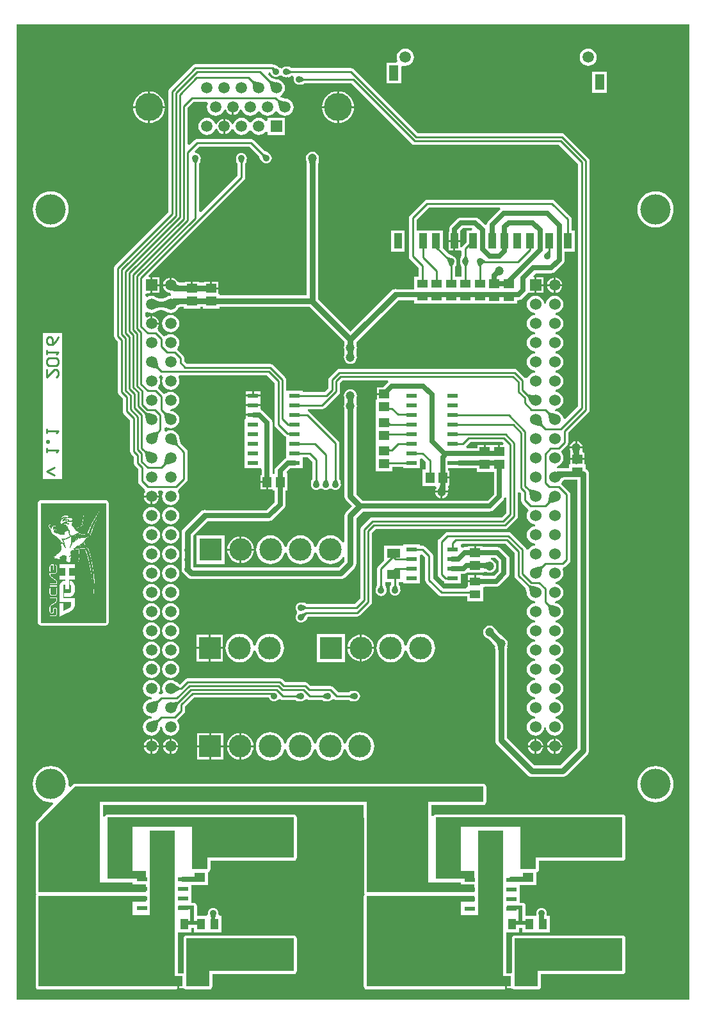
<source format=gbl>
G04 Layer_Physical_Order=2*
G04 Layer_Color=16711680*
%FSAX24Y24*%
%MOIN*%
G70*
G01*
G75*
%ADD10R,0.0551X0.0433*%
%ADD11R,0.0768X0.1201*%
%ADD12C,0.0100*%
%ADD13C,0.0250*%
%ADD14C,0.0300*%
%ADD15C,0.0200*%
%ADD16C,0.1575*%
%ADD17C,0.1181*%
%ADD18R,0.1181X0.1181*%
%ADD19C,0.0591*%
%ADD20C,0.1457*%
%ADD21R,0.0591X0.0591*%
%ADD22C,0.0600*%
%ADD23R,0.0591X0.0591*%
%ADD24C,0.0354*%
%ADD25C,0.0472*%
%ADD26R,0.0571X0.0236*%
%ADD27R,0.0709X0.1358*%
%ADD28R,0.0965X0.0984*%
%ADD29R,0.0551X0.0472*%
%ADD30R,0.0472X0.0551*%
%ADD31R,0.1043X0.1457*%
%ADD32R,0.0433X0.0551*%
%ADD33R,0.0472X0.0787*%
%ADD34R,0.0394X0.0787*%
%ADD35R,0.1024X0.1220*%
%ADD36R,0.0689X0.0492*%
%ADD37C,0.0010*%
G36*
X050402Y011414D02*
X015377D01*
Y062187D01*
X050402D01*
Y011414D01*
D02*
G37*
%LPC*%
G36*
X045134Y060919D02*
X045018Y060904D01*
X044909Y060859D01*
X044816Y060787D01*
X044745Y060694D01*
X044700Y060586D01*
X044685Y060470D01*
X044700Y060353D01*
X044745Y060245D01*
X044816Y060152D01*
X044909Y060081D01*
X045018Y060036D01*
X045134Y060021D01*
X045250Y060036D01*
X045358Y060081D01*
X045451Y060152D01*
X045523Y060245D01*
X045568Y060353D01*
X045583Y060470D01*
X045568Y060586D01*
X045523Y060694D01*
X045451Y060787D01*
X045358Y060859D01*
X045250Y060904D01*
X045134Y060919D01*
D02*
G37*
G36*
X035606D02*
X035490Y060904D01*
X035382Y060859D01*
X035289Y060787D01*
X035217Y060694D01*
X035172Y060586D01*
X035157Y060470D01*
X035172Y060353D01*
X035200Y060287D01*
X035145Y060187D01*
X034630D01*
Y059099D01*
X035402D01*
Y059982D01*
X035465Y060024D01*
X035502Y060034D01*
X035606Y060021D01*
X035723Y060036D01*
X035831Y060081D01*
X035924Y060152D01*
X035995Y060245D01*
X036040Y060353D01*
X036055Y060470D01*
X036040Y060586D01*
X035995Y060694D01*
X035924Y060787D01*
X035831Y060859D01*
X035723Y060904D01*
X035606Y060919D01*
D02*
G37*
G36*
X046111Y059714D02*
X045338D01*
Y058627D01*
X046111D01*
Y059714D01*
D02*
G37*
G36*
X022310Y058691D02*
Y057914D01*
X023087D01*
X023076Y058026D01*
X023029Y058182D01*
X022952Y058326D01*
X022848Y058452D01*
X022722Y058556D01*
X022578Y058633D01*
X022422Y058680D01*
X022310Y058691D01*
D02*
G37*
G36*
X022210D02*
X022097Y058680D01*
X021941Y058633D01*
X021797Y058556D01*
X021671Y058452D01*
X021568Y058326D01*
X021491Y058182D01*
X021443Y058026D01*
X021432Y057914D01*
X022210D01*
Y058691D01*
D02*
G37*
G36*
X023087Y057814D02*
X022310D01*
Y057036D01*
X022422Y057047D01*
X022578Y057095D01*
X022722Y057172D01*
X022848Y057275D01*
X022952Y057401D01*
X023029Y057545D01*
X023076Y057701D01*
X023087Y057814D01*
D02*
G37*
G36*
X022210D02*
X021432D01*
X021443Y057701D01*
X021491Y057545D01*
X021568Y057401D01*
X021671Y057275D01*
X021797Y057172D01*
X021941Y057095D01*
X022097Y057047D01*
X022210Y057036D01*
Y057814D01*
D02*
G37*
G36*
X048638Y053491D02*
X048454Y053473D01*
X048277Y053419D01*
X048114Y053332D01*
X047972Y053215D01*
X047855Y053072D01*
X047768Y052909D01*
X047714Y052733D01*
X047696Y052549D01*
X047714Y052365D01*
X047768Y052188D01*
X047855Y052026D01*
X047972Y051883D01*
X048114Y051766D01*
X048277Y051679D01*
X048454Y051625D01*
X048638Y051607D01*
X048822Y051625D01*
X048998Y051679D01*
X049161Y051766D01*
X049304Y051883D01*
X049421Y052026D01*
X049508Y052188D01*
X049562Y052365D01*
X049580Y052549D01*
X049562Y052733D01*
X049508Y052909D01*
X049421Y053072D01*
X049304Y053215D01*
X049161Y053332D01*
X048998Y053419D01*
X048822Y053473D01*
X048638Y053491D01*
D02*
G37*
G36*
X017142D02*
X016958Y053473D01*
X016781Y053419D01*
X016618Y053332D01*
X016476Y053215D01*
X016359Y053072D01*
X016272Y052909D01*
X016218Y052733D01*
X016200Y052549D01*
X016218Y052365D01*
X016272Y052188D01*
X016359Y052026D01*
X016476Y051883D01*
X016618Y051766D01*
X016781Y051679D01*
X016958Y051625D01*
X017142Y051607D01*
X017326Y051625D01*
X017502Y051679D01*
X017665Y051766D01*
X017808Y051883D01*
X017925Y052026D01*
X018012Y052188D01*
X018066Y052365D01*
X018084Y052549D01*
X018066Y052733D01*
X018012Y052909D01*
X017925Y053072D01*
X017808Y053215D01*
X017665Y053332D01*
X017502Y053419D01*
X017326Y053473D01*
X017142Y053491D01*
D02*
G37*
G36*
X028063Y043068D02*
X027727D01*
Y042900D01*
X028063D01*
Y043068D01*
D02*
G37*
G36*
X027627D02*
X027292D01*
Y042900D01*
X027627D01*
Y043068D01*
D02*
G37*
G36*
X028063Y042800D02*
X027677D01*
X027292D01*
Y042668D01*
X027292Y042568D01*
X027292Y042532D01*
Y042400D01*
X027677D01*
X028063D01*
Y042532D01*
X028063Y042632D01*
X028063Y042668D01*
Y042800D01*
D02*
G37*
G36*
X044554Y040480D02*
Y040197D01*
X044836D01*
X044832Y040235D01*
X044798Y040317D01*
X044744Y040387D01*
X044674Y040441D01*
X044592Y040475D01*
X044554Y040480D01*
D02*
G37*
G36*
X044454D02*
X044416Y040475D01*
X044334Y040441D01*
X044264Y040387D01*
X044210Y040317D01*
X044176Y040235D01*
X044171Y040197D01*
X044454D01*
Y040480D01*
D02*
G37*
G36*
X044836Y040097D02*
X044171D01*
X044176Y040059D01*
X044192Y040022D01*
X044190Y040001D01*
X044186Y039979D01*
X044187Y039971D01*
X044186Y039964D01*
X044198Y039850D01*
Y039595D01*
X044573D01*
X044949D01*
Y039881D01*
X044888D01*
X044829Y039946D01*
X044822Y039979D01*
X044818Y040001D01*
X044816Y040022D01*
X044832Y040059D01*
X044836Y040097D01*
D02*
G37*
G36*
X028683Y060104D02*
X024680D01*
X024602Y060088D01*
X024536Y060044D01*
X024536Y060044D01*
X023329Y058837D01*
X023285Y058771D01*
X023269Y058693D01*
Y052392D01*
X020506Y049628D01*
X020462Y049562D01*
X020446Y049484D01*
Y045946D01*
X020462Y045868D01*
X020506Y045802D01*
X020646Y045662D01*
Y043029D01*
X020662Y042951D01*
X020706Y042885D01*
X020891Y042700D01*
Y042051D01*
X020906Y041973D01*
X020950Y041906D01*
X021269Y041587D01*
Y039955D01*
X021285Y039877D01*
X021329Y039810D01*
X021469Y039670D01*
Y039337D01*
X021485Y039259D01*
X021529Y039193D01*
X021691Y039031D01*
Y038399D01*
X021706Y038321D01*
X021750Y038255D01*
X022040Y037964D01*
X022045Y037962D01*
X022050Y037956D01*
X022068Y037834D01*
X022044Y037803D01*
X022005Y037707D01*
X021998Y037654D01*
X022390D01*
X022782D01*
X022775Y037707D01*
X022735Y037803D01*
X022733Y037806D01*
X022782Y037906D01*
X022948D01*
X022992Y037806D01*
X022956Y037720D01*
X022941Y037604D01*
X022956Y037488D01*
X023001Y037379D01*
X023072Y037286D01*
X023165Y037215D01*
X023274Y037170D01*
X023390Y037155D01*
X023506Y037170D01*
X023614Y037215D01*
X023707Y037286D01*
X023779Y037379D01*
X023824Y037488D01*
X023839Y037604D01*
X023824Y037720D01*
X023779Y037828D01*
X023776Y037831D01*
X023806Y037958D01*
X023816Y037964D01*
X024217Y038366D01*
X024262Y038432D01*
X024277Y038510D01*
Y039920D01*
X024262Y039999D01*
X024217Y040065D01*
X023894Y040388D01*
X023836Y040629D01*
X023824Y040720D01*
X023779Y040828D01*
X023707Y040922D01*
X023614Y040993D01*
X023506Y041038D01*
X023390Y041053D01*
X023274Y041038D01*
X023165Y040993D01*
X023137Y040972D01*
X023047Y041028D01*
X023054Y041064D01*
Y041174D01*
X023154Y041224D01*
X023165Y041215D01*
X023274Y041170D01*
X023390Y041155D01*
X023506Y041170D01*
X023614Y041215D01*
X023707Y041286D01*
X023779Y041379D01*
X023824Y041488D01*
X023839Y041604D01*
X023824Y041720D01*
X023779Y041828D01*
X023707Y041922D01*
X023614Y041993D01*
X023506Y042038D01*
X023415Y042050D01*
X023383Y042057D01*
X023390Y042155D01*
X023506Y042170D01*
X023614Y042215D01*
X023707Y042286D01*
X023779Y042379D01*
X023824Y042488D01*
X023839Y042604D01*
X023824Y042720D01*
X023779Y042828D01*
X023707Y042922D01*
X023614Y042993D01*
X023506Y043038D01*
X023390Y043053D01*
X023274Y043038D01*
X023165Y042993D01*
X023137Y042972D01*
X023034Y042954D01*
X022997Y042985D01*
X022771Y043212D01*
X022739Y043249D01*
X022757Y043352D01*
X022779Y043379D01*
X022824Y043488D01*
X022839Y043604D01*
X022824Y043720D01*
X022781Y043824D01*
X022792Y043844D01*
X022845Y043905D01*
X022860Y043903D01*
X022894Y043896D01*
X022894Y043896D01*
X022918D01*
X022939Y043894D01*
X022987Y043796D01*
X022956Y043720D01*
X022941Y043604D01*
X022956Y043488D01*
X023001Y043379D01*
X023072Y043286D01*
X023165Y043215D01*
X023274Y043170D01*
X023390Y043155D01*
X023506Y043170D01*
X023614Y043215D01*
X023707Y043286D01*
X023779Y043379D01*
X023824Y043488D01*
X023839Y043604D01*
X023824Y043720D01*
X023792Y043796D01*
X023842Y043896D01*
X028416D01*
X028796Y043516D01*
Y041350D01*
X028812Y041272D01*
X028856Y041206D01*
X029324Y040737D01*
X029387Y040695D01*
Y040082D01*
Y039601D01*
X029361Y039590D01*
X029304Y039546D01*
X028889Y039131D01*
X028844Y039073D01*
X028817Y039006D01*
X028807Y038935D01*
Y038776D01*
X028698D01*
X028693Y038873D01*
Y041435D01*
X028683Y041506D01*
X028656Y041573D01*
X028611Y041631D01*
X028196Y042046D01*
X028144Y042086D01*
X028139Y042090D01*
X028098Y042124D01*
X028066Y042179D01*
X028063Y042210D01*
Y042300D01*
X027677D01*
X027292D01*
Y042168D01*
X027292Y042068D01*
X027292Y042032D01*
Y041900D01*
X027677D01*
Y041800D01*
X027292D01*
Y041632D01*
X027242Y041618D01*
Y041082D01*
Y040582D01*
Y040082D01*
Y039582D01*
Y039082D01*
X028113D01*
X028138Y038992D01*
Y038726D01*
X028079D01*
Y038400D01*
X028415D01*
Y038350D01*
X028465D01*
Y037974D01*
X028698D01*
Y037924D01*
X028807D01*
Y037300D01*
X028385Y036877D01*
X025277D01*
X025241Y036892D01*
X025163Y036903D01*
X025085Y036892D01*
X025012Y036862D01*
X024949Y036814D01*
X024059Y035924D01*
X024011Y035862D01*
X023981Y035789D01*
X023971Y035710D01*
Y033810D01*
X023981Y033732D01*
X024011Y033659D01*
X024059Y033596D01*
X024269Y033386D01*
X024269Y033386D01*
X024332Y033338D01*
X024405Y033308D01*
X024483Y033297D01*
X024483Y033297D01*
X032250D01*
X032328Y033308D01*
X032401Y033338D01*
X032464Y033386D01*
X032964Y033886D01*
X033012Y033949D01*
X033042Y034022D01*
X033053Y034100D01*
X033053Y034100D01*
Y036475D01*
X033401Y036823D01*
X040000D01*
X040072Y036832D01*
X040139Y036860D01*
X040196Y036904D01*
X040696Y037404D01*
X040740Y037461D01*
X040768Y037528D01*
X040769Y037539D01*
X040869Y037532D01*
Y036758D01*
X040626Y036514D01*
X033890D01*
X033890Y036514D01*
X033812Y036499D01*
X033746Y036454D01*
X033746Y036454D01*
X033329Y036037D01*
X033285Y035971D01*
X033269Y035893D01*
Y032295D01*
X032995Y032021D01*
X030480D01*
X030361Y032077D01*
X030354Y032079D01*
X030348Y032082D01*
X030325Y032086D01*
X030303Y032092D01*
X030296Y032091D01*
X030290Y032092D01*
X030267Y032086D01*
X030244Y032083D01*
X030240Y032081D01*
X030173Y032090D01*
X030101Y032080D01*
X030033Y032052D01*
X029976Y032008D01*
X029931Y031950D01*
X029903Y031883D01*
X029894Y031810D01*
X029903Y031738D01*
X029931Y031670D01*
X029976Y031613D01*
Y031508D01*
X029931Y031450D01*
X029903Y031383D01*
X029894Y031310D01*
X029903Y031238D01*
X029931Y031170D01*
X029976Y031113D01*
X030033Y031068D01*
X030101Y031040D01*
X030173Y031031D01*
X030246Y031040D01*
X030313Y031068D01*
X030371Y031113D01*
X030395Y031144D01*
X030397Y031145D01*
X030408Y031147D01*
X030424Y031158D01*
X030442Y031166D01*
X030449Y031174D01*
X030457Y031180D01*
X030468Y031197D01*
X030481Y031211D01*
X030485Y031221D01*
X030490Y031230D01*
X030538Y031346D01*
X033096D01*
X033174Y031362D01*
X033240Y031406D01*
X033817Y031983D01*
X033817Y031983D01*
X033862Y032049D01*
X033877Y032127D01*
Y035726D01*
X034058Y035906D01*
X040793D01*
X040871Y035922D01*
X040937Y035966D01*
X041417Y036446D01*
X041462Y036512D01*
X041477Y036590D01*
X041477Y036590D01*
Y037804D01*
X041577Y037845D01*
X041646Y037776D01*
Y037400D01*
X041662Y037322D01*
X041706Y037256D01*
X042002Y036960D01*
X042003Y036959D01*
X042019Y036860D01*
X041997Y036831D01*
X041951Y036721D01*
X041936Y036604D01*
X041951Y036486D01*
X041997Y036377D01*
X042069Y036283D01*
X042163Y036211D01*
X042272Y036166D01*
X042324Y036159D01*
X042357Y036154D01*
Y036054D01*
X042324Y036049D01*
X042272Y036042D01*
X042163Y035997D01*
X042069Y035925D01*
X041997Y035831D01*
X041951Y035721D01*
X041936Y035604D01*
X041951Y035486D01*
X041997Y035377D01*
X042069Y035283D01*
X042163Y035211D01*
X042272Y035166D01*
X042324Y035159D01*
X042357Y035154D01*
Y035054D01*
X042324Y035049D01*
X042272Y035042D01*
X042163Y034997D01*
X042069Y034925D01*
X042002Y034838D01*
X041976Y034836D01*
X041899Y034857D01*
X041888Y034911D01*
X041844Y034977D01*
X041844Y034977D01*
X041127Y035694D01*
X041061Y035738D01*
X040983Y035754D01*
X037800D01*
X037722Y035738D01*
X037656Y035694D01*
X037356Y035394D01*
X037312Y035328D01*
X037296Y035250D01*
Y033550D01*
X037312Y033472D01*
X037356Y033406D01*
X037556Y033206D01*
X037622Y033162D01*
X037637Y033159D01*
Y033082D01*
X038508D01*
Y033573D01*
X038625D01*
X038697Y033582D01*
X038733Y033597D01*
X038824Y033629D01*
X038824Y033629D01*
X038824Y033629D01*
X039676D01*
Y033636D01*
X039737Y033682D01*
X039771Y033693D01*
X039779Y033690D01*
X039801Y033691D01*
X039821Y033689D01*
X039830Y033681D01*
X039912Y033647D01*
X040000Y033636D01*
X040088Y033647D01*
X040170Y033681D01*
X040240Y033735D01*
X040294Y033805D01*
X040328Y033887D01*
X040339Y033975D01*
X040328Y034063D01*
X040294Y034145D01*
X040240Y034215D01*
X040170Y034269D01*
X040088Y034303D01*
X040052Y034307D01*
X040059Y034407D01*
X040300D01*
X040473Y034235D01*
Y033715D01*
X040230Y033472D01*
X039626D01*
Y033511D01*
X039300D01*
Y033194D01*
X039250D01*
Y033144D01*
X038874D01*
Y032951D01*
X038824Y032872D01*
X038731Y032804D01*
X037584D01*
X037054Y033334D01*
Y034500D01*
X037038Y034578D01*
X036994Y034644D01*
X036644Y034994D01*
X036578Y035038D01*
X036500Y035054D01*
X036363D01*
Y035118D01*
X035492D01*
Y035047D01*
X034506D01*
Y034277D01*
X034206Y033978D01*
X034162Y033911D01*
X034146Y033833D01*
Y033010D01*
X034089Y032894D01*
X034088Y032889D01*
X034085Y032885D01*
X034080Y032861D01*
X034073Y032837D01*
X034074Y032832D01*
X034073Y032827D01*
X034078Y032802D01*
X034081Y032777D01*
X034082Y032777D01*
X034080Y032772D01*
X034070Y032700D01*
X034080Y032628D01*
X034108Y032560D01*
X034152Y032502D01*
X034210Y032458D01*
X034278Y032430D01*
X034350Y032420D01*
X034422Y032430D01*
X034490Y032458D01*
X034548Y032502D01*
X034592Y032560D01*
X034620Y032628D01*
X034630Y032700D01*
X034620Y032772D01*
X034618Y032777D01*
X034619Y032777D01*
X034622Y032802D01*
X034627Y032827D01*
X034626Y032832D01*
X034627Y032837D01*
X034620Y032861D01*
X034615Y032885D01*
X034612Y032889D01*
X034611Y032894D01*
X034554Y033010D01*
Y033153D01*
X034869D01*
Y033020D01*
X034812Y032905D01*
X034811Y032900D01*
X034808Y032895D01*
X034803Y032871D01*
X034797Y032847D01*
X034797Y032842D01*
X034796Y032837D01*
X034801Y032812D01*
X034804Y032788D01*
X034805Y032787D01*
X034803Y032783D01*
X034794Y032710D01*
X034803Y032638D01*
X034831Y032570D01*
X034876Y032513D01*
X034933Y032468D01*
X035001Y032440D01*
X035073Y032431D01*
X035146Y032440D01*
X035213Y032468D01*
X035271Y032513D01*
X035315Y032570D01*
X035343Y032638D01*
X035353Y032710D01*
X035343Y032783D01*
X035342Y032787D01*
X035342Y032788D01*
X035345Y032812D01*
X035350Y032837D01*
X035349Y032842D01*
X035350Y032847D01*
X035343Y032871D01*
X035339Y032895D01*
X035336Y032900D01*
X035334Y032905D01*
X035277Y033020D01*
Y033153D01*
X035492D01*
Y033082D01*
X036363D01*
Y033582D01*
Y034082D01*
Y034558D01*
X036418Y034591D01*
X036463Y034599D01*
X036646Y034416D01*
Y033250D01*
X036662Y033172D01*
X036706Y033106D01*
X037356Y032456D01*
X037422Y032412D01*
X037500Y032396D01*
X038824D01*
Y032139D01*
X039676D01*
Y032799D01*
X039676Y032872D01*
X039757Y032917D01*
X040344D01*
X040416Y032927D01*
X040483Y032954D01*
X040541Y032998D01*
X040946Y033404D01*
X040990Y033461D01*
X041018Y033528D01*
X041027Y033600D01*
Y034350D01*
X041018Y034422D01*
X040990Y034489D01*
X040946Y034546D01*
X040611Y034881D01*
X040554Y034925D01*
X040487Y034953D01*
X040415Y034962D01*
X039626D01*
Y035021D01*
X039300D01*
Y034685D01*
X039200D01*
Y035021D01*
X038874D01*
Y034962D01*
X038710D01*
X038638Y034953D01*
X038608Y034940D01*
X038570Y034954D01*
X038524Y034983D01*
X038508Y035003D01*
Y035118D01*
X038597Y035146D01*
X040816D01*
X041296Y034666D01*
Y033494D01*
X041312Y033416D01*
X041356Y033350D01*
X041880Y032826D01*
X041939Y032579D01*
X041951Y032486D01*
X041997Y032377D01*
X042069Y032283D01*
X042163Y032211D01*
X042272Y032166D01*
X042324Y032159D01*
X042357Y032154D01*
Y032054D01*
X042324Y032049D01*
X042272Y032042D01*
X042163Y031997D01*
X042069Y031925D01*
X041997Y031831D01*
X041951Y031721D01*
X041936Y031604D01*
X041951Y031486D01*
X041997Y031377D01*
X042069Y031283D01*
X042163Y031211D01*
X042272Y031166D01*
X042324Y031159D01*
X042357Y031154D01*
Y031054D01*
X042324Y031049D01*
X042272Y031042D01*
X042163Y030997D01*
X042069Y030925D01*
X041997Y030831D01*
X041951Y030721D01*
X041936Y030604D01*
X041951Y030486D01*
X041997Y030377D01*
X042069Y030283D01*
X042163Y030211D01*
X042272Y030166D01*
X042324Y030159D01*
X042357Y030154D01*
Y030054D01*
X042324Y030049D01*
X042272Y030042D01*
X042163Y029997D01*
X042069Y029925D01*
X041997Y029831D01*
X041951Y029721D01*
X041936Y029604D01*
X041951Y029486D01*
X041997Y029377D01*
X042069Y029283D01*
X042163Y029211D01*
X042272Y029166D01*
X042324Y029159D01*
X042357Y029154D01*
Y029054D01*
X042324Y029049D01*
X042272Y029042D01*
X042163Y028997D01*
X042069Y028925D01*
X041997Y028831D01*
X041951Y028721D01*
X041936Y028604D01*
X041951Y028486D01*
X041997Y028377D01*
X042069Y028283D01*
X042163Y028211D01*
X042272Y028166D01*
X042324Y028159D01*
X042357Y028154D01*
Y028054D01*
X042324Y028049D01*
X042272Y028042D01*
X042163Y027997D01*
X042069Y027925D01*
X041997Y027831D01*
X041951Y027721D01*
X041936Y027604D01*
X041951Y027486D01*
X041997Y027377D01*
X042069Y027283D01*
X042163Y027211D01*
X042272Y027166D01*
X042324Y027159D01*
X042357Y027154D01*
Y027054D01*
X042324Y027049D01*
X042272Y027042D01*
X042163Y026997D01*
X042069Y026925D01*
X041997Y026831D01*
X041951Y026721D01*
X041936Y026604D01*
X041951Y026486D01*
X041997Y026377D01*
X042069Y026283D01*
X042163Y026211D01*
X042272Y026166D01*
X042324Y026159D01*
X042357Y026154D01*
Y026054D01*
X042324Y026049D01*
X042272Y026042D01*
X042163Y025997D01*
X042069Y025925D01*
X041997Y025831D01*
X041951Y025721D01*
X041936Y025604D01*
X041951Y025486D01*
X041997Y025377D01*
X042069Y025283D01*
X042163Y025211D01*
X042272Y025166D01*
X042390Y025150D01*
X042507Y025166D01*
X042617Y025211D01*
X042711Y025283D01*
X042783Y025377D01*
X042828Y025486D01*
X042835Y025538D01*
X042839Y025571D01*
X042940D01*
X042944Y025538D01*
X042951Y025486D01*
X042997Y025377D01*
X043069Y025283D01*
X043163Y025211D01*
X043272Y025166D01*
X043390Y025150D01*
X043507Y025166D01*
X043617Y025211D01*
X043711Y025283D01*
X043783Y025377D01*
X043828Y025486D01*
X043844Y025604D01*
X043828Y025721D01*
X043783Y025831D01*
X043711Y025925D01*
X043617Y025997D01*
X043507Y026042D01*
X043455Y026049D01*
X043423Y026054D01*
Y026154D01*
X043455Y026159D01*
X043507Y026166D01*
X043617Y026211D01*
X043711Y026283D01*
X043783Y026377D01*
X043828Y026486D01*
X043844Y026604D01*
X043828Y026721D01*
X043783Y026831D01*
X043711Y026925D01*
X043617Y026997D01*
X043507Y027042D01*
X043455Y027049D01*
X043423Y027054D01*
Y027154D01*
X043455Y027159D01*
X043507Y027166D01*
X043617Y027211D01*
X043711Y027283D01*
X043783Y027377D01*
X043828Y027486D01*
X043844Y027604D01*
X043828Y027721D01*
X043783Y027831D01*
X043711Y027925D01*
X043617Y027997D01*
X043507Y028042D01*
X043455Y028049D01*
X043423Y028054D01*
Y028154D01*
X043455Y028159D01*
X043507Y028166D01*
X043617Y028211D01*
X043711Y028283D01*
X043783Y028377D01*
X043828Y028486D01*
X043844Y028604D01*
X043828Y028721D01*
X043783Y028831D01*
X043711Y028925D01*
X043617Y028997D01*
X043507Y029042D01*
X043455Y029049D01*
X043423Y029054D01*
Y029154D01*
X043455Y029159D01*
X043507Y029166D01*
X043617Y029211D01*
X043711Y029283D01*
X043783Y029377D01*
X043828Y029486D01*
X043844Y029604D01*
X043828Y029721D01*
X043783Y029831D01*
X043711Y029925D01*
X043617Y029997D01*
X043507Y030042D01*
X043455Y030049D01*
X043423Y030054D01*
Y030154D01*
X043455Y030159D01*
X043507Y030166D01*
X043617Y030211D01*
X043711Y030283D01*
X043783Y030377D01*
X043828Y030486D01*
X043844Y030604D01*
X043828Y030721D01*
X043783Y030831D01*
X043711Y030925D01*
X043617Y030997D01*
X043507Y031042D01*
X043455Y031049D01*
X043423Y031054D01*
Y031154D01*
X043455Y031159D01*
X043507Y031166D01*
X043617Y031211D01*
X043711Y031283D01*
X043783Y031377D01*
X043828Y031486D01*
X043844Y031604D01*
X043828Y031721D01*
X043783Y031831D01*
X043711Y031925D01*
X043617Y031997D01*
X043507Y032042D01*
X043414Y032055D01*
X043426Y032155D01*
X043507Y032166D01*
X043617Y032211D01*
X043711Y032283D01*
X043783Y032377D01*
X043828Y032486D01*
X043844Y032604D01*
X043828Y032721D01*
X043783Y032831D01*
X043711Y032925D01*
X043617Y032997D01*
X043507Y033042D01*
X043455Y033049D01*
X043423Y033054D01*
Y033154D01*
X043455Y033159D01*
X043507Y033166D01*
X043617Y033211D01*
X043711Y033283D01*
X043783Y033377D01*
X043828Y033486D01*
X043844Y033604D01*
X043828Y033721D01*
X043796Y033800D01*
X043797Y033819D01*
X043826Y033882D01*
X043849Y033909D01*
X043882Y033916D01*
X043948Y033960D01*
X044144Y034156D01*
X044188Y034222D01*
X044204Y034300D01*
Y037701D01*
X044188Y037779D01*
X044144Y037845D01*
X043777Y038212D01*
X043741Y038250D01*
X043764Y038353D01*
X043783Y038377D01*
X043803Y038425D01*
X043899Y038463D01*
X044571D01*
Y024499D01*
X043675Y023603D01*
X042325D01*
X040903Y025025D01*
Y029615D01*
X040918Y029766D01*
X040917Y029774D01*
X040918Y029781D01*
X040914Y029803D01*
X040912Y029824D01*
X040928Y029862D01*
X040939Y029950D01*
X040928Y030038D01*
X040894Y030120D01*
X040840Y030190D01*
X040770Y030244D01*
X040732Y030259D01*
X040718Y030276D01*
X040706Y030294D01*
X040699Y030299D01*
X040695Y030304D01*
X040577Y030401D01*
X040451Y030527D01*
X040354Y030645D01*
X040349Y030649D01*
X040344Y030656D01*
X040326Y030668D01*
X040309Y030682D01*
X040294Y030720D01*
X040240Y030790D01*
X040170Y030844D01*
X040088Y030878D01*
X040000Y030889D01*
X039912Y030878D01*
X039830Y030844D01*
X039760Y030790D01*
X039706Y030720D01*
X039672Y030638D01*
X039661Y030550D01*
X039672Y030462D01*
X039706Y030380D01*
X039760Y030310D01*
X039830Y030256D01*
X039868Y030241D01*
X039882Y030224D01*
X039894Y030206D01*
X039901Y030201D01*
X039905Y030196D01*
X040023Y030099D01*
X040149Y029973D01*
X040246Y029855D01*
X040251Y029851D01*
X040256Y029844D01*
X040274Y029832D01*
X040288Y029821D01*
X040286Y029803D01*
X040282Y029781D01*
X040283Y029774D01*
X040282Y029766D01*
X040297Y029615D01*
Y024900D01*
X040308Y024822D01*
X040338Y024749D01*
X040386Y024686D01*
X041986Y023086D01*
X042049Y023038D01*
X042122Y023008D01*
X042200Y022997D01*
X042200Y022997D01*
X043800D01*
X043878Y023008D01*
X043951Y023038D01*
X044014Y023086D01*
X045087Y024159D01*
X045087Y024159D01*
X045135Y024222D01*
X045166Y024295D01*
X045176Y024373D01*
X045176Y024373D01*
Y038765D01*
X045166Y038844D01*
X045135Y038917D01*
X045087Y038979D01*
X045025Y039027D01*
X044999Y039038D01*
Y039262D01*
X044949D01*
Y039495D01*
X044573D01*
X044198D01*
Y039436D01*
X044197Y039435D01*
X044198Y039433D01*
Y039262D01*
X044148D01*
Y039068D01*
X043551D01*
X043551Y039068D01*
X043523Y039064D01*
X043520Y039066D01*
X043516Y039097D01*
X043536Y039177D01*
X043617Y039211D01*
X043711Y039283D01*
X043783Y039377D01*
X043828Y039486D01*
X043844Y039604D01*
X043828Y039721D01*
X043783Y039831D01*
X043764Y039855D01*
X043741Y039958D01*
X043777Y039995D01*
X044034Y040253D01*
X044078Y040319D01*
X044094Y040397D01*
X044094Y040397D01*
Y040922D01*
X045144Y041973D01*
X045188Y042039D01*
X045204Y042117D01*
Y055083D01*
X045188Y055161D01*
X045144Y055227D01*
X043917Y056454D01*
X043851Y056499D01*
X043773Y056514D01*
X036258D01*
X032928Y059844D01*
X032861Y059888D01*
X032783Y059904D01*
X029710D01*
X029594Y059961D01*
X029589Y059962D01*
X029585Y059965D01*
X029561Y059970D01*
X029537Y059977D01*
X029532Y059976D01*
X029527Y059977D01*
X029502Y059972D01*
X029477Y059969D01*
X029476Y059968D01*
X029472Y059970D01*
X029400Y059980D01*
X029328Y059970D01*
X029260Y059942D01*
X029202Y059898D01*
X029201Y059895D01*
X029198Y059894D01*
X029078Y059899D01*
X029071Y059908D01*
X029013Y059952D01*
X028973Y059969D01*
X028972Y059971D01*
X028956Y059994D01*
X028955Y059995D01*
X028954Y059997D01*
X028930Y060011D01*
X028907Y060027D01*
X028905Y060027D01*
X028903Y060028D01*
X028781Y060075D01*
X028761Y060088D01*
X028683Y060104D01*
D02*
G37*
G36*
X017750Y046098D02*
X016750D01*
Y038500D01*
X017750D01*
Y046098D01*
D02*
G37*
G36*
X028365Y038300D02*
X028079D01*
Y037974D01*
X028365D01*
Y038300D01*
D02*
G37*
G36*
X020000Y037418D02*
X019995Y037417D01*
X019990Y037418D01*
X019985Y037417D01*
X019980Y037418D01*
X019975Y037417D01*
X019970Y037418D01*
X019965Y037417D01*
X019960Y037418D01*
X019955Y037417D01*
X019950Y037418D01*
X019945Y037417D01*
X019940Y037418D01*
X019935Y037417D01*
X019930Y037418D01*
X019925Y037417D01*
X019920Y037418D01*
X019915Y037417D01*
X019910Y037418D01*
X019905Y037417D01*
X019900Y037418D01*
X019895Y037417D01*
X019890Y037418D01*
X019885Y037417D01*
X019880Y037418D01*
X019875Y037417D01*
X019870Y037418D01*
X019865Y037417D01*
X019860Y037418D01*
X019855Y037417D01*
X019850Y037418D01*
X019845Y037417D01*
X019840Y037418D01*
X019835Y037417D01*
X019830Y037418D01*
X019825Y037417D01*
X019820Y037418D01*
X019815Y037417D01*
X019810Y037418D01*
X019805Y037417D01*
X019800Y037418D01*
X019795Y037417D01*
X019790Y037418D01*
X019785Y037417D01*
X019780Y037418D01*
X019775Y037417D01*
X019770Y037418D01*
X019765Y037417D01*
X019760Y037418D01*
X019755Y037417D01*
X019750Y037418D01*
X019745Y037417D01*
X019740Y037418D01*
X019735Y037417D01*
X019730Y037418D01*
X019725Y037417D01*
X019720Y037418D01*
X019715Y037417D01*
X019710Y037418D01*
X019705Y037417D01*
X019700Y037418D01*
X019695Y037417D01*
X019690Y037418D01*
X019685Y037417D01*
X019680Y037418D01*
X019675Y037417D01*
X019670Y037418D01*
X019665Y037417D01*
X019660Y037418D01*
X019655Y037417D01*
X019650Y037418D01*
X019645Y037417D01*
X019640Y037418D01*
X019635Y037417D01*
X019630Y037418D01*
X019625Y037417D01*
X019620Y037418D01*
X019615Y037417D01*
X019610Y037418D01*
X019605Y037417D01*
X019600Y037418D01*
X019595Y037417D01*
X019590Y037418D01*
X019585Y037417D01*
X019580Y037418D01*
X019575Y037417D01*
X019570Y037418D01*
X019565Y037417D01*
X019560Y037418D01*
X019555Y037417D01*
X019550Y037418D01*
X019545Y037417D01*
X019540Y037418D01*
X019535Y037417D01*
X019530Y037418D01*
X019525Y037417D01*
X019520Y037418D01*
X019515Y037417D01*
X019510Y037418D01*
X019505Y037417D01*
X019500Y037418D01*
X019495Y037417D01*
X019490Y037418D01*
X019485Y037417D01*
X019480Y037418D01*
X019475Y037417D01*
X019470Y037418D01*
X019465Y037417D01*
X019460Y037418D01*
X019455Y037417D01*
X019450Y037418D01*
X019445Y037417D01*
X019440Y037418D01*
X019435Y037417D01*
X019430Y037418D01*
X019425Y037417D01*
X019420Y037418D01*
X019415Y037417D01*
X019410Y037418D01*
X019405Y037417D01*
X019400Y037418D01*
X019395Y037417D01*
X019390Y037418D01*
X019385Y037417D01*
X019380Y037418D01*
X019375Y037417D01*
X019370Y037418D01*
X019365Y037417D01*
X019360Y037418D01*
X019355Y037417D01*
X019350Y037418D01*
X019345Y037417D01*
X019340Y037418D01*
X019335Y037417D01*
X019330Y037418D01*
X019325Y037417D01*
X019320Y037418D01*
X019315Y037417D01*
X019310Y037418D01*
X019305Y037417D01*
X019300Y037418D01*
X019295Y037417D01*
X019290Y037418D01*
X019285Y037417D01*
X019280Y037418D01*
X019275Y037417D01*
X019270Y037418D01*
X019265Y037417D01*
X019260Y037418D01*
X019255Y037417D01*
X019250Y037418D01*
X019245Y037417D01*
X019240Y037418D01*
X019235Y037417D01*
X019230Y037418D01*
X019225Y037417D01*
X019220Y037418D01*
X019215Y037417D01*
X019210Y037418D01*
X019205Y037417D01*
X019200Y037418D01*
X019195Y037417D01*
X019190Y037418D01*
X019185Y037417D01*
X019180Y037418D01*
X019175Y037417D01*
X019170Y037418D01*
X019165Y037417D01*
X019160Y037418D01*
X019155Y037417D01*
X019150Y037418D01*
X019145Y037417D01*
X019140Y037418D01*
X019135Y037417D01*
X019130Y037418D01*
X019125Y037417D01*
X019120Y037418D01*
X019115Y037417D01*
X019110Y037418D01*
X019105Y037417D01*
X019100Y037418D01*
X019095Y037417D01*
X019090Y037418D01*
X019085Y037417D01*
X019080Y037418D01*
X019075Y037417D01*
X019070Y037418D01*
X019065Y037417D01*
X019060Y037418D01*
X019055Y037417D01*
X019050Y037418D01*
X019045Y037417D01*
X019040Y037418D01*
X019035Y037417D01*
X019030Y037418D01*
X019025Y037417D01*
X019020Y037418D01*
X019015Y037417D01*
X019010Y037418D01*
X019005Y037417D01*
X019000Y037418D01*
X018995Y037417D01*
X018990Y037418D01*
X018985Y037417D01*
X018980Y037418D01*
X018975Y037417D01*
X018970Y037418D01*
X018965Y037417D01*
X018960Y037418D01*
X018955Y037417D01*
X018950Y037418D01*
X018945Y037417D01*
X018940Y037418D01*
X018935Y037417D01*
X018930Y037418D01*
X018925Y037417D01*
X018920Y037418D01*
X018915Y037417D01*
X018910Y037418D01*
X018905Y037417D01*
X018900Y037418D01*
X018895Y037417D01*
X018890Y037418D01*
X018885Y037417D01*
X018880Y037418D01*
X018875Y037417D01*
X018870Y037418D01*
X018865Y037417D01*
X018860Y037418D01*
X018855Y037417D01*
X018850Y037418D01*
X018845Y037417D01*
X018840Y037418D01*
X018835Y037417D01*
X018830Y037418D01*
X018825Y037417D01*
X018820Y037418D01*
X018815Y037417D01*
X018810Y037418D01*
X018805Y037417D01*
X018800Y037418D01*
X018795Y037417D01*
X018790Y037418D01*
X018785Y037417D01*
X018780Y037418D01*
X018775Y037417D01*
X018770Y037418D01*
X018765Y037417D01*
X018760Y037418D01*
X018755Y037417D01*
X018750Y037418D01*
X018745Y037417D01*
X018740Y037418D01*
X018735Y037417D01*
X018730Y037418D01*
X018725Y037417D01*
X018720Y037418D01*
X018715Y037417D01*
X018710Y037418D01*
X018705Y037417D01*
X018700Y037418D01*
X018695Y037417D01*
X018690Y037418D01*
X018685Y037417D01*
X018680Y037418D01*
X018675Y037417D01*
X018670Y037418D01*
X018665Y037417D01*
X018660Y037418D01*
X018655Y037417D01*
X018650Y037418D01*
X018645Y037417D01*
X018640Y037418D01*
X018635Y037417D01*
X018630Y037418D01*
X018625Y037417D01*
X018620Y037418D01*
X018615Y037417D01*
X018610Y037418D01*
X018605Y037417D01*
X018600Y037418D01*
X018595Y037417D01*
X018590Y037418D01*
X018585Y037417D01*
X018580Y037418D01*
X018575Y037417D01*
X018570Y037418D01*
X018565Y037417D01*
X018560Y037418D01*
X018555Y037417D01*
X018550Y037418D01*
X018545Y037417D01*
X018540Y037418D01*
X018535Y037417D01*
X018530Y037418D01*
X018525Y037417D01*
X018520Y037418D01*
X018515Y037417D01*
X018510Y037418D01*
X018505Y037417D01*
X018500Y037418D01*
X018495Y037417D01*
X018490Y037418D01*
X018485Y037417D01*
X018480Y037418D01*
X018475Y037417D01*
X018470Y037418D01*
X018465Y037417D01*
X018460Y037418D01*
X018455Y037417D01*
X018450Y037418D01*
X018445Y037417D01*
X018440Y037418D01*
X018435Y037417D01*
X018430Y037418D01*
X018425Y037417D01*
X018420Y037418D01*
X018415Y037417D01*
X018410Y037418D01*
X018405Y037417D01*
X018400Y037418D01*
X018395Y037417D01*
X018390Y037418D01*
X018385Y037417D01*
X018380Y037418D01*
X018375Y037417D01*
X018370Y037418D01*
X018365Y037417D01*
X018360Y037418D01*
X018355Y037417D01*
X018350Y037418D01*
X018345Y037417D01*
X018340Y037418D01*
X018335Y037417D01*
X018330Y037418D01*
X018325Y037417D01*
X018320Y037418D01*
X018315Y037417D01*
X018310Y037418D01*
X018305Y037417D01*
X018300Y037418D01*
X018295Y037417D01*
X018290Y037418D01*
X018285Y037417D01*
X018280Y037418D01*
X018275Y037417D01*
X018270Y037418D01*
X018265Y037417D01*
X018260Y037418D01*
X018255Y037417D01*
X018250Y037418D01*
X018245Y037417D01*
X018240Y037418D01*
X018235Y037417D01*
X018230Y037418D01*
X018225Y037417D01*
X018220Y037418D01*
X018215Y037417D01*
X018210Y037418D01*
X018205Y037417D01*
X018200Y037418D01*
X018195Y037417D01*
X018190Y037418D01*
X018185Y037417D01*
X018180Y037418D01*
X018175Y037417D01*
X018170Y037418D01*
X018165Y037417D01*
X018160Y037418D01*
X018155Y037417D01*
X018150Y037418D01*
X018145Y037417D01*
X018140Y037418D01*
X018135Y037417D01*
X018130Y037418D01*
X018125Y037417D01*
X018120Y037418D01*
X018115Y037417D01*
X018110Y037418D01*
X018105Y037417D01*
X018100Y037418D01*
X018095Y037417D01*
X018090Y037418D01*
X018085Y037417D01*
X018080Y037418D01*
X018075Y037417D01*
X018070Y037418D01*
X018065Y037417D01*
X018060Y037418D01*
X018055Y037417D01*
X018050Y037418D01*
X018045Y037417D01*
X018040Y037418D01*
X018035Y037417D01*
X018030Y037418D01*
X018025Y037417D01*
X018020Y037418D01*
X018015Y037417D01*
X018010Y037418D01*
X018005Y037417D01*
X018000Y037418D01*
X017995Y037417D01*
X017990Y037418D01*
X017985Y037417D01*
X017980Y037418D01*
X017975Y037417D01*
X017970Y037418D01*
X017965Y037417D01*
X017960Y037418D01*
X017955Y037417D01*
X017950Y037418D01*
X017945Y037417D01*
X017940Y037418D01*
X017935Y037417D01*
X017930Y037418D01*
X017925Y037417D01*
X017920Y037418D01*
X017915Y037417D01*
X017910Y037418D01*
X017905Y037417D01*
X017900Y037418D01*
X017895Y037417D01*
X017890Y037418D01*
X017885Y037417D01*
X017880Y037418D01*
X017875Y037417D01*
X017870Y037418D01*
X017865Y037417D01*
X017860Y037418D01*
X017855Y037417D01*
X017850Y037418D01*
X017845Y037417D01*
X017840Y037418D01*
X017835Y037417D01*
X017830Y037418D01*
X017825Y037417D01*
X017820Y037418D01*
X017815Y037417D01*
X017810Y037418D01*
X017805Y037417D01*
X017800Y037418D01*
X017795Y037417D01*
X017790Y037418D01*
X017785Y037417D01*
X017780Y037418D01*
X017775Y037417D01*
X017770Y037418D01*
X017765Y037417D01*
X017760Y037418D01*
X017755Y037417D01*
X017750Y037418D01*
X017745Y037417D01*
X017740Y037418D01*
X017735Y037417D01*
X017730Y037418D01*
X017725Y037417D01*
X017720Y037418D01*
X017715Y037417D01*
X017710Y037418D01*
X017705Y037417D01*
X017700Y037418D01*
X017695Y037417D01*
X017690Y037418D01*
X017685Y037417D01*
X017680Y037418D01*
X017675Y037417D01*
X017670Y037418D01*
X017665Y037417D01*
X017660Y037418D01*
X017655Y037417D01*
X017650Y037418D01*
X017645Y037417D01*
X017640Y037418D01*
X017635Y037417D01*
X017630Y037418D01*
X017625Y037417D01*
X017620Y037418D01*
X017615Y037417D01*
X017610Y037418D01*
X017605Y037417D01*
X017600Y037418D01*
X017595Y037417D01*
X017590Y037418D01*
X017585Y037417D01*
X017580Y037418D01*
X017575Y037417D01*
X017570Y037418D01*
X017565Y037417D01*
X017560Y037418D01*
X017555Y037417D01*
X017550Y037418D01*
X017545Y037417D01*
X017540Y037418D01*
X017535Y037417D01*
X017530Y037418D01*
X017525Y037417D01*
X017520Y037418D01*
X017515Y037417D01*
X017510Y037418D01*
X017505Y037417D01*
X017500Y037418D01*
X017495Y037417D01*
X017490Y037418D01*
X017485Y037417D01*
X017480Y037418D01*
X017475Y037417D01*
X017470Y037418D01*
X017465Y037417D01*
X017460Y037418D01*
X017455Y037417D01*
X017450Y037418D01*
X017445Y037417D01*
X017440Y037418D01*
X017435Y037417D01*
X017430Y037418D01*
X017425Y037417D01*
X017420Y037418D01*
X017415Y037417D01*
X017410Y037418D01*
X017405Y037417D01*
X017400Y037418D01*
X017395Y037417D01*
X017390Y037418D01*
X017385Y037417D01*
X017380Y037418D01*
X017375Y037417D01*
X017370Y037418D01*
X017365Y037417D01*
X017360Y037418D01*
X017355Y037417D01*
X017350Y037418D01*
X017345Y037417D01*
X017340Y037418D01*
X017335Y037417D01*
X017330Y037418D01*
X017325Y037417D01*
X017320Y037418D01*
X017315Y037417D01*
X017310Y037418D01*
X017305Y037417D01*
X017300Y037418D01*
X017295Y037417D01*
X017290Y037418D01*
X017285Y037417D01*
X017280Y037418D01*
X017275Y037417D01*
X017270Y037418D01*
X017265Y037417D01*
X017260Y037418D01*
X017255Y037417D01*
X017250Y037418D01*
X017245Y037417D01*
X017240Y037418D01*
X017235Y037417D01*
X017230Y037418D01*
X017225Y037417D01*
X017220Y037418D01*
X017215Y037417D01*
X017210Y037418D01*
X017205Y037417D01*
X017200Y037418D01*
X017195Y037417D01*
X017190Y037418D01*
X017185Y037417D01*
X017180Y037418D01*
X017175Y037417D01*
X017170Y037418D01*
X017165Y037417D01*
X017160Y037418D01*
X017155Y037417D01*
X017150Y037418D01*
X017145Y037417D01*
X017140Y037418D01*
X017135Y037417D01*
X017130Y037418D01*
X017125Y037417D01*
X017120Y037418D01*
X017115Y037417D01*
X017110Y037418D01*
X017105Y037417D01*
X017100Y037418D01*
X017095Y037417D01*
X017090Y037418D01*
X017085Y037417D01*
X017080Y037418D01*
X017075Y037417D01*
X017070Y037418D01*
X017065Y037417D01*
X017060Y037418D01*
X017055Y037417D01*
X017050Y037418D01*
X017045Y037417D01*
X017040Y037418D01*
X017035Y037417D01*
X017030Y037418D01*
X017025Y037417D01*
X017020Y037418D01*
X017015Y037417D01*
X017010Y037418D01*
X017005Y037417D01*
X017000Y037418D01*
X016995Y037417D01*
X016990Y037418D01*
X016985Y037417D01*
X016980Y037418D01*
X016975Y037417D01*
X016970Y037418D01*
X016965Y037417D01*
X016960Y037418D01*
X016955Y037417D01*
X016950Y037418D01*
X016945Y037417D01*
X016940Y037418D01*
X016935Y037417D01*
X016930Y037418D01*
X016925Y037417D01*
X016920Y037418D01*
X016915Y037417D01*
X016910Y037418D01*
X016905Y037417D01*
X016900Y037418D01*
X016895Y037417D01*
X016890Y037418D01*
X016885Y037417D01*
X016880Y037418D01*
X016875Y037417D01*
X016870Y037418D01*
X016865Y037417D01*
X016860Y037418D01*
X016855Y037417D01*
X016850Y037418D01*
X016845Y037417D01*
X016840Y037418D01*
X016835Y037417D01*
X016830Y037418D01*
X016825Y037417D01*
X016820Y037418D01*
X016815Y037417D01*
X016810Y037418D01*
X016805Y037417D01*
X016800Y037418D01*
X016795Y037417D01*
X016790Y037418D01*
X016785Y037417D01*
X016780Y037418D01*
X016775Y037417D01*
X016770Y037418D01*
X016765Y037417D01*
X016760Y037418D01*
X016755Y037417D01*
X016750Y037418D01*
X016745Y037417D01*
X016740Y037418D01*
X016735Y037417D01*
X016730Y037418D01*
X016725Y037417D01*
X016720Y037418D01*
X016715Y037417D01*
X016710Y037418D01*
X016705Y037417D01*
X016700Y037418D01*
X016695Y037417D01*
X016690Y037418D01*
X016685Y037417D01*
X016680Y037418D01*
X016675Y037417D01*
X016670Y037418D01*
X016665Y037417D01*
X016660Y037418D01*
X016655Y037417D01*
X016650Y037418D01*
X016645Y037417D01*
X016640Y037418D01*
X016635Y037417D01*
X016630Y037418D01*
X016570Y037406D01*
X016519Y037372D01*
X016484Y037320D01*
X016472Y037260D01*
Y031050D01*
X016484Y030990D01*
X016519Y030938D01*
X016570Y030904D01*
X016630Y030892D01*
X016635Y030893D01*
X016640Y030892D01*
X016645Y030893D01*
X016650Y030892D01*
X016655Y030893D01*
X016660Y030892D01*
X016665Y030893D01*
X016670Y030892D01*
X016675Y030893D01*
X016680Y030892D01*
X016685Y030893D01*
X016690Y030892D01*
X016695Y030893D01*
X016700Y030892D01*
X016705Y030893D01*
X016710Y030892D01*
X016715Y030893D01*
X016720Y030892D01*
X016725Y030893D01*
X016730Y030892D01*
X016735Y030893D01*
X016740Y030892D01*
X016745Y030893D01*
X016750Y030892D01*
X016755Y030893D01*
X016760Y030892D01*
X016765Y030893D01*
X016770Y030892D01*
X016775Y030893D01*
X016780Y030892D01*
X016785Y030893D01*
X016790Y030892D01*
X016795Y030893D01*
X016800Y030892D01*
X016805Y030893D01*
X016810Y030892D01*
X016815Y030893D01*
X016820Y030892D01*
X016825Y030893D01*
X016830Y030892D01*
X016835Y030893D01*
X016840Y030892D01*
X016845Y030893D01*
X016850Y030892D01*
X016855Y030893D01*
X016860Y030892D01*
X016865Y030893D01*
X016870Y030892D01*
X016875Y030893D01*
X016880Y030892D01*
X016885Y030893D01*
X016890Y030892D01*
X016895Y030893D01*
X016900Y030892D01*
X016905Y030893D01*
X016910Y030892D01*
X016915Y030893D01*
X016920Y030892D01*
X016925Y030893D01*
X016930Y030892D01*
X016935Y030893D01*
X016940Y030892D01*
X016945Y030893D01*
X016950Y030892D01*
X016955Y030893D01*
X016960Y030892D01*
X016965Y030893D01*
X016970Y030892D01*
X016975Y030893D01*
X016980Y030892D01*
X016985Y030893D01*
X016990Y030892D01*
X016995Y030893D01*
X017000Y030892D01*
X017005Y030893D01*
X017010Y030892D01*
X017015Y030893D01*
X017020Y030892D01*
X017025Y030893D01*
X017030Y030892D01*
X017035Y030893D01*
X017040Y030892D01*
X017045Y030893D01*
X017050Y030892D01*
X017055Y030893D01*
X017060Y030892D01*
X017065Y030893D01*
X017070Y030892D01*
X017075Y030893D01*
X017080Y030892D01*
X017085Y030893D01*
X017090Y030892D01*
X017095Y030893D01*
X017100Y030892D01*
X017105Y030893D01*
X017110Y030892D01*
X017115Y030893D01*
X017120Y030892D01*
X017125Y030893D01*
X017130Y030892D01*
X017135Y030893D01*
X017140Y030892D01*
X017145Y030893D01*
X017150Y030892D01*
X017155Y030893D01*
X017160Y030892D01*
X017165Y030893D01*
X017170Y030892D01*
X017175Y030893D01*
X017180Y030892D01*
X017185Y030893D01*
X017190Y030892D01*
X017195Y030893D01*
X017200Y030892D01*
X017205Y030893D01*
X017210Y030892D01*
X017215Y030893D01*
X017220Y030892D01*
X017225Y030893D01*
X017230Y030892D01*
X017235Y030893D01*
X017240Y030892D01*
X017245Y030893D01*
X017250Y030892D01*
X017255Y030893D01*
X017260Y030892D01*
X017265Y030893D01*
X017270Y030892D01*
X017275Y030893D01*
X017280Y030892D01*
X017285Y030893D01*
X017290Y030892D01*
X017295Y030893D01*
X017300Y030892D01*
X017305Y030893D01*
X017310Y030892D01*
X017315Y030893D01*
X017320Y030892D01*
X017325Y030893D01*
X017330Y030892D01*
X017335Y030893D01*
X017340Y030892D01*
X017345Y030893D01*
X017350Y030892D01*
X017355Y030893D01*
X017360Y030892D01*
X017365Y030893D01*
X017370Y030892D01*
X017375Y030893D01*
X017380Y030892D01*
X017385Y030893D01*
X017390Y030892D01*
X017395Y030893D01*
X017400Y030892D01*
X017405Y030893D01*
X017410Y030892D01*
X017415Y030893D01*
X017420Y030892D01*
X017425Y030893D01*
X017430Y030892D01*
X017435Y030893D01*
X017440Y030892D01*
X017445Y030893D01*
X017450Y030892D01*
X017455Y030893D01*
X017460Y030892D01*
X017465Y030893D01*
X017470Y030892D01*
X017475Y030893D01*
X017480Y030892D01*
X017485Y030893D01*
X017490Y030892D01*
X017495Y030893D01*
X017500Y030892D01*
X017505Y030893D01*
X017510Y030892D01*
X017515Y030893D01*
X017520Y030892D01*
X017525Y030893D01*
X017530Y030892D01*
X017535Y030893D01*
X017540Y030892D01*
X017545Y030893D01*
X017550Y030892D01*
X017555Y030893D01*
X017560Y030892D01*
X017565Y030893D01*
X017570Y030892D01*
X017575Y030893D01*
X017580Y030892D01*
X017585Y030893D01*
X017590Y030892D01*
X017595Y030893D01*
X017600Y030892D01*
X017605Y030893D01*
X017610Y030892D01*
X017615Y030893D01*
X017620Y030892D01*
X017625Y030893D01*
X017630Y030892D01*
X017635Y030893D01*
X017640Y030892D01*
X017645Y030893D01*
X017650Y030892D01*
X017655Y030893D01*
X017660Y030892D01*
X017665Y030893D01*
X017670Y030892D01*
X017675Y030893D01*
X017680Y030892D01*
X017685Y030893D01*
X017690Y030892D01*
X017695Y030893D01*
X017700Y030892D01*
X017705Y030893D01*
X017710Y030892D01*
X017715Y030893D01*
X017720Y030892D01*
X017725Y030893D01*
X017730Y030892D01*
X017735Y030893D01*
X017740Y030892D01*
X017745Y030893D01*
X017750Y030892D01*
X017755Y030893D01*
X017760Y030892D01*
X017765Y030893D01*
X017770Y030892D01*
X017775Y030893D01*
X017780Y030892D01*
X017785Y030893D01*
X017790Y030892D01*
X017795Y030893D01*
X017800Y030892D01*
X017805Y030893D01*
X017810Y030892D01*
X017815Y030893D01*
X017820Y030892D01*
X017825Y030893D01*
X017830Y030892D01*
X017835Y030893D01*
X017840Y030892D01*
X017845Y030893D01*
X017850Y030892D01*
X017855Y030893D01*
X017860Y030892D01*
X017865Y030893D01*
X017870Y030892D01*
X017875Y030893D01*
X017880Y030892D01*
X017885Y030893D01*
X017890Y030892D01*
X017895Y030893D01*
X017900Y030892D01*
X017905Y030893D01*
X017910Y030892D01*
X017915Y030893D01*
X017920Y030892D01*
X017925Y030893D01*
X017930Y030892D01*
X017935Y030893D01*
X017940Y030892D01*
X017945Y030893D01*
X017950Y030892D01*
X017955Y030893D01*
X017960Y030892D01*
X017965Y030893D01*
X017970Y030892D01*
X017975Y030893D01*
X017980Y030892D01*
X017985Y030893D01*
X017990Y030892D01*
X017995Y030893D01*
X018000Y030892D01*
X018005Y030893D01*
X018010Y030892D01*
X018015Y030893D01*
X018020Y030892D01*
X018025Y030893D01*
X018030Y030892D01*
X018035Y030893D01*
X018040Y030892D01*
X018045Y030893D01*
X018050Y030892D01*
X018055Y030893D01*
X018060Y030892D01*
X018065Y030893D01*
X018070Y030892D01*
X018075Y030893D01*
X018080Y030892D01*
X018085Y030893D01*
X018090Y030892D01*
X018095Y030893D01*
X018100Y030892D01*
X018105Y030893D01*
X018110Y030892D01*
X018115Y030893D01*
X018120Y030892D01*
X018125Y030893D01*
X018130Y030892D01*
X018135Y030893D01*
X018140Y030892D01*
X018145Y030893D01*
X018150Y030892D01*
X018155Y030893D01*
X018160Y030892D01*
X018165Y030893D01*
X018170Y030892D01*
X018175Y030893D01*
X018180Y030892D01*
X018185Y030893D01*
X018190Y030892D01*
X018195Y030893D01*
X018200Y030892D01*
X018205Y030893D01*
X018210Y030892D01*
X018215Y030893D01*
X018220Y030892D01*
X018225Y030893D01*
X018230Y030892D01*
X018235Y030893D01*
X018240Y030892D01*
X018245Y030893D01*
X018250Y030892D01*
X018255Y030893D01*
X018260Y030892D01*
X018265Y030893D01*
X018270Y030892D01*
X018275Y030893D01*
X018280Y030892D01*
X018285Y030893D01*
X018290Y030892D01*
X018295Y030893D01*
X018300Y030892D01*
X018305Y030893D01*
X018310Y030892D01*
X018315Y030893D01*
X018320Y030892D01*
X018325Y030893D01*
X018330Y030892D01*
X018335Y030893D01*
X018340Y030892D01*
X018345Y030893D01*
X018350Y030892D01*
X018355Y030893D01*
X018360Y030892D01*
X018365Y030893D01*
X018370Y030892D01*
X018375Y030893D01*
X018380Y030892D01*
X018385Y030893D01*
X018390Y030892D01*
X018395Y030893D01*
X018400Y030892D01*
X018405Y030893D01*
X018410Y030892D01*
X018415Y030893D01*
X018420Y030892D01*
X018425Y030893D01*
X018430Y030892D01*
X018435Y030893D01*
X018440Y030892D01*
X018445Y030893D01*
X018450Y030892D01*
X018455Y030893D01*
X018460Y030892D01*
X018465Y030893D01*
X018470Y030892D01*
X018475Y030893D01*
X018480Y030892D01*
X018485Y030893D01*
X018490Y030892D01*
X018495Y030893D01*
X018500Y030892D01*
X018505Y030893D01*
X018510Y030892D01*
X018515Y030893D01*
X018520Y030892D01*
X018525Y030893D01*
X018530Y030892D01*
X018535Y030893D01*
X018540Y030892D01*
X018545Y030893D01*
X018550Y030892D01*
X018555Y030893D01*
X018560Y030892D01*
X018565Y030893D01*
X018570Y030892D01*
X018575Y030893D01*
X018580Y030892D01*
X018585Y030893D01*
X018590Y030892D01*
X018595Y030893D01*
X018600Y030892D01*
X018605Y030893D01*
X018610Y030892D01*
X018615Y030893D01*
X018620Y030892D01*
X018625Y030893D01*
X018630Y030892D01*
X018635Y030893D01*
X018640Y030892D01*
X018645Y030893D01*
X018650Y030892D01*
X018655Y030893D01*
X018660Y030892D01*
X018665Y030893D01*
X018670Y030892D01*
X018675Y030893D01*
X018680Y030892D01*
X018685Y030893D01*
X018690Y030892D01*
X018695Y030893D01*
X018700Y030892D01*
X018705Y030893D01*
X018710Y030892D01*
X018715Y030893D01*
X018720Y030892D01*
X018725Y030893D01*
X018730Y030892D01*
X018735Y030893D01*
X018740Y030892D01*
X018745Y030893D01*
X018750Y030892D01*
X018755Y030893D01*
X018760Y030892D01*
X018765Y030893D01*
X018770Y030892D01*
X018775Y030893D01*
X018780Y030892D01*
X018785Y030893D01*
X018790Y030892D01*
X018795Y030893D01*
X018800Y030892D01*
X018805Y030893D01*
X018810Y030892D01*
X018815Y030893D01*
X018820Y030892D01*
X018825Y030893D01*
X018830Y030892D01*
X018835Y030893D01*
X018840Y030892D01*
X018845Y030893D01*
X018850Y030892D01*
X018855Y030893D01*
X018860Y030892D01*
X018865Y030893D01*
X018870Y030892D01*
X018875Y030893D01*
X018880Y030892D01*
X018885Y030893D01*
X018890Y030892D01*
X018895Y030893D01*
X018900Y030892D01*
X018905Y030893D01*
X018910Y030892D01*
X018915Y030893D01*
X018920Y030892D01*
X018925Y030893D01*
X018930Y030892D01*
X018935Y030893D01*
X018940Y030892D01*
X018945Y030893D01*
X018950Y030892D01*
X018955Y030893D01*
X018960Y030892D01*
X018965Y030893D01*
X018970Y030892D01*
X018975Y030893D01*
X018980Y030892D01*
X018985Y030893D01*
X018990Y030892D01*
X018995Y030893D01*
X019000Y030892D01*
X019005Y030893D01*
X019010Y030892D01*
X019015Y030893D01*
X019020Y030892D01*
X019025Y030893D01*
X019030Y030892D01*
X019035Y030893D01*
X019040Y030892D01*
X019045Y030893D01*
X019050Y030892D01*
X019055Y030893D01*
X019060Y030892D01*
X019065Y030893D01*
X019070Y030892D01*
X019075Y030893D01*
X019080Y030892D01*
X019085Y030893D01*
X019090Y030892D01*
X019095Y030893D01*
X019100Y030892D01*
X019105Y030893D01*
X019110Y030892D01*
X019115Y030893D01*
X019120Y030892D01*
X019125Y030893D01*
X019130Y030892D01*
X019135Y030893D01*
X019140Y030892D01*
X019145Y030893D01*
X019150Y030892D01*
X019155Y030893D01*
X019160Y030892D01*
X019165Y030893D01*
X019170Y030892D01*
X019175Y030893D01*
X019180Y030892D01*
X019185Y030893D01*
X019190Y030892D01*
X019195Y030893D01*
X019200Y030892D01*
X019205Y030893D01*
X019210Y030892D01*
X019215Y030893D01*
X019220Y030892D01*
X019225Y030893D01*
X019230Y030892D01*
X019235Y030893D01*
X019240Y030892D01*
X019245Y030893D01*
X019250Y030892D01*
X019255Y030893D01*
X019260Y030892D01*
X019265Y030893D01*
X019270Y030892D01*
X019275Y030893D01*
X019280Y030892D01*
X019285Y030893D01*
X019290Y030892D01*
X019295Y030893D01*
X019300Y030892D01*
X019305Y030893D01*
X019310Y030892D01*
X019315Y030893D01*
X019320Y030892D01*
X019325Y030893D01*
X019330Y030892D01*
X019335Y030893D01*
X019340Y030892D01*
X019345Y030893D01*
X019350Y030892D01*
X019355Y030893D01*
X019360Y030892D01*
X019365Y030893D01*
X019370Y030892D01*
X019375Y030893D01*
X019380Y030892D01*
X019385Y030893D01*
X019390Y030892D01*
X019395Y030893D01*
X019400Y030892D01*
X019405Y030893D01*
X019410Y030892D01*
X019415Y030893D01*
X019420Y030892D01*
X019425Y030893D01*
X019430Y030892D01*
X019435Y030893D01*
X019440Y030892D01*
X019445Y030893D01*
X019450Y030892D01*
X019455Y030893D01*
X019460Y030892D01*
X019465Y030893D01*
X019470Y030892D01*
X019475Y030893D01*
X019480Y030892D01*
X019485Y030893D01*
X019490Y030892D01*
X019495Y030893D01*
X019500Y030892D01*
X019505Y030893D01*
X019510Y030892D01*
X019515Y030893D01*
X019520Y030892D01*
X019525Y030893D01*
X019530Y030892D01*
X019535Y030893D01*
X019540Y030892D01*
X019545Y030893D01*
X019550Y030892D01*
X019555Y030893D01*
X019560Y030892D01*
X019565Y030893D01*
X019570Y030892D01*
X019575Y030893D01*
X019580Y030892D01*
X019585Y030893D01*
X019590Y030892D01*
X019595Y030893D01*
X019600Y030892D01*
X019605Y030893D01*
X019610Y030892D01*
X019615Y030893D01*
X019620Y030892D01*
X019625Y030893D01*
X019630Y030892D01*
X019635Y030893D01*
X019640Y030892D01*
X019645Y030893D01*
X019650Y030892D01*
X019655Y030893D01*
X019660Y030892D01*
X019665Y030893D01*
X019670Y030892D01*
X019675Y030893D01*
X019680Y030892D01*
X019685Y030893D01*
X019690Y030892D01*
X019695Y030893D01*
X019700Y030892D01*
X019705Y030893D01*
X019710Y030892D01*
X019715Y030893D01*
X019720Y030892D01*
X019725Y030893D01*
X019730Y030892D01*
X019735Y030893D01*
X019740Y030892D01*
X019745Y030893D01*
X019750Y030892D01*
X019755Y030893D01*
X019760Y030892D01*
X019765Y030893D01*
X019770Y030892D01*
X019775Y030893D01*
X019780Y030892D01*
X019785Y030893D01*
X019790Y030892D01*
X019795Y030893D01*
X019800Y030892D01*
X019805Y030893D01*
X019810Y030892D01*
X019815Y030893D01*
X019820Y030892D01*
X019825Y030893D01*
X019830Y030892D01*
X019835Y030893D01*
X019840Y030892D01*
X019845Y030893D01*
X019850Y030892D01*
X019855Y030893D01*
X019860Y030892D01*
X019865Y030893D01*
X019870Y030892D01*
X019875Y030893D01*
X019880Y030892D01*
X019885Y030893D01*
X019890Y030892D01*
X019895Y030893D01*
X019900Y030892D01*
X019905Y030893D01*
X019910Y030892D01*
X019915Y030893D01*
X019920Y030892D01*
X019925Y030893D01*
X019930Y030892D01*
X019935Y030893D01*
X019940Y030892D01*
X019945Y030893D01*
X019950Y030892D01*
X019955Y030893D01*
X019960Y030892D01*
X019965Y030893D01*
X019970Y030892D01*
X019975Y030893D01*
X019980Y030892D01*
X019985Y030893D01*
X019990Y030892D01*
X019995Y030893D01*
X020000Y030892D01*
X020061Y030904D01*
X020112Y030938D01*
X020146Y030990D01*
X020159Y031050D01*
Y037260D01*
X020146Y037320D01*
X020112Y037372D01*
X020061Y037406D01*
X020000Y037418D01*
D02*
G37*
G36*
X022782Y037554D02*
X022440D01*
Y037212D01*
X022493Y037219D01*
X022589Y037259D01*
X022672Y037322D01*
X022735Y037405D01*
X022775Y037501D01*
X022782Y037554D01*
D02*
G37*
G36*
X022340D02*
X021998D01*
X022005Y037501D01*
X022044Y037405D01*
X022108Y037322D01*
X022190Y037259D01*
X022287Y037219D01*
X022340Y037212D01*
Y037554D01*
D02*
G37*
G36*
X023390Y037053D02*
X023274Y037038D01*
X023165Y036993D01*
X023072Y036922D01*
X023001Y036828D01*
X022956Y036720D01*
X022941Y036604D01*
X022956Y036488D01*
X023001Y036379D01*
X023072Y036286D01*
X023165Y036215D01*
X023274Y036170D01*
X023390Y036155D01*
X023506Y036170D01*
X023614Y036215D01*
X023707Y036286D01*
X023779Y036379D01*
X023824Y036488D01*
X023839Y036604D01*
X023824Y036720D01*
X023779Y036828D01*
X023707Y036922D01*
X023614Y036993D01*
X023506Y037038D01*
X023390Y037053D01*
D02*
G37*
G36*
X022390D02*
X022274Y037038D01*
X022165Y036993D01*
X022072Y036922D01*
X022001Y036828D01*
X021956Y036720D01*
X021941Y036604D01*
X021956Y036488D01*
X022001Y036379D01*
X022072Y036286D01*
X022165Y036215D01*
X022274Y036170D01*
X022390Y036155D01*
X022506Y036170D01*
X022614Y036215D01*
X022707Y036286D01*
X022779Y036379D01*
X022824Y036488D01*
X022839Y036604D01*
X022824Y036720D01*
X022779Y036828D01*
X022707Y036922D01*
X022614Y036993D01*
X022506Y037038D01*
X022390Y037053D01*
D02*
G37*
G36*
X023390Y036053D02*
X023274Y036038D01*
X023165Y035993D01*
X023072Y035922D01*
X023001Y035828D01*
X022956Y035720D01*
X022941Y035604D01*
X022956Y035488D01*
X023001Y035379D01*
X023072Y035286D01*
X023165Y035215D01*
X023274Y035170D01*
X023390Y035155D01*
X023506Y035170D01*
X023614Y035215D01*
X023707Y035286D01*
X023779Y035379D01*
X023824Y035488D01*
X023839Y035604D01*
X023824Y035720D01*
X023779Y035828D01*
X023707Y035922D01*
X023614Y035993D01*
X023506Y036038D01*
X023390Y036053D01*
D02*
G37*
G36*
X022390D02*
X022274Y036038D01*
X022165Y035993D01*
X022072Y035922D01*
X022001Y035828D01*
X021956Y035720D01*
X021941Y035604D01*
X021956Y035488D01*
X022001Y035379D01*
X022072Y035286D01*
X022165Y035215D01*
X022274Y035170D01*
X022390Y035155D01*
X022506Y035170D01*
X022614Y035215D01*
X022707Y035286D01*
X022779Y035379D01*
X022824Y035488D01*
X022839Y035604D01*
X022824Y035720D01*
X022779Y035828D01*
X022707Y035922D01*
X022614Y035993D01*
X022506Y036038D01*
X022390Y036053D01*
D02*
G37*
G36*
X023390Y035053D02*
X023274Y035038D01*
X023165Y034993D01*
X023072Y034922D01*
X023001Y034828D01*
X022956Y034720D01*
X022941Y034604D01*
X022956Y034488D01*
X023001Y034379D01*
X023072Y034286D01*
X023165Y034215D01*
X023274Y034170D01*
X023390Y034155D01*
X023506Y034170D01*
X023614Y034215D01*
X023707Y034286D01*
X023779Y034379D01*
X023824Y034488D01*
X023839Y034604D01*
X023824Y034720D01*
X023779Y034828D01*
X023707Y034922D01*
X023614Y034993D01*
X023506Y035038D01*
X023390Y035053D01*
D02*
G37*
G36*
X022390D02*
X022274Y035038D01*
X022165Y034993D01*
X022072Y034922D01*
X022001Y034828D01*
X021956Y034720D01*
X021941Y034604D01*
X021956Y034488D01*
X022001Y034379D01*
X022072Y034286D01*
X022165Y034215D01*
X022274Y034170D01*
X022390Y034155D01*
X022506Y034170D01*
X022614Y034215D01*
X022707Y034286D01*
X022779Y034379D01*
X022824Y034488D01*
X022839Y034604D01*
X022824Y034720D01*
X022779Y034828D01*
X022707Y034922D01*
X022614Y034993D01*
X022506Y035038D01*
X022390Y035053D01*
D02*
G37*
G36*
X039200Y033511D02*
X038874D01*
Y033244D01*
X039200D01*
Y033511D01*
D02*
G37*
G36*
X023390Y034053D02*
X023274Y034038D01*
X023165Y033993D01*
X023072Y033922D01*
X023001Y033828D01*
X022956Y033720D01*
X022941Y033604D01*
X022956Y033488D01*
X023001Y033379D01*
X023072Y033286D01*
X023165Y033215D01*
X023274Y033170D01*
X023390Y033155D01*
X023506Y033170D01*
X023614Y033215D01*
X023707Y033286D01*
X023779Y033379D01*
X023824Y033488D01*
X023839Y033604D01*
X023824Y033720D01*
X023779Y033828D01*
X023707Y033922D01*
X023614Y033993D01*
X023506Y034038D01*
X023390Y034053D01*
D02*
G37*
G36*
X022390D02*
X022274Y034038D01*
X022165Y033993D01*
X022072Y033922D01*
X022001Y033828D01*
X021956Y033720D01*
X021941Y033604D01*
X021956Y033488D01*
X022001Y033379D01*
X022072Y033286D01*
X022165Y033215D01*
X022274Y033170D01*
X022390Y033155D01*
X022506Y033170D01*
X022614Y033215D01*
X022707Y033286D01*
X022779Y033379D01*
X022824Y033488D01*
X022839Y033604D01*
X022824Y033720D01*
X022779Y033828D01*
X022707Y033922D01*
X022614Y033993D01*
X022506Y034038D01*
X022390Y034053D01*
D02*
G37*
G36*
X023390Y033053D02*
X023274Y033038D01*
X023165Y032993D01*
X023072Y032922D01*
X023001Y032828D01*
X022956Y032720D01*
X022941Y032604D01*
X022956Y032488D01*
X023001Y032379D01*
X023072Y032286D01*
X023165Y032215D01*
X023274Y032170D01*
X023390Y032155D01*
X023506Y032170D01*
X023614Y032215D01*
X023707Y032286D01*
X023779Y032379D01*
X023824Y032488D01*
X023839Y032604D01*
X023824Y032720D01*
X023779Y032828D01*
X023707Y032922D01*
X023614Y032993D01*
X023506Y033038D01*
X023390Y033053D01*
D02*
G37*
G36*
X022390D02*
X022274Y033038D01*
X022165Y032993D01*
X022072Y032922D01*
X022001Y032828D01*
X021956Y032720D01*
X021941Y032604D01*
X021956Y032488D01*
X022001Y032379D01*
X022072Y032286D01*
X022165Y032215D01*
X022274Y032170D01*
X022390Y032155D01*
X022506Y032170D01*
X022614Y032215D01*
X022707Y032286D01*
X022779Y032379D01*
X022824Y032488D01*
X022839Y032604D01*
X022824Y032720D01*
X022779Y032828D01*
X022707Y032922D01*
X022614Y032993D01*
X022506Y033038D01*
X022390Y033053D01*
D02*
G37*
G36*
X023390Y032053D02*
X023274Y032038D01*
X023165Y031993D01*
X023072Y031922D01*
X023001Y031828D01*
X022956Y031720D01*
X022941Y031604D01*
X022956Y031488D01*
X023001Y031379D01*
X023072Y031286D01*
X023165Y031215D01*
X023274Y031170D01*
X023390Y031155D01*
X023506Y031170D01*
X023614Y031215D01*
X023707Y031286D01*
X023779Y031379D01*
X023824Y031488D01*
X023839Y031604D01*
X023824Y031720D01*
X023779Y031828D01*
X023707Y031922D01*
X023614Y031993D01*
X023506Y032038D01*
X023390Y032053D01*
D02*
G37*
G36*
X022390D02*
X022274Y032038D01*
X022165Y031993D01*
X022072Y031922D01*
X022001Y031828D01*
X021956Y031720D01*
X021941Y031604D01*
X021956Y031488D01*
X022001Y031379D01*
X022072Y031286D01*
X022165Y031215D01*
X022274Y031170D01*
X022390Y031155D01*
X022506Y031170D01*
X022614Y031215D01*
X022707Y031286D01*
X022779Y031379D01*
X022824Y031488D01*
X022839Y031604D01*
X022824Y031720D01*
X022779Y031828D01*
X022707Y031922D01*
X022614Y031993D01*
X022506Y032038D01*
X022390Y032053D01*
D02*
G37*
G36*
X023390Y031053D02*
X023274Y031038D01*
X023165Y030993D01*
X023072Y030922D01*
X023001Y030828D01*
X022956Y030720D01*
X022941Y030604D01*
X022956Y030488D01*
X023001Y030379D01*
X023072Y030286D01*
X023165Y030215D01*
X023274Y030170D01*
X023390Y030155D01*
X023506Y030170D01*
X023614Y030215D01*
X023707Y030286D01*
X023779Y030379D01*
X023824Y030488D01*
X023839Y030604D01*
X023824Y030720D01*
X023779Y030828D01*
X023707Y030922D01*
X023614Y030993D01*
X023506Y031038D01*
X023390Y031053D01*
D02*
G37*
G36*
X022390D02*
X022274Y031038D01*
X022165Y030993D01*
X022072Y030922D01*
X022001Y030828D01*
X021956Y030720D01*
X021941Y030604D01*
X021956Y030488D01*
X022001Y030379D01*
X022072Y030286D01*
X022165Y030215D01*
X022274Y030170D01*
X022390Y030155D01*
X022506Y030170D01*
X022614Y030215D01*
X022707Y030286D01*
X022779Y030379D01*
X022824Y030488D01*
X022839Y030604D01*
X022824Y030720D01*
X022779Y030828D01*
X022707Y030922D01*
X022614Y030993D01*
X022506Y031038D01*
X022390Y031053D01*
D02*
G37*
G36*
X036409Y030458D02*
X036264Y030444D01*
X036125Y030402D01*
X035996Y030333D01*
X035883Y030240D01*
X035791Y030128D01*
X035722Y029999D01*
X035680Y029859D01*
X035580D01*
X035538Y029999D01*
X035469Y030128D01*
X035377Y030240D01*
X035264Y030333D01*
X035135Y030402D01*
X034996Y030444D01*
X034850Y030458D01*
X034705Y030444D01*
X034566Y030402D01*
X034437Y030333D01*
X034324Y030240D01*
X034232Y030128D01*
X034163Y029999D01*
X034121Y029859D01*
X034106Y029714D01*
X034121Y029569D01*
X034163Y029429D01*
X034232Y029301D01*
X034324Y029188D01*
X034437Y029095D01*
X034566Y029027D01*
X034705Y028984D01*
X034850Y028970D01*
X034996Y028984D01*
X035135Y029027D01*
X035264Y029095D01*
X035377Y029188D01*
X035469Y029301D01*
X035538Y029429D01*
X035580Y029569D01*
X035680D01*
X035722Y029429D01*
X035791Y029301D01*
X035883Y029188D01*
X035996Y029095D01*
X036125Y029027D01*
X036264Y028984D01*
X036409Y028970D01*
X036555Y028984D01*
X036694Y029027D01*
X036823Y029095D01*
X036936Y029188D01*
X037028Y029301D01*
X037097Y029429D01*
X037139Y029569D01*
X037154Y029714D01*
X037139Y029859D01*
X037097Y029999D01*
X037028Y030128D01*
X036936Y030240D01*
X036823Y030333D01*
X036694Y030402D01*
X036555Y030444D01*
X036409Y030458D01*
D02*
G37*
G36*
X028543D02*
X028398Y030444D01*
X028259Y030402D01*
X028130Y030333D01*
X028017Y030240D01*
X027925Y030128D01*
X027856Y029999D01*
X027813Y029859D01*
X027714D01*
X027672Y029999D01*
X027603Y030128D01*
X027510Y030240D01*
X027398Y030333D01*
X027269Y030402D01*
X027129Y030444D01*
X026984Y030458D01*
X026839Y030444D01*
X026699Y030402D01*
X026571Y030333D01*
X026458Y030240D01*
X026366Y030128D01*
X026297Y029999D01*
X026254Y029859D01*
X026240Y029714D01*
X026254Y029569D01*
X026297Y029429D01*
X026366Y029301D01*
X026458Y029188D01*
X026571Y029095D01*
X026699Y029027D01*
X026839Y028984D01*
X026984Y028970D01*
X027129Y028984D01*
X027269Y029027D01*
X027398Y029095D01*
X027510Y029188D01*
X027603Y029301D01*
X027672Y029429D01*
X027714Y029569D01*
X027813D01*
X027856Y029429D01*
X027925Y029301D01*
X028017Y029188D01*
X028130Y029095D01*
X028259Y029027D01*
X028398Y028984D01*
X028543Y028970D01*
X028688Y028984D01*
X028828Y029027D01*
X028957Y029095D01*
X029069Y029188D01*
X029162Y029301D01*
X029231Y029429D01*
X029273Y029569D01*
X029287Y029714D01*
X029273Y029859D01*
X029231Y029999D01*
X029162Y030128D01*
X029069Y030240D01*
X028957Y030333D01*
X028828Y030402D01*
X028688Y030444D01*
X028543Y030458D01*
D02*
G37*
G36*
X033341Y030403D02*
Y029764D01*
X033980D01*
X033972Y029850D01*
X033932Y029980D01*
X033868Y030100D01*
X033782Y030205D01*
X033677Y030291D01*
X033557Y030355D01*
X033427Y030395D01*
X033341Y030403D01*
D02*
G37*
G36*
X033241D02*
X033156Y030395D01*
X033026Y030355D01*
X032906Y030291D01*
X032801Y030205D01*
X032714Y030100D01*
X032650Y029980D01*
X032611Y029850D01*
X032602Y029764D01*
X033241D01*
Y030403D01*
D02*
G37*
G36*
X026116Y030405D02*
X025475D01*
Y029764D01*
X026116D01*
Y030405D01*
D02*
G37*
G36*
X025375D02*
X024735D01*
Y029764D01*
X025375D01*
Y030405D01*
D02*
G37*
G36*
X023390Y030053D02*
X023274Y030038D01*
X023165Y029993D01*
X023072Y029922D01*
X023001Y029828D01*
X022956Y029720D01*
X022941Y029604D01*
X022956Y029488D01*
X023001Y029379D01*
X023072Y029286D01*
X023165Y029215D01*
X023274Y029170D01*
X023390Y029155D01*
X023506Y029170D01*
X023614Y029215D01*
X023707Y029286D01*
X023779Y029379D01*
X023824Y029488D01*
X023839Y029604D01*
X023824Y029720D01*
X023779Y029828D01*
X023707Y029922D01*
X023614Y029993D01*
X023506Y030038D01*
X023390Y030053D01*
D02*
G37*
G36*
X022390D02*
X022274Y030038D01*
X022165Y029993D01*
X022072Y029922D01*
X022001Y029828D01*
X021956Y029720D01*
X021941Y029604D01*
X021956Y029488D01*
X022001Y029379D01*
X022072Y029286D01*
X022165Y029215D01*
X022274Y029170D01*
X022390Y029155D01*
X022506Y029170D01*
X022614Y029215D01*
X022707Y029286D01*
X022779Y029379D01*
X022824Y029488D01*
X022839Y029604D01*
X022824Y029720D01*
X022779Y029828D01*
X022707Y029922D01*
X022614Y029993D01*
X022506Y030038D01*
X022390Y030053D01*
D02*
G37*
G36*
X033980Y029664D02*
X033341D01*
Y029025D01*
X033427Y029034D01*
X033557Y029073D01*
X033677Y029137D01*
X033782Y029224D01*
X033868Y029329D01*
X033932Y029449D01*
X033972Y029579D01*
X033980Y029664D01*
D02*
G37*
G36*
X033241D02*
X032602D01*
X032611Y029579D01*
X032650Y029449D01*
X032714Y029329D01*
X032801Y029224D01*
X032906Y029137D01*
X033026Y029073D01*
X033156Y029034D01*
X033241Y029025D01*
Y029664D01*
D02*
G37*
G36*
X026116D02*
X025475D01*
Y029024D01*
X026116D01*
Y029664D01*
D02*
G37*
G36*
X025375D02*
X024735D01*
Y029024D01*
X025375D01*
Y029664D01*
D02*
G37*
G36*
X032473Y030455D02*
X030992D01*
Y028974D01*
X032473D01*
Y030455D01*
D02*
G37*
G36*
X023390Y029053D02*
X023274Y029038D01*
X023165Y028993D01*
X023072Y028922D01*
X023001Y028828D01*
X022956Y028720D01*
X022941Y028604D01*
X022956Y028488D01*
X023001Y028379D01*
X023072Y028286D01*
X023165Y028215D01*
X023274Y028170D01*
X023390Y028155D01*
X023506Y028170D01*
X023614Y028215D01*
X023707Y028286D01*
X023779Y028379D01*
X023824Y028488D01*
X023839Y028604D01*
X023824Y028720D01*
X023779Y028828D01*
X023707Y028922D01*
X023614Y028993D01*
X023506Y029038D01*
X023390Y029053D01*
D02*
G37*
G36*
X022390D02*
X022274Y029038D01*
X022165Y028993D01*
X022072Y028922D01*
X022001Y028828D01*
X021956Y028720D01*
X021941Y028604D01*
X021956Y028488D01*
X022001Y028379D01*
X022072Y028286D01*
X022165Y028215D01*
X022274Y028170D01*
X022390Y028155D01*
X022506Y028170D01*
X022614Y028215D01*
X022707Y028286D01*
X022779Y028379D01*
X022824Y028488D01*
X022839Y028604D01*
X022824Y028720D01*
X022779Y028828D01*
X022707Y028922D01*
X022614Y028993D01*
X022506Y029038D01*
X022390Y029053D01*
D02*
G37*
G36*
X029074Y028141D02*
X024272D01*
X024194Y028126D01*
X024128Y028082D01*
X023871Y027825D01*
X023687Y027937D01*
X023614Y027993D01*
X023506Y028038D01*
X023390Y028053D01*
X023274Y028038D01*
X023165Y027993D01*
X023072Y027922D01*
X023001Y027828D01*
X022956Y027720D01*
X022941Y027604D01*
X022956Y027488D01*
X022991Y027404D01*
X022946Y027304D01*
X022886D01*
X022840Y027295D01*
X022781Y027376D01*
X022779Y027380D01*
X022824Y027488D01*
X022839Y027604D01*
X022824Y027720D01*
X022779Y027828D01*
X022707Y027922D01*
X022614Y027993D01*
X022506Y028038D01*
X022390Y028053D01*
X022274Y028038D01*
X022165Y027993D01*
X022072Y027922D01*
X022001Y027828D01*
X021956Y027720D01*
X021941Y027604D01*
X021956Y027488D01*
X022001Y027379D01*
X022072Y027286D01*
X022165Y027215D01*
X022274Y027170D01*
X022390Y027155D01*
X022396Y027057D01*
X022364Y027050D01*
X022274Y027038D01*
X022165Y026993D01*
X022072Y026922D01*
X022001Y026828D01*
X021956Y026720D01*
X021941Y026604D01*
X021956Y026488D01*
X022001Y026379D01*
X022072Y026286D01*
X022165Y026215D01*
X022274Y026170D01*
X022390Y026155D01*
X022396Y026057D01*
X022364Y026050D01*
X022274Y026038D01*
X022165Y025993D01*
X022072Y025922D01*
X022001Y025828D01*
X021956Y025720D01*
X021941Y025604D01*
X021956Y025488D01*
X022001Y025379D01*
X022072Y025286D01*
X022165Y025215D01*
X022274Y025170D01*
X022390Y025155D01*
X022506Y025170D01*
X022614Y025215D01*
X022707Y025286D01*
X022779Y025379D01*
X022824Y025488D01*
X022836Y025579D01*
X022843Y025610D01*
X022941Y025604D01*
X022956Y025488D01*
X023001Y025379D01*
X023072Y025286D01*
X023165Y025215D01*
X023274Y025170D01*
X023390Y025155D01*
X023506Y025170D01*
X023614Y025215D01*
X023707Y025286D01*
X023779Y025379D01*
X023824Y025488D01*
X023839Y025604D01*
X023824Y025720D01*
X023779Y025828D01*
X023757Y025856D01*
X023740Y025960D01*
X023771Y025996D01*
X024089Y026314D01*
X024133Y026380D01*
X024149Y026458D01*
Y026677D01*
X024605Y027133D01*
X028505D01*
X028531Y027070D01*
X028576Y027013D01*
X028633Y026968D01*
X028701Y026940D01*
X028773Y026931D01*
X028846Y026940D01*
X028913Y026968D01*
X028971Y027013D01*
X028985Y027031D01*
X029071Y027059D01*
X029115Y027050D01*
X029158Y027022D01*
X029236Y027006D01*
X029236Y027006D01*
X029863D01*
X029979Y026949D01*
X029984Y026948D01*
X029988Y026945D01*
X030013Y026940D01*
X030037Y026934D01*
X030042Y026934D01*
X030047Y026933D01*
X030071Y026938D01*
X030096Y026941D01*
X030097Y026942D01*
X030101Y026940D01*
X030173Y026931D01*
X030246Y026940D01*
X030313Y026968D01*
X030371Y027013D01*
X030385Y027031D01*
X030471Y027059D01*
X030515Y027050D01*
X030558Y027022D01*
X030636Y027006D01*
X030636Y027006D01*
X031263D01*
X031379Y026949D01*
X031384Y026948D01*
X031388Y026945D01*
X031413Y026940D01*
X031437Y026934D01*
X031442Y026934D01*
X031447Y026933D01*
X031471Y026938D01*
X031496Y026941D01*
X031497Y026942D01*
X031501Y026940D01*
X031573Y026931D01*
X031646Y026940D01*
X031713Y026968D01*
X031771Y027013D01*
X031785Y027031D01*
X031871Y027059D01*
X031915Y027050D01*
X031958Y027022D01*
X032036Y027006D01*
X032036Y027006D01*
X032663D01*
X032779Y026949D01*
X032784Y026948D01*
X032788Y026945D01*
X032813Y026940D01*
X032837Y026934D01*
X032842Y026934D01*
X032847Y026933D01*
X032871Y026938D01*
X032896Y026941D01*
X032897Y026942D01*
X032901Y026940D01*
X032973Y026931D01*
X033046Y026940D01*
X033113Y026968D01*
X033171Y027013D01*
X033215Y027070D01*
X033243Y027138D01*
X033253Y027210D01*
X033243Y027283D01*
X033215Y027350D01*
X033171Y027408D01*
X033113Y027452D01*
X033046Y027480D01*
X032973Y027490D01*
X032901Y027480D01*
X032897Y027479D01*
X032896Y027479D01*
X032871Y027482D01*
X032847Y027487D01*
X032842Y027486D01*
X032837Y027487D01*
X032813Y027480D01*
X032788Y027476D01*
X032784Y027473D01*
X032779Y027471D01*
X032663Y027414D01*
X032120D01*
X031853Y027682D01*
X031787Y027726D01*
X031709Y027741D01*
X030676D01*
X030536Y027882D01*
X030470Y027926D01*
X030392Y027941D01*
X029359D01*
X029219Y028082D01*
X029152Y028126D01*
X029074Y028141D01*
D02*
G37*
G36*
X033244Y025340D02*
X033099Y025326D01*
X032959Y025284D01*
X032831Y025215D01*
X032718Y025122D01*
X032625Y025009D01*
X032557Y024881D01*
X032514Y024741D01*
X032415D01*
X032373Y024881D01*
X032304Y025009D01*
X032211Y025122D01*
X032098Y025215D01*
X031970Y025284D01*
X031830Y025326D01*
X031685Y025340D01*
X031540Y025326D01*
X031400Y025284D01*
X031272Y025215D01*
X031159Y025122D01*
X031066Y025009D01*
X030998Y024881D01*
X030955Y024741D01*
X030856D01*
X030813Y024881D01*
X030745Y025009D01*
X030652Y025122D01*
X030539Y025215D01*
X030411Y025284D01*
X030271Y025326D01*
X030126Y025340D01*
X029981Y025326D01*
X029841Y025284D01*
X029713Y025215D01*
X029600Y025122D01*
X029507Y025009D01*
X029438Y024881D01*
X029396Y024741D01*
X029297D01*
X029254Y024881D01*
X029186Y025009D01*
X029093Y025122D01*
X028980Y025215D01*
X028852Y025284D01*
X028712Y025326D01*
X028567Y025340D01*
X028422Y025326D01*
X028282Y025284D01*
X028154Y025215D01*
X028041Y025122D01*
X027948Y025009D01*
X027879Y024881D01*
X027837Y024741D01*
X027823Y024596D01*
X027837Y024451D01*
X027879Y024311D01*
X027948Y024183D01*
X028041Y024070D01*
X028154Y023977D01*
X028282Y023909D01*
X028422Y023866D01*
X028567Y023852D01*
X028712Y023866D01*
X028852Y023909D01*
X028980Y023977D01*
X029093Y024070D01*
X029186Y024183D01*
X029254Y024311D01*
X029297Y024451D01*
X029396D01*
X029438Y024311D01*
X029507Y024183D01*
X029600Y024070D01*
X029713Y023977D01*
X029841Y023909D01*
X029981Y023866D01*
X030126Y023852D01*
X030271Y023866D01*
X030411Y023909D01*
X030539Y023977D01*
X030652Y024070D01*
X030745Y024183D01*
X030813Y024311D01*
X030856Y024451D01*
X030955D01*
X030998Y024311D01*
X031066Y024183D01*
X031159Y024070D01*
X031272Y023977D01*
X031400Y023909D01*
X031540Y023866D01*
X031685Y023852D01*
X031830Y023866D01*
X031970Y023909D01*
X032098Y023977D01*
X032211Y024070D01*
X032304Y024183D01*
X032373Y024311D01*
X032415Y024451D01*
X032514D01*
X032557Y024311D01*
X032625Y024183D01*
X032718Y024070D01*
X032831Y023977D01*
X032959Y023909D01*
X033099Y023866D01*
X033244Y023852D01*
X033389Y023866D01*
X033529Y023909D01*
X033658Y023977D01*
X033770Y024070D01*
X033863Y024183D01*
X033932Y024311D01*
X033974Y024451D01*
X033988Y024596D01*
X033974Y024741D01*
X033932Y024881D01*
X033863Y025009D01*
X033770Y025122D01*
X033658Y025215D01*
X033529Y025284D01*
X033389Y025326D01*
X033244Y025340D01*
D02*
G37*
G36*
X043440Y025001D02*
Y024654D01*
X043787D01*
X043779Y024708D01*
X043739Y024806D01*
X043675Y024889D01*
X043591Y024953D01*
X043494Y024994D01*
X043440Y025001D01*
D02*
G37*
G36*
X043340D02*
X043285Y024994D01*
X043188Y024953D01*
X043104Y024889D01*
X043040Y024806D01*
X043000Y024708D01*
X042993Y024654D01*
X043340D01*
Y025001D01*
D02*
G37*
G36*
X042440D02*
Y024654D01*
X042787D01*
X042779Y024708D01*
X042739Y024806D01*
X042675Y024889D01*
X042591Y024953D01*
X042494Y024994D01*
X042440Y025001D01*
D02*
G37*
G36*
X042340D02*
X042285Y024994D01*
X042188Y024953D01*
X042104Y024889D01*
X042040Y024806D01*
X042000Y024708D01*
X041993Y024654D01*
X042340D01*
Y025001D01*
D02*
G37*
G36*
X023440Y024996D02*
Y024654D01*
X023782D01*
X023775Y024707D01*
X023735Y024803D01*
X023672Y024886D01*
X023589Y024949D01*
X023493Y024989D01*
X023440Y024996D01*
D02*
G37*
G36*
X022440D02*
Y024654D01*
X022782D01*
X022775Y024707D01*
X022735Y024803D01*
X022672Y024886D01*
X022589Y024949D01*
X022493Y024989D01*
X022440Y024996D01*
D02*
G37*
G36*
X023340D02*
X023287Y024989D01*
X023190Y024949D01*
X023108Y024886D01*
X023044Y024803D01*
X023005Y024707D01*
X022998Y024654D01*
X023340D01*
Y024996D01*
D02*
G37*
G36*
X022340D02*
X022287Y024989D01*
X022190Y024949D01*
X022108Y024886D01*
X022044Y024803D01*
X022005Y024707D01*
X021998Y024654D01*
X022340D01*
Y024996D01*
D02*
G37*
G36*
X027058Y025285D02*
Y024646D01*
X027697D01*
X027688Y024731D01*
X027649Y024862D01*
X027585Y024982D01*
X027499Y025087D01*
X027393Y025173D01*
X027273Y025237D01*
X027143Y025277D01*
X027058Y025285D01*
D02*
G37*
G36*
X026958D02*
X026872Y025277D01*
X026742Y025237D01*
X026622Y025173D01*
X026517Y025087D01*
X026431Y024982D01*
X026367Y024862D01*
X026327Y024731D01*
X026319Y024646D01*
X026958D01*
Y025285D01*
D02*
G37*
G36*
X026139Y025287D02*
X025499D01*
Y024646D01*
X026139D01*
Y025287D01*
D02*
G37*
G36*
X025399D02*
X024758D01*
Y024646D01*
X025399D01*
Y025287D01*
D02*
G37*
G36*
X023782Y024554D02*
X023440D01*
Y024212D01*
X023493Y024219D01*
X023589Y024259D01*
X023672Y024322D01*
X023735Y024405D01*
X023775Y024501D01*
X023782Y024554D01*
D02*
G37*
G36*
X022782D02*
X022440D01*
Y024212D01*
X022493Y024219D01*
X022589Y024259D01*
X022672Y024322D01*
X022735Y024405D01*
X022775Y024501D01*
X022782Y024554D01*
D02*
G37*
G36*
X023340D02*
X022998D01*
X023005Y024501D01*
X023044Y024405D01*
X023108Y024322D01*
X023190Y024259D01*
X023287Y024219D01*
X023340Y024212D01*
Y024554D01*
D02*
G37*
G36*
X022340D02*
X021998D01*
X022005Y024501D01*
X022044Y024405D01*
X022108Y024322D01*
X022190Y024259D01*
X022287Y024219D01*
X022340Y024212D01*
Y024554D01*
D02*
G37*
G36*
X043787Y024554D02*
X043440D01*
Y024207D01*
X043494Y024214D01*
X043591Y024255D01*
X043675Y024319D01*
X043739Y024402D01*
X043779Y024500D01*
X043787Y024554D01*
D02*
G37*
G36*
X043340D02*
X042993D01*
X043000Y024500D01*
X043040Y024402D01*
X043104Y024319D01*
X043188Y024255D01*
X043285Y024214D01*
X043340Y024207D01*
Y024554D01*
D02*
G37*
G36*
X042787D02*
X042440D01*
Y024207D01*
X042494Y024214D01*
X042591Y024255D01*
X042675Y024319D01*
X042739Y024402D01*
X042779Y024500D01*
X042787Y024554D01*
D02*
G37*
G36*
X042340D02*
X041993D01*
X042000Y024500D01*
X042040Y024402D01*
X042104Y024319D01*
X042188Y024255D01*
X042285Y024214D01*
X042340Y024207D01*
Y024554D01*
D02*
G37*
G36*
X027697Y024546D02*
X027058D01*
Y023907D01*
X027143Y023916D01*
X027273Y023955D01*
X027393Y024019D01*
X027499Y024105D01*
X027585Y024211D01*
X027649Y024331D01*
X027688Y024461D01*
X027697Y024546D01*
D02*
G37*
G36*
X026958D02*
X026319D01*
X026327Y024461D01*
X026367Y024331D01*
X026431Y024211D01*
X026517Y024105D01*
X026622Y024019D01*
X026742Y023955D01*
X026872Y023916D01*
X026958Y023907D01*
Y024546D01*
D02*
G37*
G36*
X026139D02*
X025499D01*
Y023906D01*
X026139D01*
Y024546D01*
D02*
G37*
G36*
X025399D02*
X024758D01*
Y023906D01*
X025399D01*
Y024546D01*
D02*
G37*
G36*
X048638Y023570D02*
X048454Y023551D01*
X048277Y023498D01*
X048114Y023411D01*
X047972Y023294D01*
X047855Y023151D01*
X047768Y022988D01*
X047714Y022811D01*
X047696Y022628D01*
X047714Y022444D01*
X047768Y022267D01*
X047855Y022104D01*
X047972Y021962D01*
X048114Y021844D01*
X048277Y021757D01*
X048454Y021704D01*
X048638Y021686D01*
X048822Y021704D01*
X048998Y021757D01*
X049161Y021844D01*
X049304Y021962D01*
X049421Y022104D01*
X049508Y022267D01*
X049562Y022444D01*
X049580Y022628D01*
X049562Y022811D01*
X049508Y022988D01*
X049421Y023151D01*
X049304Y023294D01*
X049161Y023411D01*
X048998Y023498D01*
X048822Y023551D01*
X048638Y023570D01*
D02*
G37*
G36*
X017142D02*
X016958Y023551D01*
X016781Y023498D01*
X016618Y023411D01*
X016476Y023294D01*
X016359Y023151D01*
X016272Y022988D01*
X016218Y022811D01*
X016200Y022628D01*
X016218Y022444D01*
X016272Y022267D01*
X016359Y022104D01*
X016476Y021962D01*
X016618Y021844D01*
X016781Y021757D01*
X016958Y021704D01*
X017142Y021686D01*
X017237Y021695D01*
X017283Y021599D01*
X016692Y021008D01*
X016692Y021008D01*
X016400Y020716D01*
X016367Y020666D01*
X016355Y020608D01*
Y017000D01*
X016367Y016941D01*
X016394Y016900D01*
X016367Y016859D01*
X016355Y016800D01*
Y012100D01*
X016367Y012041D01*
X016400Y011992D01*
X016449Y011959D01*
X016508Y011947D01*
X023608D01*
X023666Y011959D01*
X023716Y011992D01*
X023723Y012003D01*
Y012387D01*
X023823D01*
Y012012D01*
X024056D01*
Y011962D01*
X024145D01*
X024149Y011959D01*
X024208Y011947D01*
X025408D01*
X025466Y011959D01*
X025516Y011992D01*
X025549Y012041D01*
X025561Y012100D01*
Y012747D01*
X029808D01*
X029866Y012759D01*
X029916Y012792D01*
X029949Y012841D01*
X029961Y012900D01*
Y014600D01*
X029949Y014659D01*
X029916Y014708D01*
X029866Y014741D01*
X029808Y014753D01*
X024208D01*
X024149Y014741D01*
X024100Y014708D01*
X024067Y014659D01*
X024055Y014600D01*
Y012763D01*
X023761D01*
Y014918D01*
X024456D01*
Y015147D01*
X024609D01*
Y014918D01*
X026031D01*
Y015769D01*
X025946D01*
X025940Y015774D01*
X025875Y015869D01*
X025880Y015900D01*
X025870Y015972D01*
X025842Y016040D01*
X025798Y016098D01*
X025740Y016142D01*
X025672Y016170D01*
X025600Y016180D01*
X025528Y016170D01*
X025460Y016142D01*
X025402Y016098D01*
X025358Y016040D01*
X025330Y015972D01*
X025320Y015900D01*
X025325Y015869D01*
X025260Y015774D01*
X025254Y015769D01*
X024761D01*
Y016300D01*
X024749Y016359D01*
X024716Y016408D01*
X024666Y016441D01*
X024608Y016453D01*
X024466D01*
Y016900D01*
Y017286D01*
X024482Y017379D01*
X025333D01*
Y018052D01*
X025366Y018059D01*
X025416Y018092D01*
X025449Y018141D01*
X025461Y018200D01*
Y018647D01*
X029808D01*
X029866Y018659D01*
X029916Y018692D01*
X029949Y018741D01*
X029961Y018800D01*
Y020900D01*
X029949Y020959D01*
X029916Y021008D01*
X029866Y021041D01*
X029808Y021053D01*
X020108Y021053D01*
X020049Y021041D01*
X020000Y021008D01*
X019967Y020959D01*
X019961Y020930D01*
X019861Y020939D01*
Y021547D01*
X033447D01*
Y020900D01*
X033459Y020841D01*
X033464Y020834D01*
Y016996D01*
X033475Y016938D01*
X033494Y016910D01*
X033492Y016908D01*
X033459Y016859D01*
X033447Y016800D01*
Y012100D01*
X033459Y012041D01*
X033492Y011992D01*
X033541Y011959D01*
X033600Y011947D01*
X040700D01*
X040759Y011959D01*
X040808Y011992D01*
X040815Y012003D01*
Y012387D01*
X040915D01*
Y012012D01*
X041148D01*
Y011962D01*
X041248D01*
X041258Y011955D01*
X041317Y011943D01*
X042517D01*
X042575Y011955D01*
X042625Y011988D01*
X042658Y012038D01*
X042669Y012096D01*
Y012743D01*
X046917D01*
X046975Y012755D01*
X047025Y012788D01*
X047058Y012838D01*
X047069Y012896D01*
Y014596D01*
X047058Y014655D01*
X047025Y014704D01*
X046975Y014737D01*
X046917Y014749D01*
X041317D01*
X041258Y014737D01*
X041208Y014704D01*
X041175Y014655D01*
X041164Y014596D01*
Y012813D01*
X041148D01*
Y012763D01*
X040853D01*
Y014918D01*
X041548D01*
Y015143D01*
X041701D01*
Y014918D01*
X043123D01*
Y015769D01*
X042977D01*
Y015883D01*
X042980Y015900D01*
X042970Y015972D01*
X042942Y016040D01*
X042898Y016098D01*
X042840Y016142D01*
X042772Y016170D01*
X042700Y016180D01*
X042628Y016170D01*
X042560Y016142D01*
X042502Y016098D01*
X042458Y016040D01*
X042430Y015972D01*
X042420Y015900D01*
X042423Y015883D01*
Y015769D01*
X041869D01*
Y016296D01*
X041858Y016355D01*
X041825Y016404D01*
X041775Y016437D01*
X041717Y016449D01*
X041558D01*
Y016882D01*
Y017286D01*
X041574Y017379D01*
X042426D01*
Y018045D01*
X042475Y018055D01*
X042525Y018088D01*
X042558Y018138D01*
X042569Y018196D01*
Y018643D01*
X046917D01*
X046975Y018655D01*
X047025Y018688D01*
X047058Y018738D01*
X047069Y018796D01*
Y020896D01*
X047058Y020955D01*
X047025Y021004D01*
X046975Y021037D01*
X046917Y021049D01*
X037217Y021049D01*
X037158Y021037D01*
X037108Y021004D01*
X037094Y020982D01*
X037003Y020964D01*
X036976Y020968D01*
X036953Y020996D01*
Y021547D01*
X039673D01*
X039732Y021559D01*
X039781Y021592D01*
X039815Y021641D01*
X039826Y021700D01*
X039826Y022500D01*
X039815Y022559D01*
X039781Y022608D01*
X039732Y022641D01*
X039673Y022653D01*
X018400Y022653D01*
X018341Y022641D01*
X018292Y022608D01*
X018170Y022487D01*
X018074Y022532D01*
X018084Y022628D01*
X018066Y022811D01*
X018012Y022988D01*
X017925Y023151D01*
X017808Y023294D01*
X017665Y023411D01*
X017502Y023498D01*
X017326Y023551D01*
X017142Y023570D01*
D02*
G37*
%LPD*%
G36*
X044654Y039823D02*
X044354D01*
X044339Y039979D01*
X044669D01*
X044654Y039823D01*
D02*
G37*
G36*
X028848Y059886D02*
X028698Y059735D01*
X028648Y059865D01*
X028719Y059935D01*
X028848Y059886D01*
D02*
G37*
G36*
X029676Y059750D02*
Y059650D01*
X029527Y059576D01*
Y059824D01*
X029676Y059750D01*
D02*
G37*
G36*
X030349Y059360D02*
Y059260D01*
X030200Y059186D01*
Y059434D01*
X030349Y059360D01*
D02*
G37*
G36*
X028883Y059159D02*
X028591Y058867D01*
X028519Y059159D01*
X028590Y059230D01*
X028883Y059159D01*
D02*
G37*
G36*
X027981D02*
X027689Y058867D01*
X027618Y059159D01*
X027689Y059230D01*
X027981Y059159D01*
D02*
G37*
G36*
X029334Y058159D02*
X029041Y057867D01*
X028970Y058159D01*
X029041Y058230D01*
X029334Y058159D01*
D02*
G37*
G36*
X028565Y059664D02*
X028572Y059653D01*
X028587Y059630D01*
X028589Y059629D01*
X028590Y059627D01*
X028613Y059612D01*
X028615Y059610D01*
X028631Y059570D01*
X028676Y059513D01*
X028733Y059468D01*
X028801Y059440D01*
X028873Y059431D01*
X028946Y059440D01*
X029013Y059468D01*
X029071Y059513D01*
X029073Y059515D01*
X029076Y059516D01*
X029195Y059512D01*
X029202Y059502D01*
X029260Y059458D01*
X029328Y059430D01*
X029400Y059420D01*
X029472Y059430D01*
X029476Y059432D01*
X029477Y059431D01*
X029502Y059428D01*
X029527Y059423D01*
X029532Y059424D01*
X029537Y059423D01*
X029561Y059430D01*
X029585Y059435D01*
X029589Y059438D01*
X029594Y059439D01*
X029710Y059496D01*
X029747D01*
X029809Y059396D01*
X029803Y059383D01*
X029794Y059310D01*
X029803Y059238D01*
X029831Y059170D01*
X029876Y059113D01*
X029933Y059068D01*
X030001Y059040D01*
X030073Y059031D01*
X030146Y059040D01*
X030150Y059042D01*
X030151Y059041D01*
X030175Y059038D01*
X030200Y059033D01*
X030205Y059034D01*
X030210Y059034D01*
X030234Y059040D01*
X030258Y059045D01*
X030263Y059048D01*
X030268Y059049D01*
X030383Y059106D01*
X032806D01*
X035946Y055966D01*
X036012Y055922D01*
X036090Y055906D01*
X043605D01*
X044596Y054916D01*
Y042284D01*
X043941Y041630D01*
X043836Y041665D01*
X043828Y041721D01*
X043783Y041831D01*
X043711Y041925D01*
X043617Y041997D01*
X043507Y042042D01*
X043414Y042055D01*
X043426Y042155D01*
X043507Y042166D01*
X043617Y042211D01*
X043711Y042283D01*
X043783Y042377D01*
X043828Y042486D01*
X043844Y042604D01*
X043828Y042721D01*
X043783Y042831D01*
X043711Y042925D01*
X043617Y042997D01*
X043507Y043042D01*
X043423Y043053D01*
Y043154D01*
X043507Y043166D01*
X043617Y043211D01*
X043711Y043283D01*
X043783Y043377D01*
X043828Y043486D01*
X043844Y043604D01*
X043828Y043721D01*
X043783Y043831D01*
X043711Y043925D01*
X043617Y043997D01*
X043507Y044042D01*
X043423Y044054D01*
Y044154D01*
X043507Y044166D01*
X043617Y044211D01*
X043711Y044283D01*
X043783Y044377D01*
X043828Y044486D01*
X043844Y044604D01*
X043828Y044721D01*
X043783Y044831D01*
X043711Y044925D01*
X043617Y044997D01*
X043507Y045042D01*
X043423Y045054D01*
Y045154D01*
X043507Y045166D01*
X043617Y045211D01*
X043711Y045283D01*
X043783Y045377D01*
X043828Y045486D01*
X043844Y045604D01*
X043828Y045721D01*
X043783Y045831D01*
X043711Y045925D01*
X043617Y045997D01*
X043507Y046042D01*
X043423Y046054D01*
Y046154D01*
X043507Y046166D01*
X043617Y046211D01*
X043711Y046283D01*
X043783Y046377D01*
X043828Y046486D01*
X043844Y046604D01*
X043828Y046721D01*
X043783Y046831D01*
X043711Y046925D01*
X043617Y046997D01*
X043507Y047042D01*
X043423Y047053D01*
Y047154D01*
X043507Y047166D01*
X043617Y047211D01*
X043711Y047283D01*
X043783Y047377D01*
X043828Y047486D01*
X043844Y047604D01*
X043828Y047721D01*
X043783Y047831D01*
X043711Y047925D01*
X043617Y047997D01*
X043507Y048042D01*
X043390Y048058D01*
X043272Y048042D01*
X043163Y047997D01*
X043069Y047925D01*
X042997Y047831D01*
X042951Y047721D01*
X042940Y047637D01*
X042839D01*
X042828Y047721D01*
X042783Y047831D01*
X042711Y047925D01*
X042617Y047997D01*
X042507Y048042D01*
X042390Y048058D01*
X042272Y048042D01*
X042163Y047997D01*
X042069Y047925D01*
X041997Y047831D01*
X041951Y047721D01*
X041936Y047604D01*
X041951Y047486D01*
X041997Y047377D01*
X042069Y047283D01*
X042163Y047211D01*
X042272Y047166D01*
X042357Y047154D01*
Y047053D01*
X042272Y047042D01*
X042163Y046997D01*
X042069Y046925D01*
X041997Y046831D01*
X041951Y046721D01*
X041936Y046604D01*
X041951Y046486D01*
X041997Y046377D01*
X042069Y046283D01*
X042163Y046211D01*
X042272Y046166D01*
X042357Y046154D01*
Y046054D01*
X042272Y046042D01*
X042163Y045997D01*
X042069Y045925D01*
X041997Y045831D01*
X041951Y045721D01*
X041936Y045604D01*
X041951Y045486D01*
X041997Y045377D01*
X042069Y045283D01*
X042163Y045211D01*
X042272Y045166D01*
X042357Y045154D01*
Y045054D01*
X042272Y045042D01*
X042163Y044997D01*
X042069Y044925D01*
X041997Y044831D01*
X041951Y044721D01*
X041936Y044604D01*
X041951Y044486D01*
X041997Y044377D01*
X042069Y044283D01*
X042163Y044211D01*
X042272Y044166D01*
X042357Y044154D01*
Y044054D01*
X042272Y044042D01*
X042163Y043997D01*
X042069Y043925D01*
X041997Y043831D01*
X041973Y043775D01*
X041862Y043767D01*
X041844Y043794D01*
X041444Y044194D01*
X041378Y044238D01*
X041300Y044254D01*
X032167D01*
X032089Y044238D01*
X032023Y044194D01*
X031656Y043827D01*
X031612Y043761D01*
X031596Y043683D01*
Y043234D01*
X031416Y043054D01*
X030258D01*
Y043118D01*
X029404D01*
Y043683D01*
X029388Y043761D01*
X029344Y043827D01*
X028727Y044444D01*
X028661Y044488D01*
X028583Y044504D01*
X024234D01*
X024089Y044649D01*
Y044809D01*
X024089Y044809D01*
X024073Y044887D01*
X024029Y044953D01*
X023771Y045212D01*
X023731Y045258D01*
X023759Y045354D01*
X023779Y045379D01*
X023824Y045488D01*
X023839Y045604D01*
X023824Y045720D01*
X023779Y045828D01*
X023707Y045922D01*
X023614Y045993D01*
X023506Y046038D01*
X023390Y046053D01*
X023274Y046038D01*
X023165Y045993D01*
X023137Y045971D01*
X023034Y045954D01*
X022997Y045985D01*
X022735Y046247D01*
X022730Y046254D01*
X022717Y046381D01*
X022735Y046405D01*
X022775Y046501D01*
X022782Y046554D01*
X022390D01*
Y046604D01*
X022340D01*
Y046996D01*
X022287Y046989D01*
X022190Y046949D01*
X022154Y046921D01*
X022054Y046971D01*
Y047174D01*
X022154Y047224D01*
X022165Y047215D01*
X022274Y047170D01*
X022390Y047155D01*
X022506Y047170D01*
X022614Y047215D01*
X022669Y047257D01*
X022842Y047301D01*
X022938D01*
X023111Y047257D01*
X023165Y047215D01*
X023274Y047170D01*
X023390Y047155D01*
X023506Y047170D01*
X023614Y047215D01*
X023707Y047286D01*
X023779Y047379D01*
X023799Y047428D01*
X023891Y047463D01*
X024074D01*
Y047379D01*
X024926D01*
Y047463D01*
X025074D01*
Y047379D01*
X025926D01*
Y047463D01*
X030625D01*
X032443Y045644D01*
X032432Y045534D01*
X032433Y045526D01*
X032432Y045519D01*
X032436Y045497D01*
X032438Y045476D01*
X032422Y045438D01*
X032411Y045350D01*
X032422Y045262D01*
X032438Y045224D01*
X032436Y045203D01*
X032432Y045181D01*
X032433Y045174D01*
X032432Y045166D01*
X032439Y045100D01*
X032432Y045034D01*
X032433Y045026D01*
X032432Y045019D01*
X032436Y044997D01*
X032438Y044976D01*
X032422Y044938D01*
X032411Y044850D01*
X032422Y044762D01*
X032456Y044680D01*
X032510Y044610D01*
X032580Y044556D01*
X032662Y044522D01*
X032750Y044511D01*
X032838Y044522D01*
X032920Y044556D01*
X032990Y044610D01*
X033044Y044680D01*
X033078Y044762D01*
X033089Y044850D01*
X033078Y044938D01*
X033062Y044976D01*
X033064Y044997D01*
X033068Y045019D01*
X033067Y045026D01*
X033068Y045034D01*
X033061Y045100D01*
X033068Y045166D01*
X033067Y045174D01*
X033068Y045181D01*
X033064Y045203D01*
X033062Y045224D01*
X033078Y045262D01*
X033089Y045350D01*
X033078Y045438D01*
X033062Y045476D01*
X033064Y045497D01*
X033068Y045519D01*
X033067Y045526D01*
X033068Y045534D01*
X033057Y045644D01*
X035235Y047823D01*
X036074D01*
Y047639D01*
X039824D01*
Y047629D01*
X041426D01*
Y047823D01*
X041500D01*
X041572Y047832D01*
X041639Y047860D01*
X041696Y047904D01*
X041946Y048154D01*
X041994Y048209D01*
X042340D01*
Y048604D01*
Y048999D01*
X042297D01*
X042259Y049092D01*
X042390Y049223D01*
X043200D01*
X043272Y049232D01*
X043339Y049260D01*
X043396Y049304D01*
X043821Y049729D01*
X043865Y049786D01*
X043893Y049853D01*
X043902Y049925D01*
Y050355D01*
X044418D01*
Y051443D01*
X044275D01*
Y052029D01*
X044275Y052029D01*
X044259Y052107D01*
X044215Y052173D01*
X044215Y052173D01*
X043394Y052994D01*
X043328Y053038D01*
X043250Y053054D01*
X036750D01*
X036672Y053038D01*
X036606Y052994D01*
X035856Y052244D01*
X035812Y052178D01*
X035796Y052100D01*
Y050100D01*
X035812Y050022D01*
X035856Y049956D01*
X036296Y049516D01*
Y049061D01*
X036074D01*
Y048377D01*
X035199D01*
X035163Y048392D01*
X035085Y048403D01*
X035006Y048392D01*
X034933Y048362D01*
X034871Y048314D01*
X032750Y046193D01*
X031076Y047867D01*
Y054875D01*
X031091Y055027D01*
X031090Y055034D01*
X031092Y055042D01*
X031087Y055064D01*
X031085Y055085D01*
X031101Y055122D01*
X031112Y055210D01*
X031101Y055298D01*
X031067Y055380D01*
X031013Y055450D01*
X030943Y055504D01*
X030861Y055538D01*
X030773Y055549D01*
X030685Y055538D01*
X030604Y055504D01*
X030533Y055450D01*
X030480Y055380D01*
X030446Y055298D01*
X030434Y055210D01*
X030446Y055122D01*
X030461Y055085D01*
X030459Y055064D01*
X030455Y055042D01*
X030456Y055034D01*
X030456Y055027D01*
X030471Y054875D01*
Y048068D01*
X025926D01*
Y048152D01*
X025876D01*
Y048385D01*
X025500D01*
Y048435D01*
X025450D01*
Y048771D01*
X025124D01*
Y048737D01*
X024876D01*
Y048771D01*
X024550D01*
Y048435D01*
X024450D01*
Y048771D01*
X024124D01*
Y048737D01*
X023890D01*
X023739Y048794D01*
X023735Y048803D01*
X023672Y048886D01*
X023589Y048949D01*
X023493Y048989D01*
X023440Y048996D01*
Y048604D01*
X023390D01*
Y048554D01*
X022998D01*
X023005Y048501D01*
X023044Y048405D01*
X023108Y048322D01*
X023190Y048259D01*
X023287Y048219D01*
X023360Y048209D01*
X023379Y048195D01*
X023384Y048190D01*
X023408Y048136D01*
X023408Y048071D01*
X023390Y048053D01*
X023274Y048038D01*
X023165Y047993D01*
X023111Y047951D01*
X022938Y047907D01*
X022842D01*
X022669Y047951D01*
X022614Y047993D01*
X022506Y048038D01*
X022390Y048053D01*
X022274Y048038D01*
X022165Y047993D01*
X022154Y047984D01*
X022065Y048028D01*
X022055Y048126D01*
X022073Y048145D01*
X022154Y048193D01*
X022220Y048180D01*
X022318Y048199D01*
X022332Y048209D01*
X022340D01*
Y048604D01*
Y048999D01*
X022281D01*
X022243Y049092D01*
X027217Y054066D01*
X027262Y054132D01*
X027277Y054210D01*
Y054900D01*
X027334Y055016D01*
X027336Y055021D01*
X027339Y055025D01*
X027343Y055050D01*
X027350Y055074D01*
X027349Y055079D01*
X027350Y055084D01*
X027345Y055108D01*
X027342Y055133D01*
X027342Y055134D01*
X027343Y055138D01*
X027353Y055210D01*
X027343Y055283D01*
X027315Y055350D01*
X027271Y055408D01*
X027213Y055452D01*
X027146Y055480D01*
X027073Y055490D01*
X027001Y055480D01*
X026933Y055452D01*
X026876Y055408D01*
X026831Y055350D01*
X026803Y055283D01*
X026794Y055210D01*
X026803Y055138D01*
X026805Y055134D01*
X026804Y055133D01*
X026801Y055108D01*
X026796Y055084D01*
X026797Y055079D01*
X026797Y055074D01*
X026803Y055050D01*
X026808Y055025D01*
X026811Y055021D01*
X026812Y055016D01*
X026869Y054900D01*
Y054295D01*
X024970Y052395D01*
X024877Y052433D01*
Y054900D01*
X024934Y055016D01*
X024936Y055021D01*
X024939Y055025D01*
X024943Y055050D01*
X024950Y055074D01*
X024949Y055079D01*
X024950Y055084D01*
X024945Y055108D01*
X024942Y055133D01*
X024942Y055134D01*
X024943Y055138D01*
X024953Y055210D01*
X024943Y055283D01*
X024915Y055350D01*
X024871Y055408D01*
X024813Y055452D01*
X024746Y055480D01*
X024681Y055489D01*
X024664Y055513D01*
X024637Y055586D01*
X024858Y055806D01*
X027489D01*
X028010Y055285D01*
X028051Y055163D01*
X028054Y055159D01*
X028055Y055153D01*
X028069Y055133D01*
X028081Y055111D01*
X028085Y055108D01*
X028088Y055104D01*
X028109Y055090D01*
X028128Y055075D01*
X028129Y055075D01*
X028131Y055070D01*
X028176Y055013D01*
X028233Y054968D01*
X028301Y054940D01*
X028373Y054931D01*
X028446Y054940D01*
X028513Y054968D01*
X028571Y055013D01*
X028615Y055070D01*
X028643Y055138D01*
X028653Y055210D01*
X028643Y055283D01*
X028615Y055350D01*
X028571Y055408D01*
X028513Y055452D01*
X028509Y055454D01*
X028509Y055455D01*
X028493Y055475D01*
X028480Y055496D01*
X028475Y055498D01*
X028472Y055502D01*
X028451Y055515D01*
X028430Y055529D01*
X028425Y055530D01*
X028420Y055532D01*
X028298Y055574D01*
X027717Y056154D01*
X027651Y056199D01*
X027573Y056214D01*
X024773D01*
X024695Y056199D01*
X024629Y056154D01*
X024370Y055895D01*
X024277Y055933D01*
Y057839D01*
X024594Y058155D01*
X025278D01*
X025328Y058055D01*
X025297Y057980D01*
X025281Y057864D01*
X025297Y057748D01*
X025341Y057639D01*
X025413Y057546D01*
X025506Y057475D01*
X025614Y057430D01*
X025730Y057415D01*
X025847Y057430D01*
X025955Y057475D01*
X026048Y057546D01*
X026119Y057639D01*
X026154Y057724D01*
X026233Y057734D01*
X026260Y057729D01*
X026287Y057664D01*
X026350Y057582D01*
X026433Y057519D01*
X026529Y057479D01*
X026582Y057472D01*
Y057864D01*
X026682D01*
Y057472D01*
X026735Y057479D01*
X026831Y057519D01*
X026914Y057582D01*
X026977Y057664D01*
X027004Y057729D01*
X027031Y057734D01*
X027109Y057724D01*
X027145Y057639D01*
X027216Y057546D01*
X027309Y057475D01*
X027417Y057430D01*
X027533Y057415D01*
X027650Y057430D01*
X027758Y057475D01*
X027851Y057546D01*
X027922Y057639D01*
X027930Y057658D01*
X028038D01*
X028046Y057639D01*
X028117Y057546D01*
X028211Y057475D01*
X028319Y057430D01*
X028435Y057415D01*
X028551Y057430D01*
X028660Y057475D01*
X028753Y057546D01*
X028824Y057639D01*
X028832Y057658D01*
X028940D01*
X028948Y057639D01*
X029019Y057546D01*
X029112Y057475D01*
X029220Y057430D01*
X029337Y057415D01*
X029453Y057430D01*
X029561Y057475D01*
X029654Y057546D01*
X029726Y057639D01*
X029770Y057748D01*
X029786Y057864D01*
X029770Y057980D01*
X029726Y058088D01*
X029654Y058181D01*
X029561Y058253D01*
X029453Y058298D01*
X029362Y058310D01*
X029121Y058368D01*
X029110Y058379D01*
X029136Y058494D01*
X029203Y058546D01*
X029275Y058639D01*
X029320Y058748D01*
X029335Y058864D01*
X029320Y058980D01*
X029275Y059088D01*
X029203Y059181D01*
X029110Y059253D01*
X029002Y059298D01*
X028911Y059310D01*
X028670Y059368D01*
X028478Y059560D01*
X028505Y059664D01*
X028511Y059669D01*
X028565Y059664D01*
D02*
G37*
G36*
X028371Y055387D02*
X028196Y055212D01*
X028143Y055370D01*
X028213Y055441D01*
X028371Y055387D01*
D02*
G37*
G36*
X027123Y054934D02*
X027023D01*
X026949Y055084D01*
X027197D01*
X027123Y054934D01*
D02*
G37*
G36*
X024723D02*
X024623D01*
X024549Y055084D01*
X024797D01*
X024723Y054934D01*
D02*
G37*
G36*
X030923Y054886D02*
X030623D01*
X030608Y055042D01*
X030939D01*
X030923Y054886D01*
D02*
G37*
G36*
X040554Y052546D02*
X040554Y052546D01*
X039938Y051930D01*
X039894Y051873D01*
X039866Y051806D01*
X039862Y051772D01*
X039772Y051735D01*
X039757Y051735D01*
X039446Y052046D01*
X039389Y052090D01*
X039322Y052118D01*
X039250Y052127D01*
X038500D01*
X038428Y052118D01*
X038361Y052090D01*
X038304Y052046D01*
X037969Y051711D01*
X037925Y051654D01*
X037897Y051587D01*
X037888Y051515D01*
Y051393D01*
X037869D01*
Y050949D01*
X038462D01*
Y051393D01*
X038514Y051471D01*
X038615Y051573D01*
X039080D01*
X039102Y051543D01*
X039052Y051443D01*
X038803D01*
Y050840D01*
X038606Y050643D01*
X038562Y050577D01*
X038462Y050590D01*
Y050849D01*
X038215D01*
Y050405D01*
X038462D01*
X038546Y050366D01*
Y050160D01*
X038489Y050044D01*
X038488Y050039D01*
X038485Y050035D01*
X038480Y050011D01*
X038473Y049987D01*
X038474Y049982D01*
X038473Y049977D01*
X038478Y049952D01*
X038481Y049927D01*
X038482Y049927D01*
X038480Y049922D01*
X038470Y049850D01*
X038480Y049778D01*
X038482Y049774D01*
X038481Y049773D01*
X038478Y049748D01*
X038473Y049723D01*
X038474Y049718D01*
X038473Y049713D01*
X038480Y049689D01*
X038485Y049665D01*
X038488Y049661D01*
X038489Y049656D01*
X038546Y049540D01*
Y049061D01*
X038204D01*
Y049540D01*
X038261Y049656D01*
X038262Y049661D01*
X038265Y049665D01*
X038270Y049689D01*
X038277Y049713D01*
X038276Y049718D01*
X038277Y049723D01*
X038272Y049748D01*
X038269Y049773D01*
X038268Y049774D01*
X038270Y049778D01*
X038280Y049850D01*
X038270Y049922D01*
X038242Y049990D01*
X038198Y050048D01*
X038140Y050092D01*
X038088Y050114D01*
X038075Y050127D01*
X038057Y050147D01*
X038054Y050148D01*
X038052Y050150D01*
X038027Y050161D01*
X038003Y050172D01*
X037893Y050200D01*
X037560Y050533D01*
Y051443D01*
X036204D01*
Y052016D01*
X036834Y052646D01*
X040520D01*
X040554Y052546D01*
D02*
G37*
G36*
X043137Y050319D02*
X043168Y050157D01*
X042954Y050271D01*
X043037Y050380D01*
X043137Y050319D01*
D02*
G37*
G36*
X038874Y049977D02*
X038626D01*
X038700Y050126D01*
X038800D01*
X038874Y049977D01*
D02*
G37*
G36*
X037966Y050024D02*
X037826Y049819D01*
X037756Y049978D01*
X037812Y050062D01*
X037966Y050024D01*
D02*
G37*
G36*
X039782Y049875D02*
X039767Y049775D01*
X039619Y049714D01*
X039550Y049574D01*
X039450D01*
X039376Y049723D01*
X039610D01*
X039643Y049955D01*
X039782Y049875D01*
D02*
G37*
G36*
X038800Y049574D02*
X038700D01*
X038626Y049723D01*
X038874D01*
X038800Y049574D01*
D02*
G37*
G36*
X038050D02*
X037950D01*
X037876Y049723D01*
X038124D01*
X038050Y049574D01*
D02*
G37*
G36*
X040461Y049117D02*
X040346Y049020D01*
X040170Y049196D01*
X040267Y049311D01*
X040461Y049117D01*
D02*
G37*
G36*
X023862Y048585D02*
X023809Y048285D01*
X023466Y048319D01*
X023681Y048652D01*
X023862Y048585D01*
D02*
G37*
G36*
X023862Y047615D02*
X023679Y047546D01*
X023472Y047888D01*
X023814Y047915D01*
X023862Y047615D01*
D02*
G37*
G36*
X023179Y047397D02*
X022958Y047454D01*
Y047754D01*
X023179Y047811D01*
Y047397D01*
D02*
G37*
G36*
X022821Y047754D02*
Y047454D01*
X022601Y047397D01*
Y047811D01*
X022821Y047754D01*
D02*
G37*
G36*
X032915Y045519D02*
X032585D01*
X032600Y045674D01*
X032900D01*
X032915Y045519D01*
D02*
G37*
G36*
X032907Y045100D02*
X032915Y045019D01*
X032585D01*
X032593Y045100D01*
X032585Y045181D01*
X032915D01*
X032907Y045100D01*
D02*
G37*
G36*
X022756Y044308D02*
X022685Y044238D01*
X022393Y044309D01*
X022685Y044601D01*
X022756Y044308D01*
D02*
G37*
G36*
X042285Y042885D02*
X042106Y042505D01*
X041972Y042807D01*
X042017Y042904D01*
X042285Y042885D01*
D02*
G37*
G36*
X032905Y042575D02*
X032915Y042469D01*
X032585D01*
X032595Y042575D01*
X032585Y042681D01*
X032915D01*
X032905Y042575D01*
D02*
G37*
G36*
X032900Y041976D02*
X032600D01*
X032585Y042131D01*
X032915D01*
X032900Y041976D01*
D02*
G37*
G36*
X043387Y041904D02*
X043090Y041607D01*
X043018Y041905D01*
X043089Y041976D01*
X043387Y041904D01*
D02*
G37*
G36*
X023387Y041899D02*
X023094Y041607D01*
X023023Y041900D01*
X023094Y041970D01*
X023387Y041899D01*
D02*
G37*
G36*
X022387D02*
X022095Y041607D01*
X022023Y041900D01*
X022094Y041970D01*
X022387Y041899D01*
D02*
G37*
G36*
X042762Y041303D02*
X042691Y041232D01*
X042393Y041304D01*
X042690Y041601D01*
X042762Y041303D01*
D02*
G37*
G36*
X022756Y040900D02*
X022685Y040607D01*
X022393Y040899D01*
X022685Y040970D01*
X022756Y040900D01*
D02*
G37*
G36*
X023756Y040308D02*
X023685Y040238D01*
X023393Y040309D01*
X023685Y040601D01*
X023756Y040308D01*
D02*
G37*
G36*
X040732Y040363D02*
X040694Y040271D01*
X040550D01*
Y039935D01*
X040450D01*
Y040271D01*
X039800D01*
Y039935D01*
X039700D01*
Y040271D01*
X039374D01*
Y040127D01*
X038816D01*
X038805Y040142D01*
X038779Y040227D01*
X038991Y040439D01*
X040656D01*
X040732Y040363D01*
D02*
G37*
G36*
X022387Y039899D02*
X022095Y039607D01*
X022023Y039900D01*
X022094Y039970D01*
X022387Y039899D01*
D02*
G37*
G36*
X023387Y039309D02*
X023094Y039238D01*
X023023Y039308D01*
X023094Y039601D01*
X023387Y039309D01*
D02*
G37*
G36*
X043870Y038615D02*
X043683Y038542D01*
X043475Y038891D01*
X043823Y038915D01*
X043870Y038615D01*
D02*
G37*
G36*
X032097Y038337D02*
X031849D01*
X031923Y038486D01*
X032023D01*
X032097Y038337D01*
D02*
G37*
G36*
X031597D02*
X031349D01*
X031423Y038486D01*
X031523D01*
X031597Y038337D01*
D02*
G37*
G36*
X031097D02*
X030849D01*
X030923Y038486D01*
X031023D01*
X031097Y038337D01*
D02*
G37*
G36*
X037680Y038145D02*
X037700Y037975D01*
X037379Y038053D01*
X037430Y038217D01*
X037680Y038145D01*
D02*
G37*
G36*
X042387Y037904D02*
X042090Y037607D01*
X042018Y037905D01*
X042089Y037976D01*
X042387Y037904D01*
D02*
G37*
G36*
X034719Y043546D02*
X034719Y043546D01*
X034444Y043271D01*
X034124D01*
Y042985D01*
X034500D01*
Y042885D01*
X034124D01*
Y042652D01*
X034074D01*
Y041879D01*
X034074D01*
Y041821D01*
X034074D01*
Y041048D01*
Y040379D01*
X034074D01*
Y040363D01*
X034074D01*
Y039590D01*
Y038921D01*
X034926D01*
Y039146D01*
X035492D01*
Y039082D01*
X036363D01*
Y039558D01*
X036418Y039591D01*
X036463Y039599D01*
X036682Y039380D01*
Y039010D01*
X036500D01*
Y038159D01*
X037147D01*
X037175Y038139D01*
X037228Y038065D01*
X037228Y038059D01*
X037227Y038047D01*
X037206Y038020D01*
X037172Y037938D01*
X037167Y037900D01*
X037833D01*
X037832Y037903D01*
X037832Y037904D01*
X037835Y037910D01*
X037847Y037934D01*
X037848Y037937D01*
X037849Y037940D01*
X037850Y037967D01*
X037852Y037993D01*
X037838Y038109D01*
X037891Y038209D01*
X037891D01*
Y038534D01*
X037555D01*
Y038634D01*
X037891D01*
Y038960D01*
X037832D01*
Y039082D01*
X038357D01*
X038427Y039073D01*
X039324D01*
Y038879D01*
X040223D01*
Y037715D01*
X039885Y037377D01*
X033401D01*
X033053Y037725D01*
Y041965D01*
X033068Y042116D01*
X033067Y042124D01*
X033068Y042131D01*
X033064Y042153D01*
X033062Y042174D01*
X033078Y042212D01*
X033089Y042300D01*
X033078Y042388D01*
X033062Y042426D01*
X033064Y042447D01*
X033068Y042469D01*
X033067Y042476D01*
X033068Y042484D01*
X033059Y042575D01*
X033068Y042666D01*
X033067Y042674D01*
X033068Y042681D01*
X033064Y042703D01*
X033062Y042724D01*
X033078Y042762D01*
X033089Y042850D01*
X033078Y042938D01*
X033044Y043020D01*
X032990Y043090D01*
X032920Y043144D01*
X032838Y043178D01*
X032750Y043189D01*
X032662Y043178D01*
X032580Y043144D01*
X032510Y043090D01*
X032456Y043020D01*
X032422Y042938D01*
X032411Y042850D01*
X032422Y042762D01*
X032438Y042724D01*
X032436Y042703D01*
X032432Y042681D01*
X032433Y042674D01*
X032432Y042666D01*
X032441Y042575D01*
X032432Y042484D01*
X032433Y042476D01*
X032432Y042469D01*
X032436Y042447D01*
X032438Y042426D01*
X032422Y042388D01*
X032411Y042300D01*
X032422Y042212D01*
X032438Y042174D01*
X032436Y042153D01*
X032432Y042131D01*
X032433Y042124D01*
X032432Y042116D01*
X032447Y041965D01*
Y037600D01*
X032458Y037522D01*
X032488Y037449D01*
X032536Y037386D01*
X032822Y037100D01*
X032536Y036814D01*
X032488Y036751D01*
X032458Y036678D01*
X032447Y036600D01*
Y035233D01*
X032347Y035208D01*
X032327Y035246D01*
X032235Y035358D01*
X032122Y035451D01*
X031993Y035520D01*
X031854Y035562D01*
X031709Y035576D01*
X031563Y035562D01*
X031424Y035520D01*
X031295Y035451D01*
X031182Y035358D01*
X031090Y035246D01*
X031021Y035117D01*
X030979Y034977D01*
X030879D01*
X030837Y035117D01*
X030768Y035246D01*
X030676Y035358D01*
X030563Y035451D01*
X030434Y035520D01*
X030295Y035562D01*
X030150Y035576D01*
X030004Y035562D01*
X029865Y035520D01*
X029736Y035451D01*
X029623Y035358D01*
X029531Y035246D01*
X029462Y035117D01*
X029420Y034977D01*
X029320D01*
X029278Y035117D01*
X029209Y035246D01*
X029117Y035358D01*
X029004Y035451D01*
X028875Y035520D01*
X028736Y035562D01*
X028591Y035576D01*
X028445Y035562D01*
X028306Y035520D01*
X028177Y035451D01*
X028064Y035358D01*
X027972Y035246D01*
X027903Y035117D01*
X027861Y034977D01*
X027846Y034832D01*
X027861Y034687D01*
X027903Y034548D01*
X027972Y034419D01*
X028064Y034306D01*
X028177Y034214D01*
X028306Y034145D01*
X028445Y034102D01*
X028591Y034088D01*
X028736Y034102D01*
X028875Y034145D01*
X029004Y034214D01*
X029117Y034306D01*
X029209Y034419D01*
X029278Y034548D01*
X029320Y034687D01*
X029420D01*
X029462Y034548D01*
X029531Y034419D01*
X029623Y034306D01*
X029736Y034214D01*
X029865Y034145D01*
X030004Y034102D01*
X030150Y034088D01*
X030295Y034102D01*
X030434Y034145D01*
X030563Y034214D01*
X030676Y034306D01*
X030768Y034419D01*
X030837Y034548D01*
X030879Y034687D01*
X030979D01*
X031021Y034548D01*
X031090Y034419D01*
X031182Y034306D01*
X031295Y034214D01*
X031424Y034145D01*
X031563Y034102D01*
X031709Y034088D01*
X031854Y034102D01*
X031993Y034145D01*
X032122Y034214D01*
X032235Y034306D01*
X032327Y034419D01*
X032347Y034456D01*
X032447Y034431D01*
Y034225D01*
X032125Y033903D01*
X024609D01*
X024576Y033936D01*
Y035585D01*
X025314Y036323D01*
X028500D01*
X028572Y036332D01*
X028639Y036360D01*
X028696Y036404D01*
X029281Y036989D01*
X029325Y037046D01*
X029353Y037113D01*
X029362Y037185D01*
Y037924D01*
X029471D01*
Y038776D01*
X029459D01*
X029418Y038876D01*
X029615Y039073D01*
X029823D01*
X029893Y039082D01*
X030258D01*
Y039646D01*
X030543D01*
X030769Y039420D01*
Y038520D01*
X030712Y038405D01*
X030711Y038400D01*
X030708Y038395D01*
X030703Y038371D01*
X030697Y038347D01*
X030697Y038342D01*
X030696Y038337D01*
X030701Y038312D01*
X030704Y038288D01*
X030705Y038287D01*
X030703Y038283D01*
X030694Y038210D01*
X030703Y038138D01*
X030731Y038070D01*
X030776Y038013D01*
X030833Y037968D01*
X030901Y037940D01*
X030973Y037931D01*
X031046Y037940D01*
X031113Y037968D01*
X031171Y038013D01*
X031276D01*
X031333Y037968D01*
X031401Y037940D01*
X031473Y037931D01*
X031546Y037940D01*
X031613Y037968D01*
X031671Y038013D01*
X031776D01*
X031833Y037968D01*
X031901Y037940D01*
X031973Y037931D01*
X032046Y037940D01*
X032113Y037968D01*
X032171Y038013D01*
X032215Y038070D01*
X032243Y038138D01*
X032253Y038210D01*
X032243Y038283D01*
X032242Y038287D01*
X032242Y038288D01*
X032245Y038312D01*
X032250Y038337D01*
X032249Y038342D01*
X032250Y038347D01*
X032243Y038371D01*
X032239Y038395D01*
X032236Y038400D01*
X032234Y038405D01*
X032177Y038520D01*
Y040377D01*
X032162Y040455D01*
X032117Y040521D01*
X030644Y041994D01*
X030578Y042038D01*
X030539Y042046D01*
X030549Y042146D01*
X031283D01*
X031361Y042162D01*
X031427Y042206D01*
X032144Y042923D01*
X032144Y042923D01*
X032188Y042989D01*
X032204Y043067D01*
X032204Y043067D01*
Y043516D01*
X032334Y043646D01*
X034685D01*
X034719Y043546D01*
D02*
G37*
G36*
X043387Y037304D02*
X043089Y037232D01*
X043018Y037303D01*
X043090Y037601D01*
X043387Y037304D01*
D02*
G37*
G36*
X039806Y033841D02*
X039638Y033890D01*
X039690Y034140D01*
X039862Y034167D01*
X039806Y033841D01*
D02*
G37*
G36*
X042762Y033905D02*
X042690Y033607D01*
X042393Y033904D01*
X042691Y033976D01*
X042762Y033905D01*
D02*
G37*
G36*
X035197Y032837D02*
X034949D01*
X035023Y032987D01*
X035123D01*
X035197Y032837D01*
D02*
G37*
G36*
X034474Y032827D02*
X034226D01*
X034300Y032976D01*
X034400D01*
X034474Y032827D01*
D02*
G37*
G36*
X042387Y032904D02*
X042090Y032607D01*
X042018Y032905D01*
X042089Y032976D01*
X042387Y032904D01*
D02*
G37*
G36*
X030447Y031867D02*
X030451Y031767D01*
X030304Y031691D01*
X030295Y031939D01*
X030447Y031867D01*
D02*
G37*
G36*
X043387Y031904D02*
X043090Y031607D01*
X043018Y031905D01*
X043089Y031976D01*
X043387Y031904D01*
D02*
G37*
G36*
X030414Y031447D02*
X030349Y031288D01*
X030199Y031486D01*
X030354Y031528D01*
X030414Y031447D01*
D02*
G37*
G36*
X040335Y030427D02*
X040123Y030215D01*
X040002Y030314D01*
X040236Y030548D01*
X040335Y030427D01*
D02*
G37*
G36*
X040598Y030186D02*
X040364Y029952D01*
X040265Y030073D01*
X040477Y030285D01*
X040598Y030186D01*
D02*
G37*
G36*
X040750Y029626D02*
X040450D01*
X040435Y029781D01*
X040765D01*
X040750Y029626D01*
D02*
G37*
%LPC*%
G36*
X032152Y058691D02*
Y057914D01*
X032930D01*
X032919Y058026D01*
X032871Y058182D01*
X032794Y058326D01*
X032691Y058452D01*
X032565Y058556D01*
X032421Y058633D01*
X032265Y058680D01*
X032152Y058691D01*
D02*
G37*
G36*
X032052D02*
X031940Y058680D01*
X031784Y058633D01*
X031640Y058556D01*
X031514Y058452D01*
X031410Y058326D01*
X031333Y058182D01*
X031286Y058026D01*
X031275Y057914D01*
X032052D01*
Y058691D01*
D02*
G37*
G36*
X027984Y057313D02*
X027868Y057298D01*
X027760Y057253D01*
X027667Y057181D01*
X027595Y057088D01*
X027588Y057070D01*
X027479D01*
X027472Y057088D01*
X027400Y057181D01*
X027307Y057253D01*
X027199Y057298D01*
X027083Y057313D01*
X026966Y057298D01*
X026858Y057253D01*
X026765Y057181D01*
X026694Y057088D01*
X026659Y057004D01*
X026580Y056994D01*
X026553Y056999D01*
X026526Y057063D01*
X026463Y057146D01*
X026381Y057209D01*
X026284Y057249D01*
X026231Y057256D01*
Y056864D01*
Y056472D01*
X026284Y056479D01*
X026381Y056519D01*
X026463Y056582D01*
X026526Y056664D01*
X026553Y056729D01*
X026580Y056734D01*
X026659Y056724D01*
X026694Y056639D01*
X026765Y056546D01*
X026858Y056475D01*
X026966Y056430D01*
X027083Y056415D01*
X027199Y056430D01*
X027307Y056475D01*
X027400Y056546D01*
X027472Y056639D01*
X027479Y056658D01*
X027588D01*
X027595Y056639D01*
X027667Y056546D01*
X027760Y056475D01*
X027868Y056430D01*
X027984Y056415D01*
X028101Y056430D01*
X028209Y056475D01*
X028302Y056546D01*
X028341Y056597D01*
X028441Y056563D01*
Y056418D01*
X029331D01*
Y057309D01*
X028441D01*
Y057165D01*
X028341Y057131D01*
X028302Y057181D01*
X028209Y057253D01*
X028101Y057298D01*
X027984Y057313D01*
D02*
G37*
G36*
X032930Y057814D02*
X032152D01*
Y057036D01*
X032265Y057047D01*
X032421Y057095D01*
X032565Y057172D01*
X032691Y057275D01*
X032794Y057401D01*
X032871Y057545D01*
X032919Y057701D01*
X032930Y057814D01*
D02*
G37*
G36*
X032052D02*
X031275D01*
X031286Y057701D01*
X031333Y057545D01*
X031410Y057401D01*
X031514Y057275D01*
X031640Y057172D01*
X031784Y057095D01*
X031940Y057047D01*
X032052Y057036D01*
Y057814D01*
D02*
G37*
G36*
X025279Y057313D02*
X025163Y057298D01*
X025055Y057253D01*
X024962Y057181D01*
X024891Y057088D01*
X024846Y056980D01*
X024830Y056864D01*
X024846Y056748D01*
X024891Y056639D01*
X024962Y056546D01*
X025055Y056475D01*
X025163Y056430D01*
X025279Y056415D01*
X025396Y056430D01*
X025504Y056475D01*
X025597Y056546D01*
X025668Y056639D01*
X025704Y056724D01*
X025781Y056734D01*
X025809Y056729D01*
X025836Y056664D01*
X025899Y056582D01*
X025982Y056519D01*
X026078Y056479D01*
X026131Y056472D01*
Y056864D01*
Y057256D01*
X026078Y057249D01*
X025982Y057209D01*
X025899Y057146D01*
X025836Y057063D01*
X025809Y056999D01*
X025781Y056993D01*
X025704Y057003D01*
X025668Y057088D01*
X025597Y057181D01*
X025504Y057253D01*
X025396Y057298D01*
X025279Y057313D01*
D02*
G37*
G36*
X035571Y051443D02*
X034878D01*
Y050355D01*
X035571D01*
Y051443D01*
D02*
G37*
G36*
X043440Y048996D02*
Y048654D01*
X043782D01*
X043775Y048707D01*
X043735Y048803D01*
X043672Y048886D01*
X043589Y048949D01*
X043493Y048989D01*
X043440Y048996D01*
D02*
G37*
G36*
X042785Y048999D02*
X042440D01*
Y048654D01*
X042785D01*
Y048999D01*
D02*
G37*
G36*
X022785D02*
X022440D01*
Y048654D01*
X022785D01*
Y048999D01*
D02*
G37*
G36*
X043340Y048996D02*
X043287Y048989D01*
X043190Y048949D01*
X043108Y048886D01*
X043044Y048803D01*
X043005Y048707D01*
X042998Y048654D01*
X043340D01*
Y048996D01*
D02*
G37*
G36*
X023340D02*
X023287Y048989D01*
X023190Y048949D01*
X023108Y048886D01*
X023044Y048803D01*
X023005Y048707D01*
X022998Y048654D01*
X023340D01*
Y048996D01*
D02*
G37*
G36*
X025876Y048771D02*
X025550D01*
Y048485D01*
X025876D01*
Y048771D01*
D02*
G37*
G36*
X043782Y048554D02*
X043440D01*
Y048212D01*
X043493Y048219D01*
X043589Y048259D01*
X043672Y048322D01*
X043735Y048405D01*
X043775Y048501D01*
X043782Y048554D01*
D02*
G37*
G36*
X043340D02*
X042998D01*
X043005Y048501D01*
X043044Y048405D01*
X043108Y048322D01*
X043190Y048259D01*
X043287Y048219D01*
X043340Y048212D01*
Y048554D01*
D02*
G37*
G36*
X042785D02*
X042440D01*
Y048209D01*
X042785D01*
Y048554D01*
D02*
G37*
G36*
X022785D02*
X022440D01*
Y048209D01*
X022785D01*
Y048554D01*
D02*
G37*
G36*
X022440Y046996D02*
Y046654D01*
X022782D01*
X022775Y046707D01*
X022735Y046803D01*
X022672Y046886D01*
X022589Y046949D01*
X022493Y046989D01*
X022440Y046996D01*
D02*
G37*
G36*
X023390Y047053D02*
X023274Y047038D01*
X023165Y046993D01*
X023072Y046922D01*
X023001Y046828D01*
X022956Y046720D01*
X022941Y046604D01*
X022956Y046488D01*
X023001Y046379D01*
X023072Y046286D01*
X023165Y046215D01*
X023274Y046170D01*
X023390Y046155D01*
X023506Y046170D01*
X023614Y046215D01*
X023707Y046286D01*
X023779Y046379D01*
X023824Y046488D01*
X023839Y046604D01*
X023824Y046720D01*
X023779Y046828D01*
X023707Y046922D01*
X023614Y046993D01*
X023506Y047038D01*
X023390Y047053D01*
D02*
G37*
G36*
X038115Y050849D02*
X037869D01*
Y050405D01*
X038115D01*
Y050849D01*
D02*
G37*
G36*
X037833Y037800D02*
X037550D01*
Y037517D01*
X037588Y037522D01*
X037670Y037556D01*
X037740Y037610D01*
X037794Y037680D01*
X037828Y037762D01*
X037833Y037800D01*
D02*
G37*
G36*
X037450D02*
X037167D01*
X037172Y037762D01*
X037206Y037680D01*
X037260Y037610D01*
X037330Y037556D01*
X037412Y037522D01*
X037450Y037517D01*
Y037800D01*
D02*
G37*
G36*
X027081Y035521D02*
Y034882D01*
X027720D01*
X027712Y034968D01*
X027673Y035098D01*
X027608Y035218D01*
X027522Y035323D01*
X027417Y035409D01*
X027297Y035473D01*
X027167Y035513D01*
X027081Y035521D01*
D02*
G37*
G36*
X026981D02*
X026896Y035513D01*
X026766Y035473D01*
X026646Y035409D01*
X026541Y035323D01*
X026455Y035218D01*
X026390Y035098D01*
X026351Y034968D01*
X026343Y034882D01*
X026981D01*
Y035521D01*
D02*
G37*
G36*
X027720Y034782D02*
X027081D01*
Y034143D01*
X027167Y034152D01*
X027297Y034191D01*
X027417Y034255D01*
X027522Y034342D01*
X027608Y034447D01*
X027673Y034567D01*
X027712Y034697D01*
X027720Y034782D01*
D02*
G37*
G36*
X026981D02*
X026343D01*
X026351Y034697D01*
X026390Y034567D01*
X026455Y034447D01*
X026541Y034342D01*
X026646Y034255D01*
X026766Y034191D01*
X026896Y034152D01*
X026981Y034143D01*
Y034782D01*
D02*
G37*
G36*
X026213Y035573D02*
X024732D01*
Y034092D01*
X026213D01*
Y035573D01*
D02*
G37*
%LPD*%
G36*
X023858Y027654D02*
Y027554D01*
X023601Y027397D01*
Y027811D01*
X023858Y027654D01*
D02*
G37*
G36*
X032847Y027086D02*
X032697Y027160D01*
Y027260D01*
X032847Y027334D01*
Y027086D01*
D02*
G37*
G36*
X031447D02*
X031297Y027160D01*
Y027260D01*
X031447Y027334D01*
Y027086D01*
D02*
G37*
G36*
X030047D02*
X029897Y027160D01*
Y027260D01*
X030047Y027334D01*
Y027086D01*
D02*
G37*
G36*
X022756Y026900D02*
X022685Y026607D01*
X022393Y026899D01*
X022685Y026970D01*
X022756Y026900D01*
D02*
G37*
G36*
X023795Y026824D02*
X023675Y026526D01*
X023473Y026887D01*
X023744Y026915D01*
X023795Y026824D01*
D02*
G37*
G36*
X022756Y025900D02*
X022685Y025607D01*
X022393Y025899D01*
X022685Y025970D01*
X022756Y025900D01*
D02*
G37*
G36*
X029808Y018800D02*
X025308D01*
Y018200D01*
X024508D01*
Y018800D01*
Y020400D01*
X021408D01*
X021408Y018100D01*
X022108D01*
X022108Y017700D01*
X020108D01*
Y020900D01*
X029808Y020900D01*
Y018800D01*
D02*
G37*
G36*
X046917Y018796D02*
X042417D01*
Y018196D01*
X041617D01*
Y018796D01*
Y020396D01*
X038517D01*
X038517Y018096D01*
X039217D01*
X039217Y017696D01*
X037217D01*
Y020896D01*
X046917Y020896D01*
Y018796D01*
D02*
G37*
G36*
X039673Y021700D02*
X036800D01*
Y020917D01*
X036817Y020900D01*
Y017496D01*
X038517D01*
Y017396D01*
X039217D01*
Y016996D01*
X033617D01*
Y020900D01*
X033600D01*
Y021700D01*
X019708D01*
Y020900D01*
Y017500D01*
X021408D01*
Y017400D01*
X022108D01*
Y017000D01*
X016508D01*
Y020608D01*
X016800Y020900D01*
X018400Y022500D01*
X039673Y022500D01*
X039673Y021700D01*
D02*
G37*
G36*
X040700Y012100D02*
X033600D01*
Y016800D01*
X039200D01*
Y016500D01*
X038500D01*
Y015800D01*
X039400Y015800D01*
Y020200D01*
X040700D01*
Y012100D01*
D02*
G37*
G36*
X023608D02*
X016508D01*
Y016800D01*
X022108D01*
Y016500D01*
X021408D01*
Y015800D01*
X022308Y015800D01*
Y020200D01*
X023608D01*
Y012100D01*
D02*
G37*
G36*
X025700Y015647D02*
X025500D01*
X025476Y015773D01*
X025724D01*
X025700Y015647D01*
D02*
G37*
G36*
X024608Y015500D02*
X025108D01*
Y015300D01*
X024008D01*
Y015500D01*
X024408D01*
Y016100D01*
X023808D01*
Y016300D01*
X024608D01*
Y015500D01*
D02*
G37*
G36*
X041717Y015496D02*
X042217D01*
Y015296D01*
X041117D01*
Y015496D01*
X041517D01*
Y016096D01*
X040917D01*
Y016296D01*
X041717D01*
Y015496D01*
D02*
G37*
G36*
X029808Y012900D02*
X025408D01*
Y012100D01*
X024208D01*
Y014600D01*
X029808D01*
Y012900D01*
D02*
G37*
G36*
X046917Y012896D02*
X042517D01*
Y012096D01*
X041317D01*
Y014596D01*
X046917D01*
Y012896D01*
D02*
G37*
D10*
X039500Y048694D02*
D03*
Y048006D02*
D03*
X038750Y048694D02*
D03*
Y048006D02*
D03*
X038000Y048694D02*
D03*
Y048006D02*
D03*
X037250Y048694D02*
D03*
Y048006D02*
D03*
X036500Y048694D02*
D03*
Y048006D02*
D03*
X039250Y033194D02*
D03*
Y032506D02*
D03*
D11*
X023158Y019491D02*
D03*
X020658D02*
D03*
X040250Y019491D02*
D03*
X037750D02*
D03*
D12*
X028841Y058359D02*
X029390Y057810D01*
X028230Y058359D02*
X028841D01*
X028050Y059700D02*
X028939Y058810D01*
X024763Y059700D02*
X028050D01*
X027448Y059400D02*
X027984Y058864D01*
X024746Y059400D02*
X027448D01*
X023873Y058527D02*
X024746Y059400D01*
X026427Y058359D02*
X026837D01*
X026418Y058350D02*
X026427Y058359D01*
X025945Y058350D02*
X026418D01*
X025936Y058359D02*
X025945Y058350D01*
X024509Y058359D02*
X025936D01*
X027328D02*
X027739D01*
X027319Y058350D02*
X027328Y058359D01*
X026846Y058350D02*
X027319D01*
X026837Y058359D02*
X026846Y058350D01*
X038750Y048694D02*
Y049850D01*
X037250Y048694D02*
Y049350D01*
X036500Y048694D02*
Y049600D01*
X044071Y050899D02*
Y052029D01*
X043250Y052850D02*
X044071Y052029D01*
X039500Y049850D02*
X039525Y049825D01*
X039500Y048694D02*
Y049850D01*
X038750Y050499D02*
X039150Y050899D01*
X038750Y049850D02*
Y050499D01*
X037213Y050583D02*
Y050591D01*
X038000Y049804D01*
Y049796D02*
Y049804D01*
Y048694D02*
Y049796D01*
X037213Y050591D02*
Y050899D01*
X038000Y049804D02*
Y049850D01*
X037996Y049800D02*
X038000Y049804D01*
X037996Y049800D02*
X038000Y049796D01*
X036543Y050057D02*
Y050899D01*
X038073Y035173D02*
X038250Y035350D01*
X038073Y034850D02*
Y035173D01*
X037500Y032600D02*
X039097D01*
X035951Y034850D02*
X036500D01*
X039097Y032600D02*
X039178Y032519D01*
X034913Y042187D02*
X035236Y041864D01*
X034661Y042187D02*
X034913D01*
X034665Y039350D02*
X035927D01*
X035250Y040350D02*
X035927D01*
X036886Y038584D02*
Y039464D01*
X036500Y039850D02*
X036886Y039464D01*
X035927Y039850D02*
X036500D01*
X034661Y041478D02*
X034789Y041350D01*
X035927D01*
X034661Y040809D02*
X034703Y040850D01*
X035927D01*
X027250Y056850D02*
X027280Y056880D01*
X029469Y040882D02*
X029823D01*
X031500Y034994D02*
X031661Y034832D01*
X043087Y050187D02*
Y050899D01*
X043000Y050100D02*
X043087Y050187D01*
X042102Y050452D02*
Y050899D01*
X039525Y049825D02*
X041475D01*
X042102Y050452D01*
X029000Y041350D02*
X029469Y040882D01*
X029200Y041650D02*
X029500Y041350D01*
X030000D01*
X022886Y039100D02*
X023390Y039604D01*
X035236Y041864D02*
X035927D01*
X035000Y033756D02*
X035094Y033850D01*
X035927D01*
X035094Y034350D02*
X035927D01*
X038073Y041329D02*
X041221D01*
X041217Y043850D02*
X041500Y043567D01*
X036543Y050057D02*
X037250Y049350D01*
X036750Y052850D02*
X043250D01*
X036000Y050100D02*
X036500Y049600D01*
X036000Y050100D02*
Y052100D01*
X036750Y052850D01*
X029823Y042850D02*
X031500D01*
X028500Y044100D02*
X029000Y043600D01*
Y041350D02*
Y043600D01*
X034665Y039350D02*
X034708Y039307D01*
X034500D02*
X034708D01*
X034661Y040100D02*
X034761Y040000D01*
X034900D01*
X035250Y040350D01*
X032250Y043850D02*
X041217D01*
X042280Y031604D02*
X042390D01*
X043390Y032604D02*
X043567D01*
X024773Y056010D02*
X027573D01*
X028373Y055210D01*
X030173Y031810D02*
X030180Y031817D01*
X029823Y039850D02*
X030628D01*
X030973Y039505D01*
Y038210D02*
Y039505D01*
X035073Y032710D02*
Y033682D01*
X035000Y033756D02*
X035073Y033682D01*
X029236Y027210D02*
X030173D01*
X028909Y027537D02*
X029236Y027210D01*
X029192Y027537D02*
X030309D01*
X030636Y027210D01*
X031573D01*
X029274Y027737D02*
X030392D01*
X030592Y027537D02*
X031709D01*
X032036Y027210D01*
X030392Y027737D02*
X030592Y027537D01*
X029074Y027937D02*
X029274Y027737D01*
X028992D02*
X029192Y027537D01*
X028646Y027337D02*
X028773Y027210D01*
X040793Y036110D02*
X041273Y036590D01*
X040710Y036310D02*
X041073Y036673D01*
X038073Y040350D02*
X038613D01*
X038906Y040643D01*
X033673Y035810D02*
X033973Y036110D01*
X040793D01*
X033473Y035893D02*
X033890Y036310D01*
X040710D01*
X038906Y040643D02*
X040740D01*
X041073Y040310D01*
Y036673D02*
Y040310D01*
X040823Y040843D02*
X041273Y040393D01*
Y036590D02*
Y040393D01*
X038073Y040843D02*
X040823D01*
X030180Y031817D02*
X033080D01*
X033473Y032210D01*
Y035893D01*
X033673Y032127D02*
Y035810D01*
X023390Y040604D02*
X024073Y039920D01*
X023672Y038109D02*
X024073Y038510D01*
Y039920D01*
X027073Y054210D02*
Y055210D01*
X024673Y052093D02*
Y055210D01*
X024273Y055510D02*
X024773Y056010D01*
X029400Y059700D02*
X032783D01*
X036173Y056310D01*
X030073Y059310D02*
X032890D01*
X036090Y056110D01*
X036173Y056310D02*
X043773D01*
X036090Y056110D02*
X043690D01*
X032036Y027210D02*
X032973D01*
X022885Y042109D02*
X023390Y041604D01*
X022885Y042109D02*
Y042809D01*
X022594Y043100D02*
X022885Y042809D01*
X022193Y043100D02*
X022594D01*
X021694Y042299D02*
X022390Y041604D01*
X021694Y042299D02*
Y043033D01*
X021894Y042382D02*
Y043116D01*
X021873Y040120D02*
X022390Y039604D01*
X021294Y042134D02*
Y042867D01*
X022193Y039100D02*
X022886D01*
X023183Y038110D02*
X023185Y038109D01*
X021894Y038399D02*
X022185Y038109D01*
X022595D01*
X022596Y038110D01*
X023183D01*
X023185Y038109D02*
X023672D01*
X021894Y038399D02*
Y039116D01*
X021094Y042051D02*
Y042785D01*
X021850Y048987D02*
X027073Y054210D01*
X021650Y049070D02*
X024673Y052093D01*
X021850Y043443D02*
X022193Y043100D01*
X021650Y043360D02*
X021894Y043116D01*
X021450Y046278D02*
Y049153D01*
Y043278D02*
X021694Y043033D01*
X021250Y043195D02*
X021494Y042950D01*
X021050Y043112D02*
X021294Y042867D01*
X020850Y043029D02*
X021094Y042785D01*
X021450Y049153D02*
X024273Y051976D01*
Y055510D01*
X021250Y049236D02*
X024073Y052059D01*
Y057923D01*
X021050Y049318D02*
X023873Y052142D01*
Y058527D01*
X020850Y049401D02*
X023673Y052224D01*
Y058610D01*
X020650Y049484D02*
X023473Y052307D01*
Y058693D01*
X027739Y058359D02*
X027748Y058350D01*
X028221D01*
X028230Y058359D01*
X024073Y057923D02*
X024509Y058359D01*
X028683Y059900D02*
X028873Y059710D01*
X023473Y058693D02*
X024680Y059900D01*
X023673Y058610D02*
X024763Y059700D01*
X024680Y059900D02*
X028683D01*
X042890Y042104D02*
X043390Y041604D01*
X042390D02*
X042890Y041104D01*
Y038310D02*
Y039811D01*
X043183Y040104D01*
X043096Y038104D02*
X043597D01*
X042890Y038310D02*
X043096Y038104D01*
X043597D02*
X044000Y037701D01*
Y034300D02*
Y037701D01*
X043597Y040104D02*
X043890Y040397D01*
X043183Y040104D02*
X043597D01*
X042890Y041104D02*
X043704D01*
X043890Y040397D02*
Y041007D01*
X042890Y037104D02*
X043390Y037604D01*
X041850Y038144D02*
X042390Y037604D01*
X041650Y038061D02*
X041850Y037861D01*
X041650Y038061D02*
Y040900D01*
X041221Y041329D02*
X041650Y040900D01*
X041850Y037400D02*
Y037861D01*
Y037400D02*
X042146Y037104D01*
X042890D01*
X041850Y038144D02*
Y040983D01*
X038073Y041829D02*
X041004D01*
X041850Y040983D01*
X042246Y042604D02*
X042390D01*
X042183Y042104D02*
X042890D01*
X041700Y043150D02*
X042246Y042604D01*
X041700Y043150D02*
Y043650D01*
X041300Y044050D02*
X041700Y043650D01*
X032167Y044050D02*
X041300D01*
X032000Y043600D02*
X032250Y043850D01*
X031500Y042850D02*
X031800Y043150D01*
Y043683D01*
X032167Y044050D01*
X031283Y042350D02*
X032000Y043067D01*
Y043600D01*
X030000Y042350D02*
X031283D01*
X029823Y041850D02*
X030500D01*
X031973Y040377D01*
Y038210D02*
Y040377D01*
X030000Y040350D02*
X030900D01*
X031473Y039777D01*
Y038210D02*
Y039777D01*
X022390Y026604D02*
X022886Y027100D01*
X023390Y026604D02*
X023504D01*
X024437Y027537D01*
X028909D01*
X022886Y027100D02*
X023717D01*
X024355Y027737D01*
X028992D01*
X022894Y026109D02*
X023595D01*
X022390Y025604D02*
X022894Y026109D01*
X023390Y027604D02*
X023938D01*
X024272Y027937D01*
X029074D01*
X042890Y034104D02*
X043804D01*
X042390Y033604D02*
X042890Y034104D01*
X043804D02*
X044000Y034300D01*
X042890Y032104D02*
Y032811D01*
Y032104D02*
X043390Y031604D01*
X041500Y033494D02*
X042390Y032604D01*
X037700Y033350D02*
X038073D01*
X037500Y033550D02*
X037700Y033350D01*
X037500Y033550D02*
Y035250D01*
X037800Y035550D01*
X038250Y035350D02*
X040900D01*
X041500Y034750D01*
Y033494D02*
Y034750D01*
X040983Y035550D02*
X041700Y034833D01*
Y033587D02*
Y034833D01*
X037800Y035550D02*
X040983D01*
X022390Y044604D02*
X022894Y044100D01*
X028500D01*
X024150Y044300D02*
X028583D01*
X029200Y043683D01*
X023885Y044565D02*
Y044809D01*
Y044565D02*
X024150Y044300D01*
X021850Y043443D02*
Y046160D01*
X021650Y043360D02*
Y046078D01*
X021450Y043278D02*
Y045995D01*
X021250Y043195D02*
Y045912D01*
X021050Y043112D02*
Y045829D01*
X020850Y043029D02*
Y045746D01*
X020650Y045946D02*
X020850Y045746D01*
Y046029D02*
X021050Y045829D01*
Y046112D02*
X021250Y045912D01*
Y046195D02*
X021450Y045995D01*
X022185Y046109D02*
X022585D01*
X022885Y045809D01*
Y045408D02*
Y045809D01*
Y045408D02*
X023185Y045109D01*
X023585D01*
X023885Y044809D01*
X029200Y041650D02*
Y043683D01*
X021250Y046195D02*
Y049236D01*
X021050Y046112D02*
Y049318D01*
X020850Y046029D02*
Y049401D01*
X020650Y045946D02*
Y049484D01*
X021450Y046278D02*
X021650Y046078D01*
Y046360D02*
X021850Y046160D01*
X021650Y046360D02*
Y049070D01*
X021850Y046443D02*
X022185Y046109D01*
X021850Y046443D02*
Y048987D01*
X043890Y041007D02*
X045000Y042117D01*
Y055083D01*
X043773Y056310D02*
X045000Y055083D01*
X043704Y041104D02*
X044800Y042200D01*
Y055000D01*
X043690Y056110D02*
X044800Y055000D01*
X034350Y032700D02*
Y033833D01*
X034981Y034464D01*
X035094Y034350D01*
X036850Y033250D02*
X037500Y032600D01*
X036850Y033250D02*
Y034500D01*
X036500Y034850D02*
X036850Y034500D01*
X023595Y026109D02*
X023945Y026458D01*
Y026762D01*
X024520Y027337D01*
X028646D01*
X030173Y031310D02*
X030207D01*
X030447Y031550D01*
X033096D01*
X033673Y032127D01*
X041700Y033587D02*
X042161Y033126D01*
X042575D01*
X042890Y032811D01*
X041500Y043050D02*
Y043567D01*
Y043050D02*
X041822Y042728D01*
Y042464D02*
X042183Y042104D01*
X041822Y042464D02*
Y042728D01*
X021673Y039337D02*
Y039755D01*
X021873Y039420D02*
X022193Y039100D01*
X021873Y039420D02*
Y039838D01*
X021673Y039337D02*
X021894Y039116D01*
X021494Y042216D02*
Y042950D01*
Y042216D02*
X021873Y041838D01*
X021294Y042134D02*
X021673Y041755D01*
X021094Y042051D02*
X021473Y041672D01*
X021894Y042382D02*
X022156Y042120D01*
X022580D01*
X021473Y039955D02*
Y041672D01*
X021673Y040037D02*
Y041755D01*
X021873Y040120D02*
Y041838D01*
X021673Y040037D02*
X021873Y039838D01*
X021473Y039955D02*
X021673Y039755D01*
X022390Y040604D02*
X022850Y041064D01*
Y041850D01*
X022580Y042120D02*
X022850Y041850D01*
X017350Y038700D02*
X016950Y038900D01*
X017350Y039100D01*
X016950Y039900D02*
Y040100D01*
Y040000D01*
X017550D01*
X017450Y039900D01*
X016950Y040399D02*
X017050D01*
Y040499D01*
X016950D01*
Y040399D01*
Y040899D02*
Y041099D01*
Y040999D01*
X017550D01*
X017450Y040899D01*
X016950Y044198D02*
Y043798D01*
X017350Y044198D01*
X017450D01*
X017550Y044098D01*
Y043898D01*
X017450Y043798D01*
Y044398D02*
X017550Y044498D01*
Y044698D01*
X017450Y044798D01*
X017050D01*
X016950Y044698D01*
Y044498D01*
X017050Y044398D01*
X017450D01*
X016950Y044998D02*
Y045198D01*
Y045098D01*
X017550D01*
X017450Y044998D01*
X017550Y045898D02*
X017450Y045698D01*
X017250Y045498D01*
X017050D01*
X016950Y045598D01*
Y045798D01*
X017050Y045898D01*
X017150D01*
X017250Y045798D01*
Y045498D01*
D13*
X042700Y015400D02*
Y015900D01*
Y015400D02*
X042756Y015343D01*
X045955Y013769D02*
X046349Y013375D01*
X041750Y048350D02*
Y048975D01*
X041500Y048100D02*
X041750Y048350D01*
X041085Y048100D02*
X041500D01*
X041000Y048015D02*
X041085Y048100D01*
X040250Y049100D02*
X040500Y049350D01*
X040250Y048935D02*
Y049100D01*
X043000Y052350D02*
X043625Y051725D01*
X040750Y052350D02*
X043000D01*
X040134Y051734D02*
X040750Y052350D01*
X040134Y050899D02*
Y051734D01*
X038165Y050899D02*
Y051515D01*
X038500Y051850D01*
X039250D01*
X039625Y051475D01*
X039250Y033194D02*
X040344D01*
X039960Y034015D02*
X040000Y033975D01*
X039250Y034015D02*
X039960D01*
X033250Y037100D02*
X040000D01*
X040500Y037600D01*
Y039350D01*
X038790Y034015D02*
X039205D01*
X038625Y033850D02*
X038790Y034015D01*
X038073Y033850D02*
X038625D01*
X038375Y034350D02*
X038710Y034685D01*
X038073Y034350D02*
X038375D01*
X038427Y039350D02*
X040500D01*
X040415Y039850D02*
X040500Y039935D01*
X029500Y039350D02*
X029823D01*
X029085Y038935D02*
X029500Y039350D01*
X029085Y037185D02*
Y038935D01*
X028500Y036600D02*
X029085Y037185D01*
X028863Y013769D02*
X029257Y013375D01*
X024830Y017668D02*
X024926Y017765D01*
X024030Y017668D02*
X024830D01*
X043625Y049925D02*
Y051725D01*
X041750Y048975D02*
X042275Y049500D01*
X043200D01*
X043625Y049925D01*
X039625Y050475D02*
Y051475D01*
X040000Y050100D02*
X040500D01*
X039625Y050475D02*
X040000Y050100D01*
X040930Y048755D02*
X042625Y050450D01*
Y051475D01*
X042250Y051850D02*
X042625Y051475D01*
X041000Y051850D02*
X042250D01*
X040783Y051633D02*
X041000Y051850D01*
X040783Y050383D02*
Y051633D01*
X040500Y050100D02*
X040783Y050383D01*
X040344Y033194D02*
X040750Y033600D01*
Y034350D01*
X027750Y041850D02*
X028000D01*
X038073Y039850D02*
X040415D01*
X037000Y040487D02*
X037637Y039850D01*
X037555Y038584D02*
Y039655D01*
X037750Y039850D01*
X038073D01*
X040250Y048685D02*
X041110D01*
X038710Y034685D02*
X040415D01*
X040750Y034350D01*
X037000Y040487D02*
Y042900D01*
X034500Y042935D02*
X034915Y043350D01*
X036550D01*
X037000Y042900D01*
X028000Y041850D02*
X028415Y041435D01*
X035085Y048100D02*
X040915D01*
X041000Y048015D01*
X025163Y036600D02*
X028500D01*
X041922Y017668D02*
X042018Y017765D01*
X041122Y017668D02*
X041922D01*
X028415Y038366D02*
Y041435D01*
X037555Y037905D02*
Y038584D01*
X037500Y037850D02*
X037555Y037905D01*
D14*
X024483Y033600D02*
X032250D01*
X032750Y034100D02*
Y036600D01*
Y037600D02*
X033250Y037100D01*
X044500Y039435D02*
X044504Y039439D01*
Y040147D01*
X032750Y036600D02*
X033250Y037100D01*
X032250Y033600D02*
X032750Y034100D01*
X022390Y047604D02*
X023390D01*
Y048604D02*
X023559Y048435D01*
X025500D01*
X023390Y047604D02*
X023551Y047765D01*
X024500D01*
X025500D01*
X043390Y038604D02*
X043551Y038765D01*
X030750Y047765D02*
X032750Y045765D01*
X035085Y048100D01*
X042200Y023300D02*
X043800D01*
X040000Y030550D02*
X040600Y029950D01*
X032750Y044850D02*
Y045350D01*
Y045765D01*
X040600Y024900D02*
X042200Y023300D01*
X040600Y024900D02*
Y029950D01*
X043800Y023300D02*
X044873Y024373D01*
Y038765D01*
X043551D02*
X044873D01*
X025500Y047765D02*
X030750D01*
X030773Y047789D01*
Y055210D01*
X024273Y035710D02*
X025163Y036600D01*
X024273Y033810D02*
Y035710D01*
Y033810D02*
X024483Y033600D01*
X032750Y037600D02*
Y042300D01*
Y042850D01*
D15*
X037555Y038584D02*
X037614Y038643D01*
X022220Y048435D02*
X022390Y048604D01*
X044500Y040143D02*
X044504Y040147D01*
X025600Y015407D02*
X025664Y015343D01*
X025600Y015407D02*
Y015900D01*
D16*
X048638Y052549D02*
D03*
X017142D02*
D03*
X048638Y022628D02*
D03*
X017142D02*
D03*
D17*
X026984Y029714D02*
D03*
X028543D02*
D03*
X030150Y034832D02*
D03*
X028591D02*
D03*
X027031D02*
D03*
X031709D02*
D03*
X033244Y024596D02*
D03*
X030126D02*
D03*
X028567D02*
D03*
X027008D02*
D03*
X031685D02*
D03*
X036409Y029714D02*
D03*
X034850D02*
D03*
X033291D02*
D03*
D18*
X025425D02*
D03*
X025472Y034832D02*
D03*
X025449Y024596D02*
D03*
X031732Y029714D02*
D03*
D19*
X045134Y060470D02*
D03*
X035606D02*
D03*
X028886Y058864D02*
D03*
X027984D02*
D03*
X027083D02*
D03*
X026181D02*
D03*
X025280D02*
D03*
X028435Y057864D02*
D03*
X027533D02*
D03*
X026632D02*
D03*
X025730D02*
D03*
X029337D02*
D03*
X025279Y056864D02*
D03*
X027984D02*
D03*
X027083D02*
D03*
X026181D02*
D03*
X023390Y048604D02*
D03*
X022390Y047604D02*
D03*
X023390D02*
D03*
X022390Y046604D02*
D03*
X023390D02*
D03*
X022390Y045604D02*
D03*
X023390D02*
D03*
X022390Y044604D02*
D03*
X023390D02*
D03*
X022390Y043604D02*
D03*
X023390D02*
D03*
X022390Y042604D02*
D03*
X023390D02*
D03*
X022390Y041604D02*
D03*
X023390D02*
D03*
X022390Y040604D02*
D03*
X023390D02*
D03*
X022390Y039604D02*
D03*
X023390D02*
D03*
X022390Y038604D02*
D03*
X023390D02*
D03*
X022390Y037604D02*
D03*
X023390D02*
D03*
X022390Y036604D02*
D03*
X023390D02*
D03*
X022390Y035604D02*
D03*
X023390D02*
D03*
X022390Y034604D02*
D03*
X023390D02*
D03*
X022390Y033604D02*
D03*
X023390D02*
D03*
X022390Y032604D02*
D03*
X023390D02*
D03*
X022390Y031604D02*
D03*
X023390D02*
D03*
X022390Y030604D02*
D03*
X023390D02*
D03*
X022390Y029604D02*
D03*
X023390D02*
D03*
X022390Y028604D02*
D03*
X023390D02*
D03*
X022390Y027604D02*
D03*
X023390D02*
D03*
X022390Y026604D02*
D03*
X023390D02*
D03*
X022390Y025604D02*
D03*
X023390D02*
D03*
X022390Y024604D02*
D03*
X023390D02*
D03*
X043390Y048604D02*
D03*
D20*
X032102Y057864D02*
D03*
X022260D02*
D03*
D21*
X028886Y056864D02*
D03*
D22*
X043390Y024604D02*
D03*
X042390D02*
D03*
X043390Y025604D02*
D03*
X042390D02*
D03*
X043390Y026604D02*
D03*
X042390D02*
D03*
X043390Y027604D02*
D03*
X042390D02*
D03*
X043390Y028604D02*
D03*
X042390D02*
D03*
X043390Y029604D02*
D03*
X042390D02*
D03*
X043390Y030604D02*
D03*
X042390D02*
D03*
X043390Y031604D02*
D03*
X042390D02*
D03*
X043390Y032604D02*
D03*
X042390D02*
D03*
X043390Y033604D02*
D03*
X042390D02*
D03*
X043390Y034604D02*
D03*
X042390D02*
D03*
X043390Y035604D02*
D03*
X042390D02*
D03*
X043390Y036604D02*
D03*
X042390D02*
D03*
X043390Y037604D02*
D03*
X042390D02*
D03*
X043390Y038604D02*
D03*
X042390D02*
D03*
X043390Y039604D02*
D03*
X042390D02*
D03*
X043390Y040604D02*
D03*
X042390D02*
D03*
X043390Y041604D02*
D03*
X042390D02*
D03*
X043390Y042604D02*
D03*
X042390D02*
D03*
X043390Y043604D02*
D03*
X042390D02*
D03*
X043390Y044604D02*
D03*
X042390D02*
D03*
X043390Y045604D02*
D03*
X042390D02*
D03*
X043390Y046604D02*
D03*
X042390D02*
D03*
X043390Y047604D02*
D03*
X042390D02*
D03*
D23*
X022390Y048604D02*
D03*
X042390D02*
D03*
D24*
X039117Y014396D02*
D03*
Y013396D02*
D03*
Y013896D02*
D03*
X037917Y015996D02*
D03*
X037317D02*
D03*
X036717D02*
D03*
X036117D02*
D03*
Y015396D02*
D03*
Y014796D02*
D03*
X035517D02*
D03*
X034917D02*
D03*
X042700Y015900D02*
D03*
X042200Y012400D02*
D03*
X022008Y013400D02*
D03*
Y014400D02*
D03*
X017808Y014800D02*
D03*
X019008D02*
D03*
Y016000D02*
D03*
X020808D02*
D03*
X039500Y049850D02*
D03*
X038750D02*
D03*
X038000D02*
D03*
X043000Y050100D02*
D03*
X029400Y059700D02*
D03*
X025000Y012500D02*
D03*
X025600Y015900D02*
D03*
X034000Y012500D02*
D03*
Y013100D02*
D03*
Y013700D02*
D03*
Y014300D02*
D03*
Y014900D02*
D03*
Y015500D02*
D03*
Y016100D02*
D03*
X022008Y013900D02*
D03*
X019008Y015400D02*
D03*
X020208Y016000D02*
D03*
X019608D02*
D03*
X018408Y014800D02*
D03*
X017000Y013500D02*
D03*
Y014100D02*
D03*
Y014700D02*
D03*
Y015300D02*
D03*
Y015900D02*
D03*
Y016500D02*
D03*
X022741Y016918D02*
D03*
Y016485D02*
D03*
X023174D02*
D03*
Y016918D02*
D03*
Y017351D02*
D03*
X022741D02*
D03*
X027073Y055210D02*
D03*
X024673D02*
D03*
X028373D02*
D03*
X028873Y059710D02*
D03*
X030073Y059310D02*
D03*
X030173Y031310D02*
D03*
Y031810D02*
D03*
X024273Y034810D02*
D03*
Y034310D02*
D03*
Y033810D02*
D03*
X031973Y038210D02*
D03*
X031473D02*
D03*
X030973D02*
D03*
X035073Y032710D02*
D03*
X031573Y027210D02*
D03*
X030173D02*
D03*
X028773D02*
D03*
X039833Y016900D02*
D03*
Y016467D02*
D03*
X040267D02*
D03*
Y016900D02*
D03*
Y017333D02*
D03*
X039833D02*
D03*
X032973Y027210D02*
D03*
X034350Y032700D02*
D03*
D25*
X040500Y049350D02*
D03*
X040000Y033975D02*
D03*
X032750Y042850D02*
D03*
X044504Y040147D02*
D03*
X040000Y030550D02*
D03*
X040600Y029950D02*
D03*
X032750Y042300D02*
D03*
Y044850D02*
D03*
Y045350D02*
D03*
X038273Y022110D02*
D03*
X030773Y055210D02*
D03*
X038773Y022110D02*
D03*
X039273D02*
D03*
X037500Y037850D02*
D03*
D26*
X029823Y042350D02*
D03*
Y041850D02*
D03*
Y042850D02*
D03*
Y039850D02*
D03*
Y041350D02*
D03*
Y040350D02*
D03*
Y040850D02*
D03*
Y039350D02*
D03*
X027677Y042350D02*
D03*
Y042850D02*
D03*
Y041350D02*
D03*
Y041850D02*
D03*
Y040350D02*
D03*
Y040850D02*
D03*
Y039850D02*
D03*
Y039350D02*
D03*
X038073Y042850D02*
D03*
Y042350D02*
D03*
Y041850D02*
D03*
Y041350D02*
D03*
Y040850D02*
D03*
Y040350D02*
D03*
Y039850D02*
D03*
Y039350D02*
D03*
X035927Y042850D02*
D03*
Y042350D02*
D03*
Y041850D02*
D03*
Y041350D02*
D03*
Y040850D02*
D03*
Y040350D02*
D03*
Y039850D02*
D03*
Y039350D02*
D03*
X038073Y034350D02*
D03*
Y034850D02*
D03*
Y033850D02*
D03*
Y033350D02*
D03*
X035927Y034850D02*
D03*
Y033850D02*
D03*
Y034350D02*
D03*
Y033350D02*
D03*
X021885Y016168D02*
D03*
Y016668D02*
D03*
Y017168D02*
D03*
Y017668D02*
D03*
X024030Y016168D02*
D03*
Y016668D02*
D03*
Y017168D02*
D03*
Y017668D02*
D03*
X038977Y016150D02*
D03*
Y016650D02*
D03*
Y017150D02*
D03*
Y017650D02*
D03*
X041123Y016150D02*
D03*
Y016650D02*
D03*
Y017150D02*
D03*
Y017650D02*
D03*
D27*
X035366Y015735D02*
D03*
Y018057D02*
D03*
X018274Y015739D02*
D03*
Y018061D02*
D03*
D28*
X025359Y013865D02*
D03*
X022977D02*
D03*
X042451Y013865D02*
D03*
X040069D02*
D03*
D29*
X020808Y017235D02*
D03*
Y016565D02*
D03*
X024908Y018435D02*
D03*
Y017765D02*
D03*
X040500Y039935D02*
D03*
Y039265D02*
D03*
X039750Y039935D02*
D03*
Y039265D02*
D03*
X034500Y042935D02*
D03*
Y042265D02*
D03*
Y041435D02*
D03*
Y040765D02*
D03*
Y039976D02*
D03*
Y039307D02*
D03*
X041000Y048685D02*
D03*
Y048015D02*
D03*
X040250Y048685D02*
D03*
Y048015D02*
D03*
X042000Y018435D02*
D03*
Y017765D02*
D03*
X037900Y017235D02*
D03*
Y016565D02*
D03*
X044573Y039545D02*
D03*
Y038876D02*
D03*
X024500Y048435D02*
D03*
Y047765D02*
D03*
X039250Y034685D02*
D03*
Y034015D02*
D03*
X025500Y048435D02*
D03*
Y047765D02*
D03*
D30*
X023773Y012387D02*
D03*
X024443D02*
D03*
X037555Y038584D02*
D03*
X036886D02*
D03*
X040865Y012387D02*
D03*
X041535D02*
D03*
X029085Y038350D02*
D03*
X028415D02*
D03*
D31*
X029219Y020050D02*
D03*
Y013750D02*
D03*
X046311Y020050D02*
D03*
Y013750D02*
D03*
D32*
X025664Y015343D02*
D03*
X024975D02*
D03*
X024089D02*
D03*
X023400D02*
D03*
X041182Y015343D02*
D03*
X040493D02*
D03*
X042756D02*
D03*
X042067D02*
D03*
D33*
X045724Y059170D02*
D03*
X035016Y059643D02*
D03*
D34*
X044071Y050899D02*
D03*
X043087D02*
D03*
X041433D02*
D03*
X040783D02*
D03*
X042102D02*
D03*
X039150D02*
D03*
X038165D02*
D03*
X040134D02*
D03*
X037213D02*
D03*
X035224D02*
D03*
X036543D02*
D03*
D35*
X022957Y016918D02*
D03*
X040050Y016900D02*
D03*
D36*
X035000Y034651D02*
D03*
Y033549D02*
D03*
D37*
X016630Y031050D02*
Y037260D01*
X016640Y031050D02*
Y037260D01*
X016650Y031050D02*
Y037260D01*
X016660Y031050D02*
Y037260D01*
X016670Y031050D02*
Y037260D01*
X016680Y031050D02*
Y037260D01*
X016690Y031050D02*
Y037260D01*
X016700Y031050D02*
Y037260D01*
X016710Y031050D02*
Y037260D01*
X016720Y031050D02*
Y037260D01*
X016730Y031050D02*
Y037260D01*
X016740Y031050D02*
Y037260D01*
X016750Y031050D02*
Y037260D01*
X016760Y031050D02*
Y037260D01*
X016770Y031050D02*
Y037260D01*
X016780Y031050D02*
Y037260D01*
X016790Y031050D02*
Y037260D01*
X016800Y031050D02*
Y037260D01*
X016810Y031050D02*
Y037260D01*
X016820Y031050D02*
Y037260D01*
X016830Y031050D02*
Y037260D01*
X016840Y031050D02*
Y037260D01*
X016850Y031050D02*
Y037260D01*
X016860Y031050D02*
Y037260D01*
X016870Y031050D02*
Y037260D01*
X016880Y031050D02*
Y037260D01*
X016890Y031050D02*
Y037260D01*
X016900Y031050D02*
Y037260D01*
X016910Y031050D02*
Y037260D01*
X016920Y031050D02*
Y037260D01*
X016930Y031050D02*
Y037260D01*
X016940Y031050D02*
Y037260D01*
X016950Y031050D02*
Y037260D01*
X016960Y031050D02*
Y037260D01*
X016970Y031050D02*
Y037260D01*
X016980Y031050D02*
Y037260D01*
X016990Y031050D02*
Y037260D01*
X017000Y031050D02*
Y037260D01*
X017010Y036140D02*
Y037260D01*
Y031050D02*
Y036050D01*
X017020Y036150D02*
Y037260D01*
Y031050D02*
Y036020D01*
X017030Y036160D02*
Y037260D01*
Y031050D02*
Y035990D01*
X017040Y036160D02*
Y037260D01*
Y031050D02*
Y035970D01*
X017050Y036170D02*
Y037260D01*
Y031050D02*
Y035950D01*
X017060Y036170D02*
Y037260D01*
Y033990D02*
Y035940D01*
Y033650D02*
Y033700D01*
Y033090D02*
Y033500D01*
Y032970D02*
Y033070D01*
Y032850D02*
Y032950D01*
Y032370D02*
Y032550D01*
Y031880D02*
Y032350D01*
Y031420D02*
Y031610D01*
Y031050D02*
Y031390D01*
X017070Y036170D02*
Y037260D01*
Y036080D02*
Y036100D01*
Y034020D02*
Y035920D01*
Y033650D02*
Y033680D01*
Y033110D02*
Y033470D01*
Y032990D02*
Y033050D01*
Y032870D02*
Y032930D01*
Y032390D02*
Y032520D01*
Y031910D02*
Y032330D01*
Y031430D02*
Y031580D01*
Y031050D02*
Y031380D01*
X017080Y036170D02*
Y037260D01*
Y036060D02*
Y036110D01*
Y034040D02*
Y035910D01*
Y033650D02*
Y033670D01*
Y033120D02*
Y033450D01*
Y033000D02*
Y033040D01*
Y032880D02*
Y032920D01*
Y032390D02*
Y032500D01*
Y031930D02*
Y032320D01*
Y031440D02*
Y031560D01*
Y031050D02*
Y031370D01*
X017090Y036170D02*
Y037260D01*
Y036040D02*
Y036110D01*
Y034050D02*
Y035900D01*
Y033650D02*
Y033670D01*
Y033120D02*
Y033440D01*
Y033000D02*
Y033040D01*
Y032880D02*
Y032920D01*
Y032390D02*
Y032480D01*
Y031940D02*
Y032320D01*
Y031450D02*
Y031550D01*
Y031050D02*
Y031370D01*
X017100Y036170D02*
Y037260D01*
Y036030D02*
Y036120D01*
Y034060D02*
Y035880D01*
Y033650D02*
Y033670D01*
Y033120D02*
Y033430D01*
Y033000D02*
Y033040D01*
Y032880D02*
Y032920D01*
Y032390D02*
Y032470D01*
Y031960D02*
Y032320D01*
Y031450D02*
Y031540D01*
Y031050D02*
Y031370D01*
X017110Y036170D02*
Y037260D01*
Y036010D02*
Y036120D01*
Y034070D02*
Y035870D01*
Y033650D02*
Y033680D01*
Y033120D02*
Y033420D01*
Y033000D02*
Y033040D01*
Y032880D02*
Y032920D01*
Y032390D02*
Y032460D01*
Y031970D02*
Y032320D01*
Y031450D02*
Y031530D01*
Y031050D02*
Y031370D01*
X017120Y036160D02*
Y037260D01*
Y036000D02*
Y036110D01*
Y034080D02*
Y035850D01*
Y033650D02*
Y033680D01*
Y033120D02*
Y033410D01*
Y033000D02*
Y033040D01*
Y032870D02*
Y032920D01*
Y032390D02*
Y032460D01*
Y031980D02*
Y032320D01*
Y031450D02*
Y031520D01*
Y031050D02*
Y031370D01*
X017130Y036160D02*
Y037260D01*
Y035980D02*
Y036110D01*
Y034090D02*
Y035830D01*
Y033650D02*
Y033950D01*
Y033530D02*
Y033580D01*
Y033120D02*
Y033400D01*
Y033000D02*
Y033040D01*
Y032590D02*
Y032920D01*
Y032390D02*
Y032450D01*
Y031990D02*
Y032320D01*
Y031630D02*
Y031860D01*
Y031450D02*
Y031510D01*
Y031050D02*
Y031370D01*
X017140Y036150D02*
Y037260D01*
Y035970D02*
Y036110D01*
Y034090D02*
Y035810D01*
Y033650D02*
Y034000D01*
Y033500D02*
Y033580D01*
Y033120D02*
Y033390D01*
Y033000D02*
Y033040D01*
Y032540D02*
Y032920D01*
Y032390D02*
Y032450D01*
Y031990D02*
Y032320D01*
Y031600D02*
Y031890D01*
Y031450D02*
Y031510D01*
Y031050D02*
Y031370D01*
X017150Y036150D02*
Y037260D01*
Y035960D02*
Y036110D01*
Y034090D02*
Y035780D01*
Y033650D02*
Y034010D01*
Y033480D02*
Y033570D01*
Y033120D02*
Y033380D01*
Y033000D02*
Y033040D01*
Y032530D02*
Y032920D01*
Y032390D02*
Y032440D01*
Y032000D02*
Y032320D01*
Y031590D02*
Y031900D01*
Y031450D02*
Y031510D01*
Y031050D02*
Y031370D01*
X017160Y036140D02*
Y037260D01*
Y035980D02*
Y036110D01*
Y034100D02*
Y035750D01*
Y033650D02*
Y034010D01*
Y033470D02*
Y033570D01*
Y033120D02*
Y033370D01*
Y033000D02*
Y033040D01*
Y032520D02*
Y032920D01*
Y032390D02*
Y032440D01*
Y032010D02*
Y032320D01*
Y031580D02*
Y031910D01*
Y031450D02*
Y031500D01*
Y031050D02*
Y031370D01*
X017170Y036130D02*
Y037260D01*
Y036010D02*
Y036110D01*
Y034100D02*
Y035720D01*
Y033650D02*
Y034020D01*
Y033460D02*
Y033570D01*
Y033120D02*
Y033370D01*
Y033000D02*
Y033040D01*
Y032520D02*
Y032920D01*
Y032390D02*
Y032440D01*
Y032020D02*
Y032320D01*
Y031580D02*
Y031920D01*
Y031450D02*
Y031500D01*
Y031050D02*
Y031370D01*
X017180Y036030D02*
Y037260D01*
Y034100D02*
Y035690D01*
Y033650D02*
Y034020D01*
Y033450D02*
Y033570D01*
Y033120D02*
Y033360D01*
Y033000D02*
Y033040D01*
Y032520D02*
Y032920D01*
Y032390D02*
Y032440D01*
Y032020D02*
Y032320D01*
Y031580D02*
Y031930D01*
Y031450D02*
Y031500D01*
Y031050D02*
Y031370D01*
X017190Y036050D02*
Y037260D01*
Y034100D02*
Y035670D01*
Y033650D02*
Y034020D01*
Y033440D02*
Y033570D01*
Y033120D02*
Y033350D01*
Y033000D02*
Y033040D01*
Y032520D02*
Y032920D01*
Y032390D02*
Y032440D01*
Y032030D02*
Y032320D01*
Y031580D02*
Y031940D01*
Y031450D02*
Y031500D01*
Y031050D02*
Y031370D01*
X017200Y036060D02*
Y037260D01*
Y034100D02*
Y035660D01*
Y033650D02*
Y034020D01*
Y033440D02*
Y033570D01*
Y033120D02*
Y033340D01*
Y033000D02*
Y033040D01*
Y032520D02*
Y032920D01*
Y032390D02*
Y032440D01*
Y032040D02*
Y032320D01*
Y031580D02*
Y031940D01*
Y031450D02*
Y031500D01*
Y031050D02*
Y031370D01*
X017210Y036070D02*
Y037260D01*
Y034100D02*
Y035650D01*
Y033650D02*
Y034020D01*
Y033430D02*
Y033570D01*
Y033120D02*
Y033340D01*
Y033000D02*
Y033040D01*
Y032520D02*
Y032920D01*
Y032390D02*
Y032440D01*
Y032040D02*
Y032320D01*
Y031590D02*
Y031950D01*
Y031450D02*
Y031500D01*
Y031050D02*
Y031370D01*
X017220Y036080D02*
Y037260D01*
Y034100D02*
Y035650D01*
Y033650D02*
Y034020D01*
Y033420D02*
Y033570D01*
Y033120D02*
Y033330D01*
Y033000D02*
Y033040D01*
Y032520D02*
Y032920D01*
Y032390D02*
Y032440D01*
Y032050D02*
Y032320D01*
Y031610D02*
Y031960D01*
Y031450D02*
Y031510D01*
Y031050D02*
Y031370D01*
X017230Y036090D02*
Y037260D01*
Y034100D02*
Y035640D01*
Y033650D02*
Y033790D01*
Y033420D02*
Y033570D01*
Y033120D02*
Y033320D01*
Y033000D02*
Y033040D01*
Y032520D02*
Y032920D01*
Y032390D02*
Y032440D01*
Y032050D02*
Y032320D01*
Y031740D02*
Y031960D01*
Y031450D02*
Y031510D01*
Y031050D02*
Y031370D01*
X017240Y036100D02*
Y037260D01*
Y034460D02*
Y035630D01*
Y034100D02*
Y034440D01*
Y033650D02*
Y033770D01*
Y033410D02*
Y033570D01*
Y033120D02*
Y033320D01*
Y033000D02*
Y033040D01*
Y032520D02*
Y032920D01*
Y032390D02*
Y032440D01*
Y032060D02*
Y032320D01*
Y031780D02*
Y031970D01*
Y031450D02*
Y031510D01*
Y031050D02*
Y031370D01*
X017250Y036100D02*
Y037260D01*
Y034470D02*
Y035630D01*
Y034100D02*
Y034440D01*
Y033650D02*
Y033770D01*
Y033400D02*
Y033570D01*
Y033120D02*
Y033310D01*
Y033000D02*
Y033040D01*
Y032520D02*
Y032920D01*
Y032390D02*
Y032440D01*
Y032070D02*
Y032320D01*
Y031800D02*
Y031980D01*
Y031450D02*
Y031520D01*
Y031050D02*
Y031370D01*
X017260Y036110D02*
Y037260D01*
Y034480D02*
Y035620D01*
Y034100D02*
Y034440D01*
Y033650D02*
Y033770D01*
Y033400D02*
Y033570D01*
Y033120D02*
Y033300D01*
Y033000D02*
Y033040D01*
Y032520D02*
Y032920D01*
Y032390D02*
Y032440D01*
Y032070D02*
Y032320D01*
Y031820D02*
Y031980D01*
Y031440D02*
Y031530D01*
Y031050D02*
Y031370D01*
X017270Y036110D02*
Y037260D01*
Y034490D02*
Y035610D01*
Y034370D02*
Y034440D01*
Y034100D02*
Y034350D01*
Y033650D02*
Y033770D01*
Y033390D02*
Y033570D01*
Y033120D02*
Y033300D01*
Y033000D02*
Y033040D01*
Y032520D02*
Y032920D01*
Y032390D02*
Y032440D01*
Y032080D02*
Y032320D01*
Y031830D02*
Y031990D01*
Y031440D02*
Y031540D01*
Y031050D02*
Y031370D01*
X017280Y036120D02*
Y037260D01*
Y035910D02*
Y036040D01*
Y034490D02*
Y035610D01*
Y034390D02*
Y034440D01*
Y034100D02*
Y034350D01*
Y033650D02*
Y033770D01*
Y033380D02*
Y033570D01*
Y033120D02*
Y033290D01*
Y033000D02*
Y033040D01*
Y032520D02*
Y032920D01*
Y032390D02*
Y032440D01*
Y032080D02*
Y032320D01*
Y031840D02*
Y031990D01*
Y031440D02*
Y031560D01*
Y031050D02*
Y031370D01*
X017290Y036120D02*
Y037260D01*
Y035920D02*
Y036040D01*
Y034500D02*
Y035600D01*
Y034410D02*
Y034450D01*
Y034100D02*
Y034360D01*
Y033650D02*
Y033780D01*
Y033380D02*
Y033570D01*
Y033120D02*
Y033290D01*
Y033000D02*
Y033040D01*
Y032520D02*
Y032920D01*
Y032390D02*
Y032440D01*
Y032090D02*
Y032320D01*
Y031840D02*
Y032000D01*
Y031440D02*
Y031590D01*
Y031050D02*
Y031370D01*
X017300Y036120D02*
Y037260D01*
Y035920D02*
Y036050D01*
Y035800D02*
Y035830D01*
Y034510D02*
Y035600D01*
Y034420D02*
Y034450D01*
Y034100D02*
Y034370D01*
Y033650D02*
Y033800D01*
Y033370D02*
Y033570D01*
Y033120D02*
Y033280D01*
Y033000D02*
Y033040D01*
Y032520D02*
Y032920D01*
Y032390D02*
Y032440D01*
Y032100D02*
Y032320D01*
Y031850D02*
Y032010D01*
Y031440D02*
Y031670D01*
Y031050D02*
Y031370D01*
X017310Y036120D02*
Y037260D01*
Y035920D02*
Y036050D01*
Y035790D02*
Y035840D01*
Y034510D02*
Y035590D01*
Y034430D02*
Y034450D01*
Y033650D02*
Y034370D01*
Y033360D02*
Y033570D01*
Y033120D02*
Y033270D01*
Y033000D02*
Y033040D01*
Y032520D02*
Y032920D01*
Y032390D02*
Y032440D01*
Y032100D02*
Y032320D01*
Y031850D02*
Y032010D01*
Y031440D02*
Y031750D01*
Y031050D02*
Y031370D01*
X017320Y036120D02*
Y037260D01*
Y035930D02*
Y036060D01*
Y035780D02*
Y035850D01*
Y034520D02*
Y035590D01*
Y034430D02*
Y034450D01*
Y034080D02*
Y034370D01*
Y033650D02*
Y034030D01*
Y033360D02*
Y033570D01*
Y033120D02*
Y033260D01*
Y033000D02*
Y033040D01*
Y032520D02*
Y032920D01*
Y032390D02*
Y032440D01*
Y032110D02*
Y032320D01*
Y031860D02*
Y032020D01*
Y031440D02*
Y031770D01*
Y031050D02*
Y031370D01*
X017330Y036120D02*
Y037260D01*
Y035930D02*
Y036060D01*
Y035770D02*
Y035860D01*
Y034520D02*
Y035580D01*
Y034440D02*
Y034450D01*
Y034090D02*
Y034380D01*
Y033650D02*
Y034020D01*
Y033350D02*
Y033570D01*
Y033120D02*
Y033260D01*
Y033000D02*
Y033040D01*
Y032520D02*
Y032920D01*
Y032390D02*
Y032440D01*
Y032120D02*
Y032320D01*
Y031860D02*
Y032020D01*
Y031450D02*
Y031780D01*
Y031050D02*
Y031370D01*
X017340Y036120D02*
Y037260D01*
Y035930D02*
Y036060D01*
Y035760D02*
Y035860D01*
Y034530D02*
Y035570D01*
Y034100D02*
Y034380D01*
Y033650D02*
Y034020D01*
Y033340D02*
Y033580D01*
Y033120D02*
Y033250D01*
Y033000D02*
Y033040D01*
Y032520D02*
Y032920D01*
Y032390D02*
Y032440D01*
Y032120D02*
Y032320D01*
Y031860D02*
Y032030D01*
Y031450D02*
Y031780D01*
Y031050D02*
Y031370D01*
X017350Y036110D02*
Y037260D01*
Y035930D02*
Y036060D01*
Y035750D02*
Y035870D01*
Y034530D02*
Y035570D01*
Y034450D02*
Y034460D01*
Y034100D02*
Y034380D01*
Y033650D02*
Y034020D01*
Y033340D02*
Y033580D01*
Y033120D02*
Y033240D01*
Y033000D02*
Y033040D01*
Y032520D02*
Y032920D01*
Y032390D02*
Y032440D01*
Y032130D02*
Y032320D01*
Y031860D02*
Y032040D01*
Y031450D02*
Y031780D01*
Y031050D02*
Y031370D01*
X017360Y036110D02*
Y037260D01*
Y035930D02*
Y036050D01*
Y035740D02*
Y035870D01*
Y034540D02*
Y035560D01*
Y034100D02*
Y034390D01*
Y033660D02*
Y034020D01*
Y033330D02*
Y033580D01*
Y033120D02*
Y033230D01*
Y033000D02*
Y033040D01*
Y032520D02*
Y032920D01*
Y032390D02*
Y032440D01*
Y032140D02*
Y032320D01*
Y031860D02*
Y032040D01*
Y031450D02*
Y031780D01*
Y031050D02*
Y031370D01*
X017370Y036110D02*
Y037260D01*
Y035920D02*
Y036050D01*
Y035740D02*
Y035870D01*
Y034540D02*
Y035550D01*
Y034100D02*
Y034390D01*
Y033660D02*
Y034010D01*
Y033320D02*
Y033580D01*
Y033120D02*
Y033220D01*
Y033000D02*
Y033040D01*
Y032520D02*
Y032920D01*
Y032390D02*
Y032440D01*
Y032150D02*
Y032320D01*
Y031860D02*
Y032050D01*
Y031450D02*
Y031780D01*
Y031050D02*
Y031370D01*
X017380Y036110D02*
Y037260D01*
Y035920D02*
Y036040D01*
Y035730D02*
Y035860D01*
Y034550D02*
Y035540D01*
Y034090D02*
Y034390D01*
Y033670D02*
Y034010D01*
Y033310D02*
Y033580D01*
Y033120D02*
Y033210D01*
Y033000D02*
Y033040D01*
Y032530D02*
Y032920D01*
Y032390D02*
Y032440D01*
Y032160D02*
Y032320D01*
Y031860D02*
Y032060D01*
Y031460D02*
Y031770D01*
Y031050D02*
Y031370D01*
X017390Y036100D02*
Y037260D01*
Y035920D02*
Y036040D01*
Y035730D02*
Y035860D01*
Y034610D02*
Y035530D01*
Y034560D02*
Y034590D01*
Y034090D02*
Y034390D01*
Y033680D02*
Y034000D01*
Y033310D02*
Y033580D01*
Y033120D02*
Y033200D01*
Y033000D02*
Y033040D01*
Y032540D02*
Y032920D01*
Y032390D02*
Y032450D01*
Y032180D02*
Y032320D01*
Y031850D02*
Y032070D01*
Y031470D02*
Y031760D01*
Y031050D02*
Y031380D01*
X017400Y036090D02*
Y037260D01*
Y035910D02*
Y036030D01*
Y035730D02*
Y035850D01*
Y034610D02*
Y035530D01*
Y034080D02*
Y034390D01*
Y033300D02*
Y033590D01*
Y033000D02*
Y033040D01*
Y032860D02*
Y032920D01*
Y032390D02*
Y032450D01*
Y031850D02*
Y032070D01*
Y031050D02*
Y031380D01*
X017410Y036080D02*
Y037260D01*
Y035900D02*
Y036020D01*
Y035720D02*
Y035850D01*
Y034610D02*
Y035520D01*
Y034080D02*
Y034390D01*
Y033290D02*
Y033600D01*
Y033000D02*
Y033040D01*
Y032870D02*
Y032920D01*
Y032390D02*
Y032460D01*
Y031840D02*
Y032080D01*
Y031050D02*
Y031390D01*
X017420Y036050D02*
Y037260D01*
Y035880D02*
Y036020D01*
Y035720D02*
Y035840D01*
Y034610D02*
Y035510D01*
Y034070D02*
Y034390D01*
Y033280D02*
Y033600D01*
Y033000D02*
Y033040D01*
Y032880D02*
Y032920D01*
Y032390D02*
Y032460D01*
Y031840D02*
Y032090D01*
Y031050D02*
Y031390D01*
X017430Y035860D02*
Y037260D01*
Y035720D02*
Y035840D01*
Y034620D02*
Y035500D01*
Y034060D02*
Y034390D01*
Y033270D02*
Y033610D01*
Y033000D02*
Y033040D01*
Y032880D02*
Y032920D01*
Y032390D02*
Y032470D01*
Y031830D02*
Y032100D01*
Y031050D02*
Y031400D01*
X017440Y035720D02*
Y037260D01*
Y034620D02*
Y035490D01*
Y034050D02*
Y034390D01*
Y033260D02*
Y033620D01*
Y033000D02*
Y033040D01*
Y032880D02*
Y032920D01*
Y032390D02*
Y032480D01*
Y031820D02*
Y032120D01*
Y031050D02*
Y031410D01*
X017450Y035710D02*
Y037260D01*
Y034620D02*
Y035480D01*
Y034040D02*
Y034390D01*
Y033240D02*
Y033640D01*
Y033000D02*
Y033040D01*
Y032880D02*
Y032920D01*
Y032390D02*
Y032500D01*
Y031800D02*
Y032130D01*
Y031050D02*
Y031430D01*
X017460Y035710D02*
Y037260D01*
Y034630D02*
Y035470D01*
Y034020D02*
Y034380D01*
Y033230D02*
Y033660D01*
Y032990D02*
Y033040D01*
Y032860D02*
Y032930D01*
Y032390D02*
Y032520D01*
Y031780D02*
Y032150D01*
Y031050D02*
Y031450D01*
X017470Y035710D02*
Y037260D01*
Y034630D02*
Y035460D01*
Y031050D02*
Y034380D01*
X017480Y035710D02*
Y037260D01*
Y034640D02*
Y035450D01*
Y031050D02*
Y034370D01*
X017490Y035710D02*
Y037260D01*
Y034650D02*
Y035440D01*
Y031050D02*
Y034350D01*
X017500Y035700D02*
Y037260D01*
Y034650D02*
Y035430D01*
Y031050D02*
Y034340D01*
X017510Y035700D02*
Y037260D01*
Y034660D02*
Y035420D01*
Y031050D02*
Y034320D01*
X017520Y035700D02*
Y037260D01*
Y034670D02*
Y035410D01*
Y031050D02*
Y034320D01*
X017530Y035690D02*
Y037260D01*
Y034680D02*
Y035400D01*
Y031050D02*
Y034340D01*
X017540Y035690D02*
Y037260D01*
Y034680D02*
Y035400D01*
Y031050D02*
Y034340D01*
X017550Y035690D02*
Y037260D01*
Y034690D02*
Y035390D01*
Y031050D02*
Y034330D01*
X017560Y035680D02*
Y037260D01*
Y034700D02*
Y035390D01*
Y031050D02*
Y034330D01*
X017570Y035680D02*
Y037260D01*
Y034710D02*
Y035380D01*
Y031050D02*
Y034330D01*
X017580Y035670D02*
Y037260D01*
Y034720D02*
Y035370D01*
Y034120D02*
Y034330D01*
Y033520D02*
Y033890D01*
Y033010D02*
Y033290D01*
Y032070D02*
Y032100D01*
Y031050D02*
Y031350D01*
X017590Y035670D02*
Y037260D01*
Y034740D02*
Y035360D01*
Y034120D02*
Y034330D01*
Y033520D02*
Y033890D01*
Y033050D02*
Y033290D01*
Y032070D02*
Y032100D01*
Y031050D02*
Y031350D01*
X017600Y035660D02*
Y037260D01*
Y034750D02*
Y035350D01*
Y034120D02*
Y034330D01*
Y033520D02*
Y033890D01*
Y033070D02*
Y033290D01*
Y032070D02*
Y032100D01*
Y031050D02*
Y031350D01*
X017610Y035660D02*
Y037260D01*
Y034760D02*
Y035340D01*
Y034410D02*
Y034430D01*
Y034120D02*
Y034330D01*
Y033520D02*
Y033890D01*
Y033090D02*
Y033290D01*
Y032070D02*
Y032100D01*
Y031050D02*
Y031360D01*
X017620Y036320D02*
Y037260D01*
Y035660D02*
Y036230D01*
Y034770D02*
Y035320D01*
Y034410D02*
Y034450D01*
Y034120D02*
Y034330D01*
Y033520D02*
Y033890D01*
Y033110D02*
Y033290D01*
Y032070D02*
Y032100D01*
Y031050D02*
Y031360D01*
X017630Y036420D02*
Y037260D01*
Y036350D02*
Y036410D01*
Y035650D02*
Y036210D01*
Y035110D02*
Y035300D01*
Y034790D02*
Y035080D01*
Y034400D02*
Y034460D01*
Y034120D02*
Y034330D01*
Y033520D02*
Y033890D01*
Y033120D02*
Y033290D01*
Y032070D02*
Y032100D01*
Y031050D02*
Y031370D01*
X017640Y036450D02*
Y037260D01*
Y036360D02*
Y036410D01*
Y035650D02*
Y036200D01*
Y035120D02*
Y035270D01*
Y034810D02*
Y035060D01*
Y034400D02*
Y034470D01*
Y034120D02*
Y034340D01*
Y033520D02*
Y033890D01*
Y033140D02*
Y033290D01*
Y032070D02*
Y032100D01*
Y031050D02*
Y031370D01*
X017650Y036470D02*
Y037260D01*
Y036380D02*
Y036420D01*
Y035650D02*
Y036190D01*
Y035140D02*
Y035240D01*
Y034820D02*
Y035050D01*
Y034390D02*
Y034470D01*
Y034120D02*
Y034360D01*
Y033520D02*
Y033890D01*
Y033150D02*
Y033290D01*
Y032070D02*
Y032100D01*
Y031050D02*
Y031370D01*
X017660Y036490D02*
Y037260D01*
Y036390D02*
Y036430D01*
Y035640D02*
Y036180D01*
Y035150D02*
Y035220D01*
Y034850D02*
Y035030D01*
Y034380D02*
Y034480D01*
Y034120D02*
Y034360D01*
Y033520D02*
Y033890D01*
Y033160D02*
Y033290D01*
Y032070D02*
Y032100D01*
Y031050D02*
Y031380D01*
X017670Y036510D02*
Y037260D01*
Y036410D02*
Y036440D01*
Y035640D02*
Y036180D01*
Y035160D02*
Y035200D01*
Y034880D02*
Y035010D01*
Y034120D02*
Y034480D01*
Y033520D02*
Y033890D01*
Y033170D02*
Y033290D01*
Y032070D02*
Y032100D01*
Y031050D02*
Y031380D01*
X017680Y036520D02*
Y037260D01*
Y036420D02*
Y036440D01*
Y035640D02*
Y036180D01*
Y035170D02*
Y035210D01*
Y034120D02*
Y034490D01*
Y033520D02*
Y033890D01*
Y033180D02*
Y033290D01*
Y032070D02*
Y032100D01*
Y031050D02*
Y031390D01*
X017690Y036530D02*
Y037260D01*
Y036430D02*
Y036450D01*
Y035640D02*
Y036170D01*
Y035190D02*
Y035230D01*
Y034120D02*
Y034490D01*
Y033520D02*
Y033890D01*
Y033190D02*
Y033290D01*
Y032070D02*
Y032100D01*
Y031050D02*
Y031390D01*
X017700Y036540D02*
Y037260D01*
Y036440D02*
Y036460D01*
Y035630D02*
Y036170D01*
Y035410D02*
Y035420D01*
Y035200D02*
Y035230D01*
Y034120D02*
Y034500D01*
Y033520D02*
Y033890D01*
Y033200D02*
Y033290D01*
Y032070D02*
Y032100D01*
Y031050D02*
Y031400D01*
X017710Y036560D02*
Y037260D01*
Y036450D02*
Y036470D01*
Y035630D02*
Y036170D01*
Y035400D02*
Y035410D01*
Y035200D02*
Y035230D01*
Y034120D02*
Y034510D01*
Y033520D02*
Y033890D01*
Y033200D02*
Y033290D01*
Y032070D02*
Y032100D01*
Y031050D02*
Y031400D01*
X017720Y036570D02*
Y037260D01*
Y036460D02*
Y036480D01*
Y035630D02*
Y036170D01*
Y035380D02*
Y035410D01*
Y035200D02*
Y035220D01*
Y034120D02*
Y034510D01*
Y033520D02*
Y033890D01*
Y033210D02*
Y033290D01*
Y032070D02*
Y032100D01*
Y031050D02*
Y031410D01*
X017730Y036570D02*
Y037260D01*
Y036460D02*
Y036490D01*
Y035630D02*
Y036180D01*
Y035370D02*
Y035410D01*
Y035190D02*
Y035220D01*
Y034120D02*
Y034520D01*
Y033520D02*
Y033890D01*
Y033220D02*
Y033290D01*
Y032070D02*
Y032100D01*
Y031050D02*
Y031410D01*
X017740Y036580D02*
Y037260D01*
Y036470D02*
Y036490D01*
Y035630D02*
Y036190D01*
Y035350D02*
Y035410D01*
Y035180D02*
Y035210D01*
Y034120D02*
Y034520D01*
Y033520D02*
Y033890D01*
Y033220D02*
Y033290D01*
Y032070D02*
Y032100D01*
Y031050D02*
Y031420D01*
X017750Y036590D02*
Y037260D01*
Y036480D02*
Y036500D01*
Y036350D02*
Y036360D01*
Y035630D02*
Y036200D01*
Y035340D02*
Y035410D01*
Y035170D02*
Y035200D01*
Y034120D02*
Y034530D01*
Y033520D02*
Y033890D01*
Y033230D02*
Y033290D01*
Y032070D02*
Y032100D01*
Y031050D02*
Y031420D01*
X017760Y036600D02*
Y037260D01*
Y036490D02*
Y036510D01*
Y036350D02*
Y036380D01*
Y035630D02*
Y036210D01*
Y035320D02*
Y035400D01*
Y035160D02*
Y035190D01*
Y034120D02*
Y034530D01*
Y033520D02*
Y033890D01*
Y033230D02*
Y033290D01*
Y032070D02*
Y032100D01*
Y031050D02*
Y031420D01*
X017770Y036610D02*
Y037260D01*
Y036490D02*
Y036520D01*
Y036360D02*
Y036400D01*
Y035630D02*
Y036220D01*
Y035380D02*
Y035400D01*
Y035300D02*
Y035340D01*
Y035150D02*
Y035180D01*
Y034120D02*
Y034540D01*
Y033520D02*
Y033890D01*
Y033230D02*
Y033290D01*
Y032070D02*
Y032100D01*
Y031050D02*
Y031430D01*
X017780Y036620D02*
Y037260D01*
Y036500D02*
Y036520D01*
Y036360D02*
Y036410D01*
Y036180D02*
Y036230D01*
Y035630D02*
Y036170D01*
Y035380D02*
Y035400D01*
Y035270D02*
Y035320D01*
Y035140D02*
Y035160D01*
Y034120D02*
Y034540D01*
Y033520D02*
Y033890D01*
Y033240D02*
Y033290D01*
Y032070D02*
Y032100D01*
Y031050D02*
Y031430D01*
X017790Y036620D02*
Y037260D01*
Y036510D02*
Y036530D01*
Y036360D02*
Y036420D01*
Y036190D02*
Y036240D01*
Y035640D02*
Y036170D01*
Y035380D02*
Y035400D01*
Y035240D02*
Y035300D01*
Y035120D02*
Y035150D01*
Y034120D02*
Y034540D01*
Y033520D02*
Y033890D01*
Y033240D02*
Y033290D01*
Y032340D02*
Y032970D01*
Y031690D02*
Y032100D01*
Y031050D02*
Y031440D01*
X017800Y036630D02*
Y037260D01*
Y036510D02*
Y036530D01*
Y036360D02*
Y036430D01*
Y036190D02*
Y036250D01*
Y035640D02*
Y036170D01*
Y035380D02*
Y035400D01*
Y035210D02*
Y035270D01*
Y035110D02*
Y035140D01*
Y034120D02*
Y034540D01*
Y033520D02*
Y033890D01*
Y033240D02*
Y033290D01*
Y032340D02*
Y032990D01*
Y031700D02*
Y032100D01*
Y031050D02*
Y031440D01*
X017810Y036640D02*
Y037260D01*
Y036520D02*
Y036540D01*
Y036410D02*
Y036440D01*
Y036370D02*
Y036390D01*
Y036200D02*
Y036260D01*
Y035650D02*
Y036170D01*
Y035390D02*
Y035400D01*
Y035170D02*
Y035240D01*
Y035090D02*
Y035140D01*
Y034120D02*
Y034540D01*
Y033520D02*
Y033890D01*
Y033240D02*
Y033290D01*
Y032340D02*
Y033000D01*
Y031700D02*
Y032100D01*
Y031050D02*
Y031450D01*
X017820Y036640D02*
Y037260D01*
Y036520D02*
Y036540D01*
Y036420D02*
Y036440D01*
Y036370D02*
Y036390D01*
Y036240D02*
Y036260D01*
Y036200D02*
Y036220D01*
Y035660D02*
Y036160D01*
Y035390D02*
Y035400D01*
Y035070D02*
Y035210D01*
Y034120D02*
Y034540D01*
Y033520D02*
Y033890D01*
Y033240D02*
Y033290D01*
Y032610D02*
Y033010D01*
Y032340D02*
Y032370D01*
Y031710D02*
Y032100D01*
Y031050D02*
Y031450D01*
X017830Y036650D02*
Y037260D01*
Y036520D02*
Y036550D01*
Y036430D02*
Y036450D01*
Y036370D02*
Y036390D01*
Y036250D02*
Y036270D01*
Y036200D02*
Y036220D01*
Y035690D02*
Y036160D01*
Y035390D02*
Y035400D01*
Y035060D02*
Y035180D01*
Y034120D02*
Y034540D01*
Y033520D02*
Y033890D01*
Y033240D02*
Y033290D01*
Y032610D02*
Y033010D01*
Y032340D02*
Y032370D01*
Y031710D02*
Y032100D01*
Y031050D02*
Y031460D01*
X017840Y036650D02*
Y037260D01*
Y036530D02*
Y036550D01*
Y036440D02*
Y036460D01*
Y036370D02*
Y036390D01*
Y036250D02*
Y036270D01*
Y036200D02*
Y036220D01*
Y035730D02*
Y036160D01*
Y035390D02*
Y035400D01*
Y035040D02*
Y035140D01*
Y034120D02*
Y034540D01*
Y033520D02*
Y033890D01*
Y033250D02*
Y033290D01*
Y032610D02*
Y033010D01*
Y032340D02*
Y032370D01*
Y031710D02*
Y032100D01*
Y031050D02*
Y031460D01*
X017850Y036650D02*
Y037260D01*
Y036530D02*
Y036550D01*
Y036440D02*
Y036470D01*
Y036370D02*
Y036390D01*
Y036260D02*
Y036280D01*
Y036210D02*
Y036220D01*
Y035770D02*
Y036160D01*
Y035390D02*
Y035410D01*
Y035020D02*
Y035110D01*
Y034120D02*
Y034540D01*
Y033520D02*
Y033890D01*
Y033250D02*
Y033290D01*
Y032610D02*
Y033020D01*
Y032340D02*
Y032370D01*
Y031720D02*
Y032100D01*
Y031050D02*
Y031470D01*
X017860Y036660D02*
Y037260D01*
Y036530D02*
Y036550D01*
Y036450D02*
Y036470D01*
Y036380D02*
Y036390D01*
Y036260D02*
Y036280D01*
Y036210D02*
Y036220D01*
Y035790D02*
Y036160D01*
Y035390D02*
Y035410D01*
Y035000D02*
Y035070D01*
Y034120D02*
Y034530D01*
Y033520D02*
Y033890D01*
Y033250D02*
Y033290D01*
Y032610D02*
Y033020D01*
Y032340D02*
Y032370D01*
Y031720D02*
Y032100D01*
Y031050D02*
Y031470D01*
X017870Y036660D02*
Y037260D01*
Y036530D02*
Y036550D01*
Y036460D02*
Y036480D01*
Y036380D02*
Y036400D01*
Y036270D02*
Y036290D01*
Y036210D02*
Y036230D01*
Y035800D02*
Y036150D01*
Y035390D02*
Y035410D01*
Y034980D02*
Y035040D01*
Y034320D02*
Y034530D01*
Y034120D02*
Y034300D01*
Y033520D02*
Y033890D01*
Y033250D02*
Y033290D01*
Y032610D02*
Y033020D01*
Y032340D02*
Y032370D01*
Y031730D02*
Y032100D01*
Y031050D02*
Y031480D01*
X017880Y036660D02*
Y037260D01*
Y036530D02*
Y036550D01*
Y036460D02*
Y036490D01*
Y036380D02*
Y036400D01*
Y036270D02*
Y036290D01*
Y036210D02*
Y036230D01*
Y035800D02*
Y036150D01*
Y035390D02*
Y035410D01*
Y034970D02*
Y035010D01*
Y034330D02*
Y034530D01*
Y034250D02*
Y034300D01*
Y034120D02*
Y034230D01*
Y032610D02*
Y032780D01*
Y032340D02*
Y032370D01*
Y031730D02*
Y032100D01*
Y031050D02*
Y031480D01*
X017890Y036660D02*
Y037260D01*
Y036530D02*
Y036550D01*
Y036470D02*
Y036500D01*
Y036380D02*
Y036400D01*
Y036270D02*
Y036290D01*
Y036210D02*
Y036230D01*
Y035810D02*
Y036150D01*
Y035400D02*
Y035420D01*
Y034950D02*
Y034980D01*
Y034330D02*
Y034520D01*
Y034250D02*
Y034300D01*
Y034120D02*
Y034230D01*
Y032610D02*
Y032780D01*
Y032340D02*
Y032370D01*
Y031740D02*
Y032100D01*
Y031050D02*
Y031490D01*
X017900Y036660D02*
Y037260D01*
Y036530D02*
Y036550D01*
Y036470D02*
Y036520D01*
Y036390D02*
Y036400D01*
Y036280D02*
Y036300D01*
Y036210D02*
Y036230D01*
Y035810D02*
Y036140D01*
Y035400D02*
Y035420D01*
Y034330D02*
Y034510D01*
Y034250D02*
Y034300D01*
Y034120D02*
Y034220D01*
Y032610D02*
Y032780D01*
Y032340D02*
Y032370D01*
Y031740D02*
Y032100D01*
Y031050D02*
Y031490D01*
X017910Y036660D02*
Y037260D01*
Y036480D02*
Y036550D01*
Y036390D02*
Y036400D01*
Y036280D02*
Y036300D01*
Y036210D02*
Y036230D01*
Y035810D02*
Y036130D01*
Y035400D02*
Y035420D01*
Y034330D02*
Y034510D01*
Y034250D02*
Y034300D01*
Y034120D02*
Y034220D01*
Y032610D02*
Y032780D01*
Y032340D02*
Y032370D01*
Y031750D02*
Y032100D01*
Y031050D02*
Y031500D01*
X017920Y036660D02*
Y037260D01*
Y036480D02*
Y036550D01*
Y036390D02*
Y036400D01*
Y036280D02*
Y036300D01*
Y036210D02*
Y036230D01*
Y035820D02*
Y036120D01*
Y035410D02*
Y035430D01*
Y034330D02*
Y034500D01*
Y034260D02*
Y034290D01*
Y034120D02*
Y034220D01*
Y032610D02*
Y032780D01*
Y032340D02*
Y032370D01*
Y031750D02*
Y032100D01*
Y031050D02*
Y031500D01*
X017930Y036660D02*
Y037260D01*
Y036490D02*
Y036510D01*
Y036390D02*
Y036410D01*
Y036290D02*
Y036310D01*
Y036210D02*
Y036230D01*
Y035820D02*
Y036090D01*
Y035410D02*
Y035430D01*
Y034330D02*
Y034480D01*
Y034260D02*
Y034290D01*
Y034120D02*
Y034220D01*
Y032610D02*
Y032780D01*
Y032340D02*
Y032370D01*
Y031760D02*
Y032100D01*
Y031050D02*
Y031510D01*
X017940Y036660D02*
Y037260D01*
Y036490D02*
Y036510D01*
Y036390D02*
Y036410D01*
Y036290D02*
Y036310D01*
Y036210D02*
Y036230D01*
Y035820D02*
Y036080D01*
Y035420D02*
Y035440D01*
Y034330D02*
Y034460D01*
Y034260D02*
Y034280D01*
Y034120D02*
Y034210D01*
Y032610D02*
Y032780D01*
Y032340D02*
Y032370D01*
Y031760D02*
Y032100D01*
Y031050D02*
Y031510D01*
X017950Y036660D02*
Y037260D01*
Y036490D02*
Y036510D01*
Y036390D02*
Y036410D01*
Y036290D02*
Y036310D01*
Y036210D02*
Y036230D01*
Y035820D02*
Y036070D01*
Y035420D02*
Y035440D01*
Y034360D02*
Y034380D01*
Y034120D02*
Y034210D01*
Y032610D02*
Y032780D01*
Y032340D02*
Y032370D01*
Y031770D02*
Y032100D01*
Y031050D02*
Y031520D01*
X017960Y036660D02*
Y037260D01*
Y036500D02*
Y036510D01*
Y036390D02*
Y036410D01*
Y036290D02*
Y036310D01*
Y036210D02*
Y036230D01*
Y035830D02*
Y036060D01*
Y035420D02*
Y035450D01*
Y034120D02*
Y034210D01*
Y032610D02*
Y032780D01*
Y032340D02*
Y032370D01*
Y031770D02*
Y032100D01*
Y031050D02*
Y031520D01*
X017970Y036660D02*
Y037260D01*
Y036500D02*
Y036510D01*
Y036390D02*
Y036410D01*
Y036300D02*
Y036310D01*
Y036200D02*
Y036230D01*
Y035830D02*
Y036060D01*
Y035430D02*
Y035450D01*
Y034120D02*
Y034200D01*
Y032610D02*
Y032780D01*
Y032340D02*
Y032370D01*
Y031780D02*
Y032100D01*
Y031050D02*
Y031530D01*
X017980Y036660D02*
Y037260D01*
Y036500D02*
Y036520D01*
Y036390D02*
Y036410D01*
Y036300D02*
Y036320D01*
Y036200D02*
Y036220D01*
Y035830D02*
Y036050D01*
Y035430D02*
Y035450D01*
Y034120D02*
Y034200D01*
Y032610D02*
Y032780D01*
Y032340D02*
Y032370D01*
Y031780D02*
Y032100D01*
Y031050D02*
Y031530D01*
X017990Y036660D02*
Y037260D01*
Y036500D02*
Y036520D01*
Y036400D02*
Y036410D01*
Y036300D02*
Y036320D01*
Y036200D02*
Y036220D01*
Y035830D02*
Y036030D01*
Y035440D02*
Y035460D01*
Y034120D02*
Y034200D01*
Y032610D02*
Y032780D01*
Y032340D02*
Y032370D01*
Y031790D02*
Y032100D01*
Y031050D02*
Y031540D01*
X018000Y036660D02*
Y037260D01*
Y036500D02*
Y036520D01*
Y036400D02*
Y036410D01*
Y036300D02*
Y036320D01*
Y036190D02*
Y036210D01*
Y035830D02*
Y035990D01*
Y035440D02*
Y035460D01*
Y034120D02*
Y034190D01*
Y032610D02*
Y032780D01*
Y032340D02*
Y032370D01*
Y031790D02*
Y032100D01*
Y031050D02*
Y031540D01*
X018010Y036650D02*
Y037260D01*
Y036500D02*
Y036520D01*
Y036400D02*
Y036410D01*
Y036300D02*
Y036320D01*
Y036190D02*
Y036210D01*
Y035830D02*
Y035960D01*
Y035450D02*
Y035470D01*
Y034120D02*
Y034190D01*
Y032610D02*
Y032780D01*
Y032340D02*
Y032370D01*
Y031800D02*
Y032100D01*
Y031050D02*
Y031550D01*
X018020Y036650D02*
Y037260D01*
Y036510D02*
Y036520D01*
Y036400D02*
Y036410D01*
Y036310D02*
Y036320D01*
Y036190D02*
Y036200D01*
Y035840D02*
Y035930D01*
Y035450D02*
Y035470D01*
Y034120D02*
Y034190D01*
Y032610D02*
Y032780D01*
Y032340D02*
Y032370D01*
Y031800D02*
Y032100D01*
Y031050D02*
Y031550D01*
X018030Y036640D02*
Y037260D01*
Y036510D02*
Y036530D01*
Y036390D02*
Y036410D01*
Y036310D02*
Y036330D01*
Y036180D02*
Y036200D01*
Y035840D02*
Y035920D01*
Y035460D02*
Y035480D01*
Y034120D02*
Y034180D01*
Y032610D02*
Y032780D01*
Y032340D02*
Y032370D01*
Y031810D02*
Y032100D01*
Y031050D02*
Y031560D01*
X018040Y036630D02*
Y037260D01*
Y036510D02*
Y036530D01*
Y036390D02*
Y036410D01*
Y036310D02*
Y036330D01*
Y036180D02*
Y036200D01*
Y035840D02*
Y035900D01*
Y035460D02*
Y035480D01*
Y034120D02*
Y034180D01*
Y032610D02*
Y032780D01*
Y032340D02*
Y032370D01*
Y031810D02*
Y032100D01*
Y031050D02*
Y031560D01*
X018050Y036620D02*
Y037260D01*
Y036510D02*
Y036530D01*
Y036380D02*
Y036410D01*
Y036310D02*
Y036330D01*
Y036180D02*
Y036200D01*
Y035840D02*
Y035890D01*
Y035470D02*
Y035490D01*
Y034120D02*
Y034180D01*
Y032610D02*
Y032780D01*
Y032340D02*
Y032370D01*
Y031820D02*
Y032100D01*
Y031050D02*
Y031560D01*
X018060Y036610D02*
Y037260D01*
Y036510D02*
Y036530D01*
Y036380D02*
Y036400D01*
Y036310D02*
Y036330D01*
Y036180D02*
Y036210D01*
Y035840D02*
Y035880D01*
Y035470D02*
Y035490D01*
Y034120D02*
Y034180D01*
Y032610D02*
Y032780D01*
Y032340D02*
Y032370D01*
Y031820D02*
Y032100D01*
Y031050D02*
Y031570D01*
X018070Y036580D02*
Y037260D01*
Y036510D02*
Y036560D01*
Y036310D02*
Y036330D01*
Y036180D02*
Y036210D01*
Y035840D02*
Y035870D01*
Y035480D02*
Y035500D01*
Y034120D02*
Y034180D01*
Y032610D02*
Y032780D01*
Y032340D02*
Y032370D01*
Y031830D02*
Y032100D01*
Y031050D02*
Y031570D01*
X018080Y036510D02*
Y037260D01*
Y036310D02*
Y036330D01*
Y036190D02*
Y036210D01*
Y035700D02*
Y035850D01*
Y035480D02*
Y035500D01*
Y034120D02*
Y034180D01*
Y032610D02*
Y032780D01*
Y032340D02*
Y032370D01*
Y031830D02*
Y032100D01*
Y031050D02*
Y031580D01*
X018090Y036510D02*
Y037260D01*
Y036320D02*
Y036340D01*
Y035670D02*
Y035840D01*
Y035490D02*
Y035510D01*
Y034120D02*
Y034180D01*
Y033520D02*
Y033890D01*
Y032610D02*
Y033290D01*
Y032340D02*
Y032370D01*
Y031840D02*
Y032100D01*
Y031050D02*
Y031580D01*
X018100Y036510D02*
Y037260D01*
Y036320D02*
Y036340D01*
Y035640D02*
Y035720D01*
Y035500D02*
Y035520D01*
Y034480D02*
Y034520D01*
Y034120D02*
Y034180D01*
Y033520D02*
Y033890D01*
Y032610D02*
Y033290D01*
Y032340D02*
Y032370D01*
Y031850D02*
Y032100D01*
Y031050D02*
Y031590D01*
X018110Y036510D02*
Y037260D01*
Y036320D02*
Y036340D01*
Y035620D02*
Y035670D01*
Y035500D02*
Y035520D01*
Y034500D02*
Y034520D01*
Y034120D02*
Y034180D01*
Y033520D02*
Y033890D01*
Y032610D02*
Y033290D01*
Y032340D02*
Y032370D01*
Y031860D02*
Y032100D01*
Y031050D02*
Y031590D01*
X018120Y036510D02*
Y037260D01*
Y036320D02*
Y036340D01*
Y035600D02*
Y035640D01*
Y035510D02*
Y035530D01*
Y034510D02*
Y034520D01*
Y034120D02*
Y034180D01*
Y033520D02*
Y033890D01*
Y033250D02*
Y033290D01*
Y032610D02*
Y033020D01*
Y032340D02*
Y032370D01*
Y031860D02*
Y032100D01*
Y031050D02*
Y031600D01*
X018130Y036510D02*
Y037260D01*
Y036320D02*
Y036340D01*
Y035590D02*
Y035620D01*
Y035520D02*
Y035540D01*
Y034930D02*
Y034950D01*
Y034120D02*
Y034190D01*
Y033520D02*
Y033890D01*
Y033250D02*
Y033290D01*
Y032610D02*
Y033010D01*
Y032340D02*
Y032380D01*
Y031870D02*
Y032100D01*
Y031050D02*
Y031600D01*
X018140Y036510D02*
Y037260D01*
Y036320D02*
Y036340D01*
Y035580D02*
Y035610D01*
Y035520D02*
Y035540D01*
Y034960D02*
Y034980D01*
Y034120D02*
Y034200D01*
Y033520D02*
Y033890D01*
Y033250D02*
Y033290D01*
Y032620D02*
Y033010D01*
Y032340D02*
Y032380D01*
Y031890D02*
Y032100D01*
Y031050D02*
Y031610D01*
X018150Y036510D02*
Y037260D01*
Y036320D02*
Y036340D01*
Y035570D02*
Y035590D01*
Y035530D02*
Y035560D01*
Y034980D02*
Y035020D01*
Y034120D02*
Y034210D01*
Y033520D02*
Y033890D01*
Y033250D02*
Y033290D01*
Y032630D02*
Y033000D01*
Y032340D02*
Y032380D01*
Y031900D02*
Y032100D01*
Y031050D02*
Y031610D01*
X018160Y036510D02*
Y037260D01*
Y036320D02*
Y036340D01*
Y035530D02*
Y035590D01*
Y035010D02*
Y035050D01*
Y034120D02*
Y034230D01*
Y033520D02*
Y033890D01*
Y033250D02*
Y033290D01*
Y032640D02*
Y032990D01*
Y032340D02*
Y032380D01*
Y031920D02*
Y032100D01*
Y031050D02*
Y031620D01*
X018170Y036510D02*
Y037260D01*
Y036320D02*
Y036340D01*
Y035540D02*
Y035580D01*
Y035040D02*
Y035090D01*
Y034660D02*
Y034710D01*
Y034550D02*
Y034560D01*
Y034120D02*
Y034350D01*
Y033520D02*
Y033890D01*
Y033240D02*
Y033290D01*
Y032650D02*
Y032970D01*
Y032340D02*
Y032380D01*
Y031940D02*
Y032100D01*
Y031050D02*
Y031620D01*
X018180Y036510D02*
Y037260D01*
Y036320D02*
Y036340D01*
Y035550D02*
Y035580D01*
Y035060D02*
Y035120D01*
Y034660D02*
Y034740D01*
Y034510D02*
Y034570D01*
Y034120D02*
Y034410D01*
Y033520D02*
Y033890D01*
Y033240D02*
Y033290D01*
Y032340D02*
Y032390D01*
Y031050D02*
Y031630D01*
X018190Y036510D02*
Y037260D01*
Y036320D02*
Y036350D01*
Y035550D02*
Y035580D01*
Y035080D02*
Y035160D01*
Y034660D02*
Y034760D01*
Y034490D02*
Y034590D01*
Y034120D02*
Y034420D01*
Y033520D02*
Y033890D01*
Y033240D02*
Y033290D01*
Y032340D02*
Y032390D01*
Y031050D02*
Y031640D01*
X018200Y036510D02*
Y037260D01*
Y036320D02*
Y036350D01*
Y035350D02*
Y035580D01*
Y035110D02*
Y035190D01*
Y034660D02*
Y034780D01*
Y034480D02*
Y034590D01*
Y034120D02*
Y034430D01*
Y033520D02*
Y033890D01*
Y033230D02*
Y033290D01*
Y032340D02*
Y032390D01*
Y031050D02*
Y031640D01*
X018210Y036510D02*
Y037260D01*
Y036320D02*
Y036350D01*
Y035260D02*
Y035580D01*
Y035130D02*
Y035230D01*
Y034660D02*
Y034790D01*
Y034480D02*
Y034600D01*
Y034120D02*
Y034430D01*
Y033520D02*
Y033890D01*
Y033230D02*
Y033290D01*
Y032340D02*
Y032400D01*
Y031050D02*
Y031650D01*
X018220Y036500D02*
Y037260D01*
Y036320D02*
Y036350D01*
Y035570D02*
Y035590D01*
Y035160D02*
Y035530D01*
Y034660D02*
Y034800D01*
Y034470D02*
Y034610D01*
Y034120D02*
Y034430D01*
Y033520D02*
Y033890D01*
Y033220D02*
Y033290D01*
Y032340D02*
Y032400D01*
Y031050D02*
Y031660D01*
X018230Y036500D02*
Y037260D01*
Y036320D02*
Y036360D01*
Y036160D02*
Y036190D01*
Y035570D02*
Y035590D01*
Y035190D02*
Y035520D01*
Y034660D02*
Y034800D01*
Y034120D02*
Y034620D01*
Y033520D02*
Y033890D01*
Y033220D02*
Y033290D01*
Y032340D02*
Y032410D01*
Y031050D02*
Y031660D01*
X018240Y036490D02*
Y037260D01*
Y036320D02*
Y036370D01*
Y036130D02*
Y036190D01*
Y035570D02*
Y035590D01*
Y035210D02*
Y035510D01*
Y034660D02*
Y034810D01*
Y034120D02*
Y034630D01*
Y033520D02*
Y033890D01*
Y033210D02*
Y033290D01*
Y032340D02*
Y032410D01*
Y031050D02*
Y031670D01*
X018250Y036480D02*
Y037260D01*
Y036310D02*
Y036380D01*
Y036120D02*
Y036200D01*
Y035560D02*
Y035590D01*
Y035220D02*
Y035510D01*
Y034660D02*
Y034810D01*
Y034120D02*
Y034640D01*
Y033520D02*
Y033890D01*
Y033210D02*
Y033290D01*
Y032340D02*
Y032420D01*
Y031050D02*
Y031680D01*
X018260Y036460D02*
Y037260D01*
Y036290D02*
Y036400D01*
Y036100D02*
Y036210D01*
Y035560D02*
Y035590D01*
Y035230D02*
Y035510D01*
Y034120D02*
Y034810D01*
Y033520D02*
Y033890D01*
Y033200D02*
Y033290D01*
Y032340D02*
Y032430D01*
Y031050D02*
Y031690D01*
X018270Y036090D02*
Y037260D01*
Y035560D02*
Y035580D01*
Y035240D02*
Y035510D01*
Y034120D02*
Y034810D01*
Y033520D02*
Y033890D01*
Y033190D02*
Y033290D01*
Y032340D02*
Y032440D01*
Y031050D02*
Y031700D01*
X018280Y036080D02*
Y037260D01*
Y035560D02*
Y035580D01*
Y035240D02*
Y035510D01*
Y034120D02*
Y034810D01*
Y033520D02*
Y033890D01*
Y033180D02*
Y033290D01*
Y032340D02*
Y032440D01*
Y031050D02*
Y031710D01*
X018290Y036070D02*
Y037260D01*
Y035560D02*
Y035580D01*
Y035250D02*
Y035510D01*
Y034120D02*
Y034820D01*
Y033520D02*
Y033890D01*
Y033170D02*
Y033290D01*
Y032340D02*
Y032450D01*
Y031050D02*
Y031720D01*
X018300Y036060D02*
Y037260D01*
Y035560D02*
Y035580D01*
Y035250D02*
Y035510D01*
Y034120D02*
Y034820D01*
Y033520D02*
Y033890D01*
Y033160D02*
Y033290D01*
Y032340D02*
Y032460D01*
Y031050D02*
Y031730D01*
X018310Y036050D02*
Y037260D01*
Y035560D02*
Y035590D01*
Y035260D02*
Y035510D01*
Y034120D02*
Y034820D01*
Y033520D02*
Y033890D01*
Y033150D02*
Y033290D01*
Y032340D02*
Y032480D01*
Y031050D02*
Y031750D01*
X018320Y036040D02*
Y037260D01*
Y035570D02*
Y035590D01*
Y035260D02*
Y035510D01*
Y034870D02*
Y034880D01*
Y034120D02*
Y034820D01*
Y033520D02*
Y033890D01*
Y033140D02*
Y033290D01*
Y032340D02*
Y032490D01*
Y031050D02*
Y031760D01*
X018330Y036020D02*
Y037260D01*
Y035570D02*
Y035600D01*
Y035270D02*
Y035520D01*
Y034880D02*
Y034890D01*
Y034120D02*
Y034820D01*
Y033520D02*
Y033890D01*
Y033120D02*
Y033290D01*
Y032340D02*
Y032500D01*
Y031050D02*
Y031780D01*
X018340Y036010D02*
Y037260D01*
Y035580D02*
Y035600D01*
Y035280D02*
Y035520D01*
Y034880D02*
Y034890D01*
Y034120D02*
Y034820D01*
Y033520D02*
Y033890D01*
Y033100D02*
Y033290D01*
Y032340D02*
Y032520D01*
Y031050D02*
Y031800D01*
X018350Y036000D02*
Y037260D01*
Y035580D02*
Y035610D01*
Y035280D02*
Y035530D01*
Y034880D02*
Y034900D01*
Y034120D02*
Y034820D01*
Y033520D02*
Y033890D01*
Y033090D02*
Y033290D01*
Y032340D02*
Y032540D01*
Y031050D02*
Y031820D01*
X018360Y035990D02*
Y037260D01*
Y035590D02*
Y035610D01*
Y035290D02*
Y035530D01*
Y034880D02*
Y034900D01*
Y034120D02*
Y034820D01*
Y033520D02*
Y033890D01*
Y033060D02*
Y033290D01*
Y032340D02*
Y032560D01*
Y031050D02*
Y031850D01*
X018370Y035970D02*
Y037260D01*
Y035590D02*
Y035620D01*
Y035300D02*
Y035540D01*
Y034880D02*
Y034910D01*
Y034120D02*
Y034830D01*
Y033520D02*
Y033890D01*
Y033040D02*
Y033290D01*
Y032340D02*
Y032580D01*
Y031050D02*
Y031870D01*
X018380Y035960D02*
Y037260D01*
Y035600D02*
Y035620D01*
Y035310D02*
Y035540D01*
Y034890D02*
Y034910D01*
Y034120D02*
Y034830D01*
Y033520D02*
Y033890D01*
Y033000D02*
Y033290D01*
Y032340D02*
Y032620D01*
Y031050D02*
Y031890D01*
X018390Y035940D02*
Y037260D01*
Y035610D02*
Y035630D01*
Y035320D02*
Y035550D01*
Y034890D02*
Y034920D01*
Y034120D02*
Y034830D01*
Y033500D02*
Y033890D01*
Y032930D02*
Y033290D01*
Y032320D02*
Y032690D01*
Y031050D02*
Y032020D01*
X018400Y035930D02*
Y037260D01*
Y035610D02*
Y035640D01*
Y035340D02*
Y035560D01*
Y034890D02*
Y034930D01*
Y031050D02*
Y034830D01*
X018410Y035980D02*
Y037260D01*
Y035910D02*
Y035940D01*
Y035620D02*
Y035640D01*
Y035350D02*
Y035560D01*
Y034890D02*
Y034930D01*
Y031050D02*
Y034830D01*
X018420Y035980D02*
Y037260D01*
Y035900D02*
Y035930D01*
Y035620D02*
Y035650D01*
Y035370D02*
Y035570D01*
Y034900D02*
Y034940D01*
Y031050D02*
Y034830D01*
X018430Y035990D02*
Y037260D01*
Y035880D02*
Y035930D01*
Y035630D02*
Y035650D01*
Y035390D02*
Y035580D01*
Y034900D02*
Y034950D01*
Y031050D02*
Y034830D01*
X018440Y035990D02*
Y037260D01*
Y035870D02*
Y035930D01*
Y035630D02*
Y035650D01*
Y035400D02*
Y035580D01*
Y034900D02*
Y034960D01*
Y031050D02*
Y034840D01*
X018450Y035990D02*
Y037260D01*
Y035860D02*
Y035930D01*
Y035640D02*
Y035660D01*
Y035420D02*
Y035590D01*
Y034900D02*
Y034970D01*
Y031050D02*
Y034840D01*
X018460Y035990D02*
Y037260D01*
Y035850D02*
Y035940D01*
Y035650D02*
Y035660D01*
Y035430D02*
Y035590D01*
Y034900D02*
Y034980D01*
Y031050D02*
Y034840D01*
X018470Y036000D02*
Y037260D01*
Y035840D02*
Y035940D01*
Y035650D02*
Y035670D01*
Y035450D02*
Y035600D01*
Y035360D02*
Y035370D01*
Y034900D02*
Y034990D01*
Y031050D02*
Y034840D01*
X018480Y036000D02*
Y037260D01*
Y035840D02*
Y035940D01*
Y035660D02*
Y035670D01*
Y035460D02*
Y035610D01*
Y035370D02*
Y035390D01*
Y034900D02*
Y035000D01*
Y031050D02*
Y034840D01*
X018490Y036000D02*
Y037260D01*
Y035830D02*
Y035950D01*
Y035660D02*
Y035680D01*
Y035480D02*
Y035610D01*
Y035380D02*
Y035400D01*
Y034900D02*
Y035010D01*
Y031050D02*
Y034840D01*
X018500Y036000D02*
Y037260D01*
Y035830D02*
Y035950D01*
Y035670D02*
Y035680D01*
Y035490D02*
Y035620D01*
Y035400D02*
Y035410D01*
Y034900D02*
Y035020D01*
Y031050D02*
Y034840D01*
X018510Y036010D02*
Y037260D01*
Y035820D02*
Y035950D01*
Y035670D02*
Y035690D01*
Y035500D02*
Y035620D01*
Y035410D02*
Y035430D01*
Y034900D02*
Y035030D01*
Y031050D02*
Y034840D01*
X018520Y036010D02*
Y037260D01*
Y035820D02*
Y035960D01*
Y035680D02*
Y035690D01*
Y035510D02*
Y035620D01*
Y035420D02*
Y035440D01*
Y034900D02*
Y035040D01*
Y031050D02*
Y034850D01*
X018530Y036010D02*
Y037260D01*
Y035810D02*
Y035960D01*
Y035680D02*
Y035700D01*
Y035520D02*
Y035630D01*
Y035440D02*
Y035460D01*
Y034900D02*
Y035030D01*
Y034170D02*
Y034850D01*
Y031050D02*
Y034150D01*
X018540Y036020D02*
Y037260D01*
Y035810D02*
Y035970D01*
Y035680D02*
Y035700D01*
Y035530D02*
Y035630D01*
Y035450D02*
Y035470D01*
Y034910D02*
Y035030D01*
Y034210D02*
Y034850D01*
Y031050D02*
Y034150D01*
X018550Y036020D02*
Y037260D01*
Y035800D02*
Y035970D01*
Y035690D02*
Y035700D01*
Y035530D02*
Y035640D01*
Y035470D02*
Y035480D01*
Y034910D02*
Y035030D01*
Y034240D02*
Y034850D01*
Y031050D02*
Y034160D01*
X018560Y036030D02*
Y037260D01*
Y035800D02*
Y035980D01*
Y035690D02*
Y035710D01*
Y035530D02*
Y035640D01*
Y035480D02*
Y035500D01*
Y034910D02*
Y035030D01*
Y034270D02*
Y034850D01*
Y031050D02*
Y034180D01*
X018570Y036030D02*
Y037260D01*
Y035790D02*
Y035980D01*
Y035690D02*
Y035710D01*
Y035490D02*
Y035640D01*
Y034910D02*
Y035030D01*
Y034830D02*
Y034850D01*
Y034310D02*
Y034800D01*
Y031050D02*
Y034200D01*
X018580Y036040D02*
Y037260D01*
Y035780D02*
Y035980D01*
Y035700D02*
Y035710D01*
Y035500D02*
Y035650D01*
Y034910D02*
Y035030D01*
Y034830D02*
Y034850D01*
Y034370D02*
Y034700D01*
Y031050D02*
Y034220D01*
X018590Y036040D02*
Y037260D01*
Y035780D02*
Y035990D01*
Y035700D02*
Y035710D01*
Y035510D02*
Y035650D01*
Y034920D02*
Y035030D01*
Y034830D02*
Y034860D01*
Y034450D02*
Y034600D01*
Y031050D02*
Y034250D01*
X018600Y036050D02*
Y037260D01*
Y035770D02*
Y035990D01*
Y035700D02*
Y035720D01*
Y035510D02*
Y035650D01*
Y035450D02*
Y035460D01*
Y034920D02*
Y035030D01*
Y034840D02*
Y034860D01*
Y031050D02*
Y034270D01*
X018610Y036050D02*
Y037260D01*
Y035760D02*
Y036000D01*
Y035700D02*
Y035720D01*
Y035510D02*
Y035660D01*
Y035460D02*
Y035480D01*
Y034920D02*
Y035030D01*
Y034840D02*
Y034860D01*
Y031050D02*
Y034310D01*
X018620Y036060D02*
Y037260D01*
Y035750D02*
Y036000D01*
Y035700D02*
Y035720D01*
Y035460D02*
Y035660D01*
Y034920D02*
Y035030D01*
Y034840D02*
Y034860D01*
Y031050D02*
Y034350D01*
X018630Y036060D02*
Y037260D01*
Y035730D02*
Y036010D01*
Y035700D02*
Y035720D01*
Y035460D02*
Y035660D01*
Y034920D02*
Y035020D01*
Y034750D02*
Y034870D01*
Y031050D02*
Y034400D01*
X018640Y036070D02*
Y037260D01*
Y035700D02*
Y036020D01*
Y035460D02*
Y035660D01*
Y034930D02*
Y035020D01*
Y034660D02*
Y034870D01*
Y031050D02*
Y034500D01*
X018650Y036070D02*
Y037260D01*
Y035700D02*
Y036020D01*
Y035460D02*
Y035660D01*
Y035080D02*
Y035090D01*
Y034930D02*
Y035020D01*
Y031050D02*
Y034870D01*
X018660Y036080D02*
Y037260D01*
Y035700D02*
Y036030D01*
Y035460D02*
Y035660D01*
Y035070D02*
Y035090D01*
Y034930D02*
Y035020D01*
Y031050D02*
Y034880D01*
X018670Y036080D02*
Y037260D01*
Y035700D02*
Y036030D01*
Y035630D02*
Y035650D01*
Y035470D02*
Y035600D01*
Y035070D02*
Y035100D01*
Y034930D02*
Y035020D01*
Y031050D02*
Y034880D01*
X018680Y036090D02*
Y037260D01*
Y035700D02*
Y036040D01*
Y035640D02*
Y035650D01*
Y035470D02*
Y035600D01*
Y035070D02*
Y035110D01*
Y034940D02*
Y035010D01*
Y031050D02*
Y034880D01*
X018690Y036100D02*
Y037260D01*
Y035700D02*
Y036040D01*
Y035640D02*
Y035650D01*
Y035470D02*
Y035600D01*
Y035070D02*
Y035120D01*
Y034940D02*
Y035010D01*
Y031050D02*
Y034880D01*
X018700Y036110D02*
Y037260D01*
Y035700D02*
Y036050D01*
Y035640D02*
Y035650D01*
Y035470D02*
Y035600D01*
Y035060D02*
Y035120D01*
Y034940D02*
Y035010D01*
Y031050D02*
Y034890D01*
X018710Y036120D02*
Y037260D01*
Y035690D02*
Y036050D01*
Y035470D02*
Y035600D01*
Y035060D02*
Y035130D01*
Y034940D02*
Y035010D01*
Y031050D02*
Y034890D01*
X018720Y036140D02*
Y037260D01*
Y035690D02*
Y036060D01*
Y035470D02*
Y035600D01*
Y035060D02*
Y035140D01*
Y034940D02*
Y035010D01*
Y031050D02*
Y034890D01*
X018730Y036180D02*
Y037260D01*
Y035690D02*
Y036070D01*
Y035470D02*
Y035600D01*
Y035050D02*
Y035150D01*
Y034940D02*
Y035010D01*
Y031050D02*
Y034890D01*
X018740Y036210D02*
Y037260D01*
Y035680D02*
Y036070D01*
Y035470D02*
Y035600D01*
Y035050D02*
Y035160D01*
Y034940D02*
Y035010D01*
Y031050D02*
Y034890D01*
X018750Y036250D02*
Y037260D01*
Y035680D02*
Y036080D01*
Y035470D02*
Y035600D01*
Y035050D02*
Y035160D01*
Y034940D02*
Y035000D01*
Y031050D02*
Y034890D01*
X018760Y036290D02*
Y037260D01*
Y035680D02*
Y036090D01*
Y035470D02*
Y035600D01*
Y035050D02*
Y035170D01*
Y034940D02*
Y035000D01*
Y031050D02*
Y034880D01*
X018770Y036330D02*
Y037260D01*
Y035670D02*
Y036090D01*
Y035470D02*
Y035610D01*
Y035050D02*
Y035180D01*
Y034940D02*
Y035000D01*
Y031050D02*
Y034880D01*
X018780Y036370D02*
Y037260D01*
Y036160D02*
Y036190D01*
Y035670D02*
Y036100D01*
Y035470D02*
Y035610D01*
Y035050D02*
Y035190D01*
Y034930D02*
Y035000D01*
Y031050D02*
Y034880D01*
X018790Y036430D02*
Y037260D01*
Y036170D02*
Y036230D01*
Y035660D02*
Y036110D01*
Y035480D02*
Y035610D01*
Y035050D02*
Y035190D01*
Y034930D02*
Y035000D01*
Y031050D02*
Y034880D01*
X018800Y036490D02*
Y037260D01*
Y036180D02*
Y036270D01*
Y035660D02*
Y036110D01*
Y035480D02*
Y035610D01*
Y035050D02*
Y035200D01*
Y034930D02*
Y035010D01*
Y031050D02*
Y034870D01*
X018810Y036550D02*
Y037260D01*
Y036190D02*
Y036300D01*
Y035670D02*
Y036120D01*
Y035480D02*
Y035610D01*
Y035050D02*
Y035210D01*
Y034930D02*
Y035010D01*
Y031050D02*
Y034870D01*
X018820Y036900D02*
Y037260D01*
Y036650D02*
Y036800D01*
Y036190D02*
Y036340D01*
Y035670D02*
Y036130D01*
Y035480D02*
Y035610D01*
Y035050D02*
Y035220D01*
Y034930D02*
Y035010D01*
Y031050D02*
Y034870D01*
X018830Y036900D02*
Y037260D01*
Y036190D02*
Y036390D01*
Y035670D02*
Y036140D01*
Y035480D02*
Y035610D01*
Y035210D02*
Y035230D01*
Y035050D02*
Y035190D01*
Y034930D02*
Y035010D01*
Y031050D02*
Y034870D01*
X018840Y036860D02*
Y037260D01*
Y036190D02*
Y036460D01*
Y035670D02*
Y036150D01*
Y035480D02*
Y035610D01*
Y035220D02*
Y035240D01*
Y035060D02*
Y035170D01*
Y034930D02*
Y035010D01*
Y031050D02*
Y034870D01*
X018850Y036780D02*
Y037260D01*
Y035670D02*
Y036540D01*
Y035480D02*
Y035610D01*
Y035230D02*
Y035250D01*
Y035060D02*
Y035160D01*
Y034930D02*
Y035010D01*
Y031050D02*
Y034870D01*
X018860Y035670D02*
Y037260D01*
Y035480D02*
Y035610D01*
Y035240D02*
Y035260D01*
Y035060D02*
Y035140D01*
Y034930D02*
Y035010D01*
Y031050D02*
Y034870D01*
X018870Y035670D02*
Y037260D01*
Y035480D02*
Y035620D01*
Y035250D02*
Y035270D01*
Y035060D02*
Y035130D01*
Y034930D02*
Y035010D01*
Y031050D02*
Y034870D01*
X018880Y035670D02*
Y037260D01*
Y035480D02*
Y035620D01*
Y035250D02*
Y035290D01*
Y035060D02*
Y035110D01*
Y034930D02*
Y035010D01*
Y031050D02*
Y034870D01*
X018890Y035670D02*
Y037260D01*
Y035480D02*
Y035620D01*
Y035200D02*
Y035300D01*
Y035060D02*
Y035090D01*
Y034930D02*
Y035010D01*
Y031050D02*
Y034870D01*
X018900Y035670D02*
Y037260D01*
Y035480D02*
Y035620D01*
Y035180D02*
Y035310D01*
Y035060D02*
Y035080D01*
Y034930D02*
Y035020D01*
Y031050D02*
Y034870D01*
X018910Y035670D02*
Y037260D01*
Y035480D02*
Y035620D01*
Y035170D02*
Y035330D01*
Y035060D02*
Y035070D01*
Y034930D02*
Y035020D01*
Y034850D02*
Y034870D01*
Y031050D02*
Y034810D01*
X018920Y035670D02*
Y037260D01*
Y035480D02*
Y035620D01*
Y035150D02*
Y035340D01*
Y035060D02*
Y035070D01*
Y034920D02*
Y035020D01*
Y034850D02*
Y034870D01*
Y031050D02*
Y034790D01*
X018930Y035670D02*
Y037260D01*
Y035490D02*
Y035620D01*
Y035140D02*
Y035360D01*
Y035060D02*
Y035070D01*
Y034930D02*
Y035020D01*
Y034900D02*
Y034920D01*
Y034850D02*
Y034870D01*
Y031050D02*
Y034760D01*
X018940Y035660D02*
Y037260D01*
Y035490D02*
Y035620D01*
Y035130D02*
Y035370D01*
Y035060D02*
Y035070D01*
Y034940D02*
Y035020D01*
Y034850D02*
Y034910D01*
Y031050D02*
Y034740D01*
X018950Y035660D02*
Y037260D01*
Y035490D02*
Y035620D01*
Y035120D02*
Y035390D01*
Y035060D02*
Y035070D01*
Y034950D02*
Y035020D01*
Y034890D02*
Y034910D01*
Y034850D02*
Y034870D01*
Y031050D02*
Y034710D01*
X018960Y035660D02*
Y037260D01*
Y035500D02*
Y035610D01*
Y035110D02*
Y035410D01*
Y035060D02*
Y035070D01*
Y034960D02*
Y035020D01*
Y034910D02*
Y034920D01*
Y034840D02*
Y034870D01*
Y031050D02*
Y034690D01*
X018970Y035660D02*
Y037260D01*
Y035500D02*
Y035610D01*
Y035090D02*
Y035440D01*
Y035060D02*
Y035070D01*
Y034970D02*
Y035010D01*
Y034820D02*
Y034880D01*
Y031050D02*
Y034660D01*
X018980Y035660D02*
Y037260D01*
Y035500D02*
Y035610D01*
Y035080D02*
Y035440D01*
Y035060D02*
Y035070D01*
Y034980D02*
Y035010D01*
Y034800D02*
Y034890D01*
Y031050D02*
Y034630D01*
X018990Y035660D02*
Y037260D01*
Y035510D02*
Y035610D01*
Y035050D02*
Y035440D01*
Y034990D02*
Y035000D01*
Y034780D02*
Y034900D01*
Y031050D02*
Y034600D01*
X019000Y035660D02*
Y037260D01*
Y035510D02*
Y035610D01*
Y035050D02*
Y035450D01*
Y034760D02*
Y034910D01*
Y031050D02*
Y034570D01*
X019010Y035660D02*
Y037260D01*
Y035510D02*
Y035610D01*
Y035050D02*
Y035450D01*
Y034730D02*
Y034920D01*
Y031050D02*
Y034540D01*
X019020Y035660D02*
Y037260D01*
Y035520D02*
Y035610D01*
Y035040D02*
Y035450D01*
Y034700D02*
Y034940D01*
Y031050D02*
Y034500D01*
X019030Y035720D02*
Y037260D01*
Y035660D02*
Y035680D01*
Y035520D02*
Y035610D01*
Y035030D02*
Y035460D01*
Y034940D02*
Y034960D01*
Y034670D02*
Y034920D01*
Y031050D02*
Y034470D01*
X019040Y035750D02*
Y037260D01*
Y035660D02*
Y035680D01*
Y035530D02*
Y035610D01*
Y034960D02*
Y035460D01*
Y034640D02*
Y034900D01*
Y031050D02*
Y034440D01*
X019050Y035770D02*
Y037260D01*
Y035670D02*
Y035680D01*
Y035530D02*
Y035620D01*
Y034980D02*
Y035470D01*
Y034610D02*
Y034880D01*
Y031050D02*
Y034400D01*
X019060Y035800D02*
Y037260D01*
Y035670D02*
Y035680D01*
Y035530D02*
Y035620D01*
Y034980D02*
Y035470D01*
Y034570D02*
Y034860D01*
Y031050D02*
Y034360D01*
X019070Y035820D02*
Y037260D01*
Y035680D02*
Y035690D01*
Y035540D02*
Y035630D01*
Y034970D02*
Y035480D01*
Y034540D02*
Y034840D01*
Y031050D02*
Y034330D01*
X019080Y035850D02*
Y037260D01*
Y035680D02*
Y035690D01*
Y035540D02*
Y035630D01*
Y034950D02*
Y035480D01*
Y034500D02*
Y034810D01*
Y031050D02*
Y034290D01*
X019090Y035870D02*
Y037260D01*
Y035680D02*
Y035690D01*
Y035550D02*
Y035640D01*
Y034930D02*
Y035490D01*
Y034460D02*
Y034780D01*
Y031050D02*
Y034250D01*
X019100Y035890D02*
Y037260D01*
Y035690D02*
Y035700D01*
Y035550D02*
Y035640D01*
Y034910D02*
Y035490D01*
Y034430D02*
Y034760D01*
Y031050D02*
Y034200D01*
X019110Y035920D02*
Y037260D01*
Y035690D02*
Y035700D01*
Y035560D02*
Y035670D01*
Y034890D02*
Y035500D01*
Y034390D02*
Y034730D01*
Y031050D02*
Y034160D01*
X019120Y035940D02*
Y037260D01*
Y035570D02*
Y035720D01*
Y034860D02*
Y035510D01*
Y034350D02*
Y034700D01*
Y031050D02*
Y034110D01*
X019130Y035960D02*
Y037260D01*
Y035570D02*
Y035760D01*
Y034840D02*
Y035510D01*
Y034310D02*
Y034660D01*
Y031050D02*
Y034060D01*
X019140Y035980D02*
Y037260D01*
Y035690D02*
Y035790D01*
Y035580D02*
Y035670D01*
Y034810D02*
Y035520D01*
Y034270D02*
Y034630D01*
Y031050D02*
Y034000D01*
X019150Y036000D02*
Y037260D01*
Y035720D02*
Y035820D01*
Y035690D02*
Y035700D01*
Y035590D02*
Y035660D01*
Y034770D02*
Y035530D01*
Y034220D02*
Y034590D01*
Y031050D02*
Y033950D01*
X019160Y036030D02*
Y037260D01*
Y035720D02*
Y035850D01*
Y035590D02*
Y035640D01*
Y034740D02*
Y035530D01*
Y034180D02*
Y034560D01*
Y031050D02*
Y033900D01*
X019170Y036050D02*
Y037260D01*
Y035720D02*
Y035880D01*
Y035610D02*
Y035630D01*
Y034710D02*
Y035540D01*
Y034130D02*
Y034520D01*
Y031050D02*
Y033850D01*
X019180Y036070D02*
Y037260D01*
Y035720D02*
Y035900D01*
Y034670D02*
Y035550D01*
Y034080D02*
Y034480D01*
Y031050D02*
Y033790D01*
X019190Y036090D02*
Y037260D01*
Y035710D02*
Y035930D01*
Y034630D02*
Y035560D01*
Y034030D02*
Y034440D01*
Y031050D02*
Y033740D01*
X019200Y036110D02*
Y037260D01*
Y035690D02*
Y035960D01*
Y034590D02*
Y035560D01*
Y033970D02*
Y034390D01*
Y031050D02*
Y033690D01*
X019210Y036140D02*
Y037260D01*
Y035730D02*
Y035980D01*
Y035670D02*
Y035690D01*
Y034550D02*
Y035580D01*
Y033920D02*
Y034350D01*
Y031050D02*
Y033630D01*
X019220Y036160D02*
Y037260D01*
Y035770D02*
Y036000D01*
Y035650D02*
Y035670D01*
Y034510D02*
Y035590D01*
Y033860D02*
Y034300D01*
Y031050D02*
Y033580D01*
X019230Y036180D02*
Y037260D01*
Y035800D02*
Y036030D01*
Y034470D02*
Y035630D01*
Y033800D02*
Y034250D01*
Y031050D02*
Y033520D01*
X019240Y036200D02*
Y037260D01*
Y035840D02*
Y036050D01*
Y034430D02*
Y035630D01*
Y033730D02*
Y034200D01*
Y031050D02*
Y033460D01*
X019250Y036220D02*
Y037260D01*
Y035870D02*
Y036070D01*
Y034380D02*
Y035640D01*
Y033670D02*
Y034150D01*
Y031050D02*
Y033400D01*
X019260Y036240D02*
Y037260D01*
Y035900D02*
Y036100D01*
Y034340D02*
Y035670D01*
Y033590D02*
Y034090D01*
Y031050D02*
Y033320D01*
X019270Y036260D02*
Y037260D01*
Y035930D02*
Y036120D01*
Y034290D02*
Y035710D01*
Y033500D02*
Y034030D01*
Y031050D02*
Y033230D01*
X019280Y036280D02*
Y037260D01*
Y035960D02*
Y036140D01*
Y034240D02*
Y035750D01*
Y033390D02*
Y033970D01*
Y031050D02*
Y033230D01*
X019290Y036300D02*
Y037260D01*
Y035980D02*
Y036160D01*
Y034190D02*
Y035780D01*
Y031050D02*
Y033910D01*
X019300Y036320D02*
Y037260D01*
Y036010D02*
Y036180D01*
Y034140D02*
Y035820D01*
Y031050D02*
Y033850D01*
X019310Y036340D02*
Y037260D01*
Y036030D02*
Y036200D01*
Y034090D02*
Y035860D01*
Y031050D02*
Y033780D01*
X019320Y036350D02*
Y037260D01*
Y036060D02*
Y036220D01*
Y034030D02*
Y035890D01*
Y031050D02*
Y033700D01*
X019330Y036370D02*
Y037260D01*
Y036080D02*
Y036240D01*
Y033970D02*
Y035920D01*
Y031050D02*
Y033620D01*
X019340Y036390D02*
Y037260D01*
Y036100D02*
Y036260D01*
Y033910D02*
Y035950D01*
Y032410D02*
Y033530D01*
Y031050D02*
Y032380D01*
X019350Y036410D02*
Y037260D01*
Y036130D02*
Y036280D01*
Y033850D02*
Y035980D01*
Y032590D02*
Y033420D01*
Y031050D02*
Y032380D01*
X019360Y036420D02*
Y037260D01*
Y036150D02*
Y036300D01*
Y033770D02*
Y036010D01*
Y032800D02*
Y033290D01*
Y031050D02*
Y032380D01*
X019370Y036440D02*
Y037260D01*
Y036170D02*
Y036320D01*
Y033690D02*
Y036040D01*
Y031050D02*
Y032490D01*
X019380Y036460D02*
Y037260D01*
Y036190D02*
Y036340D01*
Y033610D02*
Y036060D01*
Y031050D02*
Y032560D01*
X019390Y036470D02*
Y037260D01*
Y036210D02*
Y036360D01*
Y033530D02*
Y036090D01*
Y031050D02*
Y032650D01*
X019400Y036490D02*
Y037260D01*
Y036240D02*
Y036380D01*
Y033440D02*
Y036110D01*
Y031050D02*
Y032730D01*
X019410Y036500D02*
Y037260D01*
Y036260D02*
Y036390D01*

... [3591 chars truncated]
</source>
